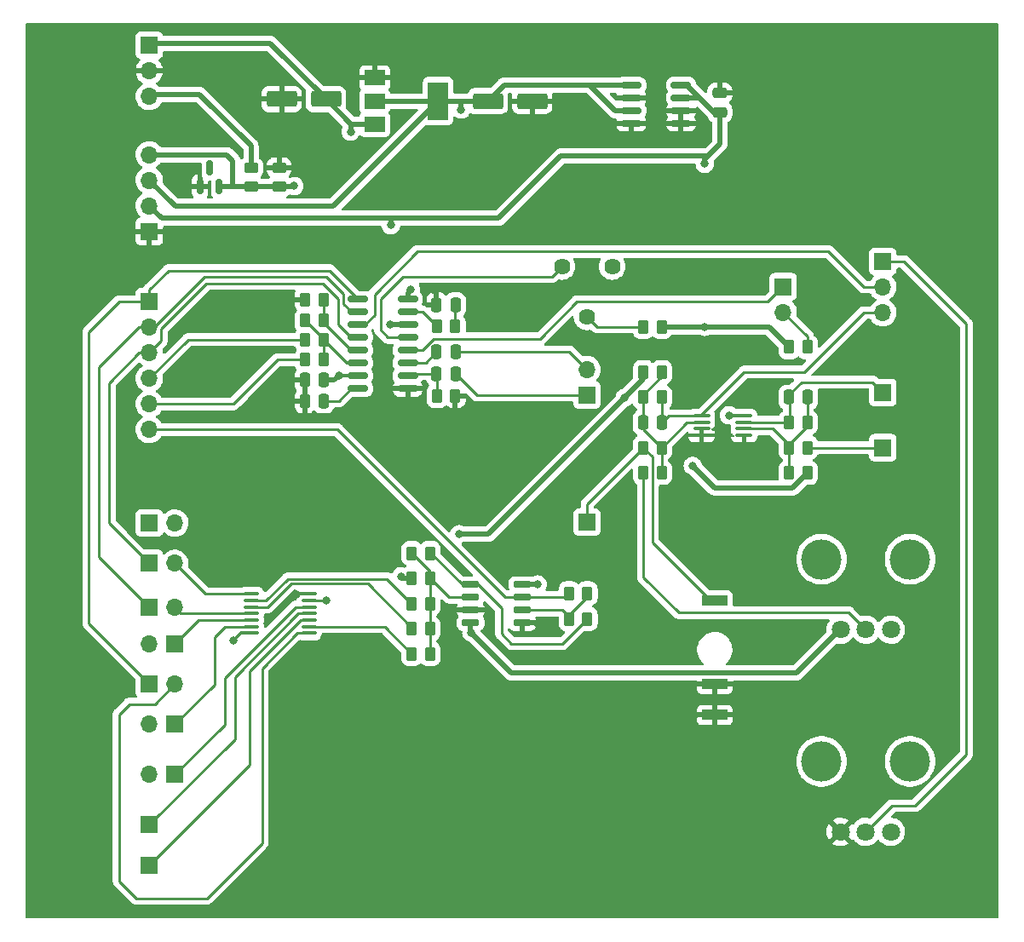
<source format=gbr>
%TF.GenerationSoftware,KiCad,Pcbnew,(6.0.8)*%
%TF.CreationDate,2022-10-24T12:17:12+01:00*%
%TF.ProjectId,VCO_Test,56434f5f-5465-4737-942e-6b696361645f,rev?*%
%TF.SameCoordinates,Original*%
%TF.FileFunction,Copper,L1,Top*%
%TF.FilePolarity,Positive*%
%FSLAX46Y46*%
G04 Gerber Fmt 4.6, Leading zero omitted, Abs format (unit mm)*
G04 Created by KiCad (PCBNEW (6.0.8)) date 2022-10-24 12:17:12*
%MOMM*%
%LPD*%
G01*
G04 APERTURE LIST*
G04 Aperture macros list*
%AMRoundRect*
0 Rectangle with rounded corners*
0 $1 Rounding radius*
0 $2 $3 $4 $5 $6 $7 $8 $9 X,Y pos of 4 corners*
0 Add a 4 corners polygon primitive as box body*
4,1,4,$2,$3,$4,$5,$6,$7,$8,$9,$2,$3,0*
0 Add four circle primitives for the rounded corners*
1,1,$1+$1,$2,$3*
1,1,$1+$1,$4,$5*
1,1,$1+$1,$6,$7*
1,1,$1+$1,$8,$9*
0 Add four rect primitives between the rounded corners*
20,1,$1+$1,$2,$3,$4,$5,0*
20,1,$1+$1,$4,$5,$6,$7,0*
20,1,$1+$1,$6,$7,$8,$9,0*
20,1,$1+$1,$8,$9,$2,$3,0*%
G04 Aperture macros list end*
%TA.AperFunction,ComponentPad*%
%ADD10O,1.700000X1.700000*%
%TD*%
%TA.AperFunction,ComponentPad*%
%ADD11R,1.700000X1.700000*%
%TD*%
%TA.AperFunction,SMDPad,CuDef*%
%ADD12RoundRect,0.250000X-0.262500X-0.450000X0.262500X-0.450000X0.262500X0.450000X-0.262500X0.450000X0*%
%TD*%
%TA.AperFunction,SMDPad,CuDef*%
%ADD13RoundRect,0.250000X0.250000X0.475000X-0.250000X0.475000X-0.250000X-0.475000X0.250000X-0.475000X0*%
%TD*%
%TA.AperFunction,SMDPad,CuDef*%
%ADD14RoundRect,0.250000X0.262500X0.450000X-0.262500X0.450000X-0.262500X-0.450000X0.262500X-0.450000X0*%
%TD*%
%TA.AperFunction,WasherPad*%
%ADD15C,4.000000*%
%TD*%
%TA.AperFunction,ComponentPad*%
%ADD16C,1.800000*%
%TD*%
%TA.AperFunction,SMDPad,CuDef*%
%ADD17RoundRect,0.250000X-0.475000X0.250000X-0.475000X-0.250000X0.475000X-0.250000X0.475000X0.250000X0*%
%TD*%
%TA.AperFunction,SMDPad,CuDef*%
%ADD18RoundRect,0.250000X-0.250000X-0.475000X0.250000X-0.475000X0.250000X0.475000X-0.250000X0.475000X0*%
%TD*%
%TA.AperFunction,SMDPad,CuDef*%
%ADD19RoundRect,0.100000X-0.712500X-0.100000X0.712500X-0.100000X0.712500X0.100000X-0.712500X0.100000X0*%
%TD*%
%TA.AperFunction,SMDPad,CuDef*%
%ADD20RoundRect,0.250000X-0.450000X0.262500X-0.450000X-0.262500X0.450000X-0.262500X0.450000X0.262500X0*%
%TD*%
%TA.AperFunction,SMDPad,CuDef*%
%ADD21RoundRect,0.150000X-0.825000X-0.150000X0.825000X-0.150000X0.825000X0.150000X-0.825000X0.150000X0*%
%TD*%
%TA.AperFunction,SMDPad,CuDef*%
%ADD22RoundRect,0.250000X0.475000X-0.250000X0.475000X0.250000X-0.475000X0.250000X-0.475000X-0.250000X0*%
%TD*%
%TA.AperFunction,SMDPad,CuDef*%
%ADD23RoundRect,0.250000X1.250000X0.550000X-1.250000X0.550000X-1.250000X-0.550000X1.250000X-0.550000X0*%
%TD*%
%TA.AperFunction,SMDPad,CuDef*%
%ADD24RoundRect,0.100000X0.637500X0.100000X-0.637500X0.100000X-0.637500X-0.100000X0.637500X-0.100000X0*%
%TD*%
%TA.AperFunction,ComponentPad*%
%ADD25C,1.620000*%
%TD*%
%TA.AperFunction,SMDPad,CuDef*%
%ADD26RoundRect,0.150000X0.150000X-0.587500X0.150000X0.587500X-0.150000X0.587500X-0.150000X-0.587500X0*%
%TD*%
%TA.AperFunction,SMDPad,CuDef*%
%ADD27RoundRect,0.250000X-1.250000X-0.550000X1.250000X-0.550000X1.250000X0.550000X-1.250000X0.550000X0*%
%TD*%
%TA.AperFunction,ComponentPad*%
%ADD28R,2.500000X1.000000*%
%TD*%
%TA.AperFunction,SMDPad,CuDef*%
%ADD29R,2.000000X1.500000*%
%TD*%
%TA.AperFunction,SMDPad,CuDef*%
%ADD30R,2.000000X3.800000*%
%TD*%
%TA.AperFunction,SMDPad,CuDef*%
%ADD31RoundRect,0.150000X-0.725000X-0.150000X0.725000X-0.150000X0.725000X0.150000X-0.725000X0.150000X0*%
%TD*%
%TA.AperFunction,ViaPad*%
%ADD32C,0.800000*%
%TD*%
%TA.AperFunction,Conductor*%
%ADD33C,0.250000*%
%TD*%
%TA.AperFunction,Conductor*%
%ADD34C,0.500000*%
%TD*%
%TA.AperFunction,Conductor*%
%ADD35C,0.300000*%
%TD*%
G04 APERTURE END LIST*
D10*
%TO.P,J3,2,Pin_2*%
%TO.N,/SOFT_SYNCH*%
X106300000Y-84935000D03*
D11*
%TO.P,J3,1,Pin_1*%
%TO.N,/HARD_SYNCH*%
X106300000Y-87475000D03*
%TD*%
%TO.P,J1,1,Pin_1*%
%TO.N,/SAW_OUT*%
X62800000Y-78200000D03*
D10*
%TO.P,J1,2,Pin_2*%
%TO.N,/PULSE_OUT*%
X62800000Y-80740000D03*
%TO.P,J1,3,Pin_3*%
%TO.N,/TRI_OUT*%
X62800000Y-83280000D03*
%TO.P,J1,4,Pin_4*%
%TO.N,/EXPO_FREQ1*%
X62800000Y-85820000D03*
%TO.P,J1,5,Pin_5*%
%TO.N,/EXPO_FREQ2*%
X62800000Y-88360000D03*
%TO.P,J1,6,Pin_6*%
%TO.N,/MIX_OUT*%
X62800000Y-90900000D03*
%TD*%
D12*
%TO.P,R24,1*%
%TO.N,Net-(C11-Pad1)*%
X126387500Y-92700000D03*
%TO.P,R24,2*%
%TO.N,Net-(J10-Pad1)*%
X128212500Y-92700000D03*
%TD*%
%TO.P,R23,2*%
%TO.N,Net-(C11-Pad1)*%
X128212500Y-90200000D03*
%TO.P,R23,1*%
%TO.N,Net-(U5-Pad7)*%
X126387500Y-90200000D03*
%TD*%
%TO.P,R22,2*%
%TO.N,-5V*%
X128212500Y-95200000D03*
%TO.P,R22,1*%
%TO.N,Net-(C11-Pad1)*%
X126387500Y-95200000D03*
%TD*%
D11*
%TO.P,J11,1,Pin_1*%
%TO.N,Net-(U5-Pad7)*%
X135700000Y-87200000D03*
%TD*%
%TO.P,J10,1,Pin_1*%
%TO.N,Net-(J10-Pad1)*%
X135700000Y-92700000D03*
%TD*%
%TO.P,J9,1,Pin_1*%
%TO.N,Net-(J2-Pad3)*%
X106300000Y-100100000D03*
%TD*%
D13*
%TO.P,C11,2*%
%TO.N,Net-(U5-Pad7)*%
X126350000Y-87700000D03*
%TO.P,C11,1*%
%TO.N,Net-(C11-Pad1)*%
X128250000Y-87700000D03*
%TD*%
D11*
%TO.P,J8,1,Pin_1*%
%TO.N,GND*%
X62800000Y-71200000D03*
D10*
%TO.P,J8,2,Pin_2*%
%TO.N,+2V5*%
X62800000Y-68660000D03*
%TO.P,J8,3,Pin_3*%
%TO.N,+5V*%
X62800000Y-66120000D03*
%TO.P,J8,4,Pin_4*%
%TO.N,-5V*%
X62800000Y-63580000D03*
%TD*%
D11*
%TO.P,J7,1,Pin_1*%
%TO.N,+12V*%
X62800000Y-52700000D03*
D10*
%TO.P,J7,2,Pin_2*%
%TO.N,GND*%
X62800000Y-55240000D03*
%TO.P,J7,3,Pin_3*%
%TO.N,-12V*%
X62800000Y-57780000D03*
%TD*%
D14*
%TO.P,R19,1*%
%TO.N,Net-(R15-Pad1)*%
X90712500Y-113200000D03*
%TO.P,R19,2*%
%TO.N,/SAW_MIX*%
X88887500Y-113200000D03*
%TD*%
%TO.P,R11,2*%
%TO.N,Net-(C9-Pad1)*%
X111887500Y-87700000D03*
%TO.P,R11,1*%
%TO.N,/PWM_scaled_input*%
X113712500Y-87700000D03*
%TD*%
%TO.P,R15,1*%
%TO.N,Net-(R15-Pad1)*%
X90712500Y-108200000D03*
%TO.P,R15,2*%
%TO.N,/TRI_MIX*%
X88887500Y-108200000D03*
%TD*%
D11*
%TO.P,JP2,1,A*%
%TO.N,/PWM_pot*%
X135700000Y-74200000D03*
D10*
%TO.P,JP2,2,C*%
%TO.N,/PWM_Ctrl*%
X135700000Y-76740000D03*
%TO.P,JP2,3,B*%
%TO.N,/PWM_scaled_input*%
X135700000Y-79280000D03*
%TD*%
D14*
%TO.P,R16,1*%
%TO.N,Net-(R15-Pad1)*%
X90712500Y-110700000D03*
%TO.P,R16,2*%
%TO.N,/PULSE_MIX*%
X88887500Y-110700000D03*
%TD*%
D15*
%TO.P,RV2,*%
%TO.N,*%
X129600000Y-103800000D03*
X138400000Y-103800000D03*
D16*
%TO.P,RV2,1,1*%
%TO.N,+12V*%
X136500000Y-110800000D03*
%TO.P,RV2,2,2*%
%TO.N,Net-(R14-Pad2)*%
X134000000Y-110800000D03*
%TO.P,RV2,3,3*%
%TO.N,-12V*%
X131500000Y-110800000D03*
%TD*%
D12*
%TO.P,R5,1*%
%TO.N,GND*%
X78287500Y-77975000D03*
%TO.P,R5,2*%
%TO.N,Net-(R5-Pad2)*%
X80112500Y-77975000D03*
%TD*%
D14*
%TO.P,R6,1*%
%TO.N,Net-(JP1-Pad2)*%
X128212500Y-82700000D03*
%TO.P,R6,2*%
%TO.N,+2V5*%
X126387500Y-82700000D03*
%TD*%
D17*
%TO.P,C1,1*%
%TO.N,GND*%
X119500000Y-57450000D03*
%TO.P,C1,2*%
%TO.N,+2V5*%
X119500000Y-59350000D03*
%TD*%
D10*
%TO.P,JP7,2,2*%
%TO.N,+5V*%
X62800000Y-120200000D03*
D11*
%TO.P,JP7,1,1*%
%TO.N,Net-(JP7-Pad1)*%
X65340000Y-120200000D03*
%TD*%
D18*
%TO.P,C8,2*%
%TO.N,Net-(C8-Pad2)*%
X80150000Y-88075000D03*
%TO.P,C8,1*%
%TO.N,GND*%
X78250000Y-88075000D03*
%TD*%
D12*
%TO.P,R18,1*%
%TO.N,/MIX_OUT*%
X104507500Y-107200000D03*
%TO.P,R18,2*%
%TO.N,Net-(R18-Pad2)*%
X106332500Y-107200000D03*
%TD*%
%TO.P,R7,1*%
%TO.N,Net-(R4-Pad2)*%
X78287500Y-80075000D03*
%TO.P,R7,2*%
%TO.N,Net-(R5-Pad2)*%
X80112500Y-80075000D03*
%TD*%
D11*
%TO.P,J6,1,Pin_1*%
%TO.N,Net-(J6-Pad1)*%
X62800000Y-134200000D03*
%TD*%
D14*
%TO.P,R20,1*%
%TO.N,Net-(R15-Pad1)*%
X90712500Y-105700000D03*
%TO.P,R20,2*%
%TO.N,-5V*%
X88887500Y-105700000D03*
%TD*%
%TO.P,R17,1*%
%TO.N,/MIX_1*%
X90712500Y-103200000D03*
%TO.P,R17,2*%
%TO.N,Net-(R15-Pad1)*%
X88887500Y-103200000D03*
%TD*%
D12*
%TO.P,R8,2*%
%TO.N,Net-(R4-Pad2)*%
X80112500Y-83975000D03*
%TO.P,R8,1*%
%TO.N,/EXPO_FREQ2*%
X78287500Y-83975000D03*
%TD*%
D18*
%TO.P,C6,2*%
%TO.N,/HARD_SYNCH*%
X93250000Y-85375000D03*
%TO.P,C6,1*%
%TO.N,Net-(C6-Pad1)*%
X91350000Y-85375000D03*
%TD*%
D12*
%TO.P,R1,2*%
%TO.N,Net-(C4-Pad1)*%
X93212500Y-80675000D03*
%TO.P,R1,1*%
%TO.N,Net-(R1-Pad1)*%
X91387500Y-80675000D03*
%TD*%
D19*
%TO.P,U5,8,V+*%
%TO.N,+2V5*%
X121912500Y-89525000D03*
%TO.P,U5,7*%
%TO.N,Net-(U5-Pad7)*%
X121912500Y-90175000D03*
%TO.P,U5,6,-*%
%TO.N,Net-(C11-Pad1)*%
X121912500Y-90825000D03*
%TO.P,U5,5,+*%
%TO.N,GND*%
X121912500Y-91475000D03*
%TO.P,U5,4,V-*%
X117687500Y-91475000D03*
%TO.P,U5,3,+*%
X117687500Y-90825000D03*
%TO.P,U5,2,-*%
%TO.N,Net-(C9-Pad1)*%
X117687500Y-90175000D03*
%TO.P,U5,1*%
%TO.N,/PWM_scaled_input*%
X117687500Y-89525000D03*
%TD*%
D20*
%TO.P,R13,1*%
%TO.N,-12V*%
X72900000Y-64887500D03*
%TO.P,R13,2*%
%TO.N,-5V*%
X72900000Y-66712500D03*
%TD*%
D11*
%TO.P,J5,1,Pin_1*%
%TO.N,Net-(J5-Pad1)*%
X62800000Y-130200000D03*
%TD*%
D10*
%TO.P,JP5,2,2*%
%TO.N,+5V*%
X62800000Y-112200000D03*
D11*
%TO.P,JP5,1,1*%
%TO.N,Net-(JP5-Pad1)*%
X65340000Y-112200000D03*
%TD*%
D14*
%TO.P,R10,2*%
%TO.N,-5V*%
X111887500Y-85200000D03*
%TO.P,R10,1*%
%TO.N,Net-(C9-Pad1)*%
X113712500Y-85200000D03*
%TD*%
D21*
%TO.P,U3,16,VDD*%
%TO.N,+5V*%
X88475000Y-77930000D03*
%TO.P,U3,15,BW_COMP*%
%TO.N,Net-(R1-Pad1)*%
X88475000Y-79200000D03*
%TO.P,U3,14,VREF*%
%TO.N,+2V5*%
X88475000Y-80470000D03*
%TO.P,U3,13,EXPO_SCALE*%
%TO.N,Net-(R2-Pad1)*%
X88475000Y-81740000D03*
%TO.P,U3,12,LIN_FREQ*%
%TO.N,/LIN_FREQ*%
X88475000Y-83010000D03*
%TO.P,U3,11,SOFT_SYNC*%
%TO.N,Net-(C5-Pad1)*%
X88475000Y-84280000D03*
%TO.P,U3,10,HARD_SYNCH*%
%TO.N,Net-(C6-Pad1)*%
X88475000Y-85550000D03*
%TO.P,U3,9,GND*%
%TO.N,GND*%
X88475000Y-86820000D03*
%TO.P,U3,8,TCAP*%
%TO.N,Net-(C8-Pad2)*%
X83525000Y-86820000D03*
%TO.P,U3,7,VSS*%
%TO.N,-12V*%
X83525000Y-85550000D03*
%TO.P,U3,6,EXPO_FREQ*%
%TO.N,Net-(R4-Pad2)*%
X83525000Y-84280000D03*
%TO.P,U3,5,HF_TRACK*%
%TO.N,Net-(R5-Pad2)*%
X83525000Y-83010000D03*
%TO.P,U3,4,TRI_OUT*%
%TO.N,/TRI_OUT*%
X83525000Y-81740000D03*
%TO.P,U3,3,PWM_CTRL*%
%TO.N,/PWM_Ctrl*%
X83525000Y-80470000D03*
%TO.P,U3,2,PULSE_OUT*%
%TO.N,/PULSE_OUT*%
X83525000Y-79200000D03*
%TO.P,U3,1,SAW_OUT*%
%TO.N,/SAW_OUT*%
X83525000Y-77930000D03*
%TD*%
D18*
%TO.P,C9,2*%
%TO.N,/PWM_scaled_input*%
X113750000Y-90200000D03*
%TO.P,C9,1*%
%TO.N,Net-(C9-Pad1)*%
X111850000Y-90200000D03*
%TD*%
D22*
%TO.P,C10,1*%
%TO.N,-5V*%
X75700000Y-66750000D03*
%TO.P,C10,2*%
%TO.N,GND*%
X75700000Y-64850000D03*
%TD*%
D11*
%TO.P,JP3,1,1*%
%TO.N,Net-(JP3-Pad1)*%
X62800000Y-100200000D03*
D10*
%TO.P,JP3,2,2*%
%TO.N,+5V*%
X65340000Y-100200000D03*
%TD*%
D14*
%TO.P,R12,1*%
%TO.N,Net-(C9-Pad1)*%
X113712500Y-92700000D03*
%TO.P,R12,2*%
%TO.N,Net-(J2-Pad3)*%
X111887500Y-92700000D03*
%TD*%
D11*
%TO.P,JP6,1,1*%
%TO.N,/PULSE_OUT*%
X62800000Y-108600000D03*
D10*
%TO.P,JP6,2,2*%
%TO.N,Net-(U7-Pad11)*%
X65340000Y-108600000D03*
%TD*%
D23*
%TO.P,C2,1*%
%TO.N,+12V*%
X80350000Y-58050000D03*
%TO.P,C2,2*%
%TO.N,GND*%
X75950000Y-58050000D03*
%TD*%
D12*
%TO.P,R4,1*%
%TO.N,/EXPO_FREQ1*%
X78287500Y-81975000D03*
%TO.P,R4,2*%
%TO.N,Net-(R4-Pad2)*%
X80112500Y-81975000D03*
%TD*%
D24*
%TO.P,U7,1*%
%TO.N,Net-(JP8-Pad2)*%
X78662500Y-111150000D03*
%TO.P,U7,2*%
%TO.N,/SAW_MIX*%
X78662500Y-110500000D03*
%TO.P,U7,3*%
%TO.N,Net-(J6-Pad1)*%
X78662500Y-109850000D03*
%TO.P,U7,4*%
%TO.N,Net-(J5-Pad1)*%
X78662500Y-109200000D03*
%TO.P,U7,5*%
%TO.N,Net-(JP9-Pad1)*%
X78662500Y-108550000D03*
%TO.P,U7,6*%
%TO.N,Net-(JP3-Pad1)*%
X78662500Y-107900000D03*
%TO.P,U7,7,VSS*%
%TO.N,GND*%
X78662500Y-107250000D03*
%TO.P,U7,8*%
%TO.N,Net-(JP4-Pad2)*%
X72937500Y-107250000D03*
%TO.P,U7,9*%
%TO.N,/TRI_MIX*%
X72937500Y-107900000D03*
%TO.P,U7,10*%
%TO.N,/PULSE_MIX*%
X72937500Y-108550000D03*
%TO.P,U7,11*%
%TO.N,Net-(U7-Pad11)*%
X72937500Y-109200000D03*
%TO.P,U7,12*%
%TO.N,Net-(JP5-Pad1)*%
X72937500Y-109850000D03*
%TO.P,U7,13*%
%TO.N,Net-(JP7-Pad1)*%
X72937500Y-110500000D03*
%TO.P,U7,14,VDD*%
%TO.N,+5V*%
X72937500Y-111150000D03*
%TD*%
D14*
%TO.P,R14,2*%
%TO.N,Net-(R14-Pad2)*%
X111887500Y-95200000D03*
%TO.P,R14,1*%
%TO.N,Net-(C9-Pad1)*%
X113712500Y-95200000D03*
%TD*%
D25*
%TO.P,R2,1*%
%TO.N,Net-(R2-Pad1)*%
X103800000Y-74700000D03*
%TO.P,R2,2*%
%TO.N,Net-(R2-Pad2)*%
X106300000Y-79700000D03*
%TO.P,R2,3*%
%TO.N,N/C*%
X108800000Y-74700000D03*
%TD*%
D18*
%TO.P,C5,1*%
%TO.N,Net-(C5-Pad1)*%
X91350000Y-83200000D03*
%TO.P,C5,2*%
%TO.N,/SOFT_SYNCH*%
X93250000Y-83200000D03*
%TD*%
D26*
%TO.P,U4,3*%
%TO.N,N/C*%
X68800000Y-64862500D03*
%TO.P,U4,2,A*%
%TO.N,-5V*%
X69750000Y-66737500D03*
%TO.P,U4,1,K*%
%TO.N,GND*%
X67850000Y-66737500D03*
%TD*%
D11*
%TO.P,JP4,1,1*%
%TO.N,/TRI_OUT*%
X62800000Y-104200000D03*
D10*
%TO.P,JP4,2,2*%
%TO.N,Net-(JP4-Pad2)*%
X65340000Y-104200000D03*
%TD*%
D13*
%TO.P,C4,2*%
%TO.N,GND*%
X91350000Y-78500000D03*
%TO.P,C4,1*%
%TO.N,Net-(C4-Pad1)*%
X93250000Y-78500000D03*
%TD*%
D27*
%TO.P,C3,1*%
%TO.N,+5V*%
X96450000Y-58250000D03*
%TO.P,C3,2*%
%TO.N,GND*%
X100850000Y-58250000D03*
%TD*%
D13*
%TO.P,C7,2*%
%TO.N,GND*%
X78250000Y-85975000D03*
%TO.P,C7,1*%
%TO.N,-12V*%
X80150000Y-85975000D03*
%TD*%
D10*
%TO.P,JP9,2,2*%
%TO.N,+5V*%
X62800000Y-125200000D03*
D11*
%TO.P,JP9,1,1*%
%TO.N,Net-(JP9-Pad1)*%
X65340000Y-125200000D03*
%TD*%
D12*
%TO.P,R3,1*%
%TO.N,Net-(R2-Pad2)*%
X111887500Y-80700000D03*
%TO.P,R3,2*%
%TO.N,+2V5*%
X113712500Y-80700000D03*
%TD*%
D11*
%TO.P,JP8,1,1*%
%TO.N,/SAW_OUT*%
X62800000Y-116200000D03*
D10*
%TO.P,JP8,2,2*%
%TO.N,Net-(JP8-Pad2)*%
X65340000Y-116200000D03*
%TD*%
D15*
%TO.P,RV1,*%
%TO.N,*%
X138400000Y-123900000D03*
X129600000Y-123900000D03*
D16*
%TO.P,RV1,1,1*%
%TO.N,+2V5*%
X136500000Y-130900000D03*
%TO.P,RV1,2,2*%
%TO.N,/PWM_pot*%
X134000000Y-130900000D03*
%TO.P,RV1,3,3*%
%TO.N,GND*%
X131500000Y-130900000D03*
%TD*%
D28*
%TO.P,J2,1*%
%TO.N,GND*%
X119000000Y-119280000D03*
%TO.P,J2,2*%
X119000000Y-116180000D03*
%TO.P,J2,3*%
%TO.N,Net-(J2-Pad3)*%
X119000000Y-107880000D03*
%TD*%
D21*
%TO.P,U2,1,VDD*%
%TO.N,+5V*%
X110700000Y-56660000D03*
%TO.P,U2,2,GND*%
%TO.N,GND*%
X110700000Y-57930000D03*
%TO.P,U2,3,~{SHDN}*%
%TO.N,+5V*%
X110700000Y-59200000D03*
%TO.P,U2,4,GND*%
%TO.N,GND*%
X110700000Y-60470000D03*
%TO.P,U2,5,GND*%
X115650000Y-60470000D03*
%TO.P,U2,6,GND*%
X115650000Y-59200000D03*
%TO.P,U2,7,OUT*%
%TO.N,+2V5*%
X115650000Y-57930000D03*
%TO.P,U2,8,FB*%
X115650000Y-56660000D03*
%TD*%
D11*
%TO.P,JP1,1,1*%
%TO.N,/LIN_FREQ*%
X125800000Y-76700000D03*
D10*
%TO.P,JP1,2,2*%
%TO.N,Net-(JP1-Pad2)*%
X125800000Y-79240000D03*
%TD*%
D29*
%TO.P,U1,1,GND*%
%TO.N,GND*%
X85200000Y-55950000D03*
D30*
%TO.P,U1,2,VO*%
%TO.N,+5V*%
X91500000Y-58250000D03*
D29*
X85200000Y-58250000D03*
%TO.P,U1,3,VI*%
%TO.N,+12V*%
X85200000Y-60550000D03*
%TD*%
D31*
%TO.P,U6,1*%
%TO.N,/MIX_1*%
X94725000Y-106295000D03*
%TO.P,U6,2,-*%
%TO.N,Net-(R15-Pad1)*%
X94725000Y-107565000D03*
%TO.P,U6,3,+*%
%TO.N,GND*%
X94725000Y-108835000D03*
%TO.P,U6,4,V-*%
%TO.N,-12V*%
X94725000Y-110105000D03*
%TO.P,U6,5,+*%
%TO.N,GND*%
X99875000Y-110105000D03*
%TO.P,U6,6,-*%
%TO.N,Net-(R18-Pad2)*%
X99875000Y-108835000D03*
%TO.P,U6,7*%
%TO.N,/MIX_OUT*%
X99875000Y-107565000D03*
%TO.P,U6,8,V+*%
%TO.N,+12V*%
X99875000Y-106295000D03*
%TD*%
D14*
%TO.P,R9,2*%
%TO.N,Net-(C6-Pad1)*%
X91387500Y-87575000D03*
%TO.P,R9,1*%
%TO.N,GND*%
X93212500Y-87575000D03*
%TD*%
D12*
%TO.P,R21,1*%
%TO.N,Net-(R18-Pad2)*%
X104507500Y-109735000D03*
%TO.P,R21,2*%
%TO.N,/MIX_1*%
X106332500Y-109735000D03*
%TD*%
D32*
%TO.N,GND*%
X75900000Y-78000000D03*
%TO.N,+5V*%
X93800000Y-59100000D03*
X88800000Y-77000000D03*
%TO.N,+2V5*%
X86775000Y-80500000D03*
%TO.N,GND*%
X116400000Y-87100000D03*
X116400000Y-82700000D03*
X108400000Y-82500000D03*
X124600000Y-83500000D03*
X120200000Y-85100000D03*
X88000000Y-100500000D03*
X81000000Y-93300000D03*
X66000000Y-86700000D03*
X75000000Y-93100000D03*
X81600000Y-103900000D03*
X64600000Y-94900000D03*
X119700000Y-91500000D03*
X66600000Y-66700000D03*
X91175000Y-77100000D03*
X85775000Y-87500000D03*
X77400000Y-107300000D03*
X101400000Y-110200000D03*
%TO.N,-5V*%
X116800000Y-94500000D03*
X110027860Y-87727860D03*
%TO.N,-12V*%
X94800000Y-111100000D03*
%TO.N,-5V*%
X87800000Y-105500000D03*
%TO.N,-12V*%
X81625000Y-85550000D03*
%TO.N,+5V*%
X71200000Y-111900000D03*
%TO.N,-5V*%
X77200000Y-66700000D03*
X93600000Y-101300000D03*
%TO.N,+12V*%
X101400000Y-106300000D03*
X82800000Y-61300000D03*
%TO.N,Net-(JP3-Pad1)*%
X80400000Y-107900000D03*
%TO.N,+2V5*%
X120400000Y-89500000D03*
X118000000Y-80700000D03*
X86800000Y-70600000D03*
X118000000Y-64500000D03*
%TD*%
D33*
%TO.N,Net-(J2-Pad3)*%
X112800000Y-102100000D02*
X118580000Y-107880000D01*
X112800000Y-93612500D02*
X112800000Y-102100000D01*
X118580000Y-107880000D02*
X119000000Y-107880000D01*
X111887500Y-92700000D02*
X112800000Y-93612500D01*
%TO.N,/PWM_scaled_input*%
X127880000Y-85200000D02*
X133800000Y-79280000D01*
X121912500Y-85200000D02*
X127880000Y-85200000D01*
X133800000Y-79280000D02*
X135700000Y-79280000D01*
X114425000Y-89525000D02*
X117587500Y-89525000D01*
X117587500Y-89525000D02*
X121912500Y-85200000D01*
X113750000Y-90200000D02*
X114425000Y-89525000D01*
D34*
%TO.N,+2V5*%
X117975000Y-58425000D02*
X118900000Y-59350000D01*
X118900000Y-59350000D02*
X119500000Y-59350000D01*
X118300000Y-63700000D02*
X119500000Y-62500000D01*
X119500000Y-62500000D02*
X119500000Y-59350000D01*
D33*
%TO.N,/PULSE_OUT*%
X82100000Y-77425000D02*
X80375000Y-75700000D01*
X82100000Y-78400000D02*
X82100000Y-77425000D01*
X80375000Y-75700000D02*
X68300000Y-75700000D01*
X82900000Y-79200000D02*
X82100000Y-78400000D01*
X83525000Y-79200000D02*
X82900000Y-79200000D01*
X68300000Y-75700000D02*
X63260000Y-80740000D01*
X63260000Y-80740000D02*
X62800000Y-80740000D01*
%TO.N,Net-(JP7-Pad1)*%
X69300000Y-111500000D02*
X69300000Y-116240000D01*
X69300000Y-116240000D02*
X65340000Y-120200000D01*
X70300000Y-110500000D02*
X69300000Y-111500000D01*
X72937500Y-110500000D02*
X70300000Y-110500000D01*
%TO.N,Net-(JP8-Pad2)*%
X77503125Y-111150000D02*
X78662500Y-111150000D01*
X74000000Y-114653125D02*
X77503125Y-111150000D01*
X74000000Y-132000000D02*
X74000000Y-114653125D01*
X68500000Y-137500000D02*
X74000000Y-132000000D01*
X61500000Y-137500000D02*
X68500000Y-137500000D01*
X59800000Y-119200000D02*
X59800000Y-135800000D01*
X63340000Y-118200000D02*
X60800000Y-118200000D01*
X65340000Y-116200000D02*
X63340000Y-118200000D01*
X60800000Y-118200000D02*
X59800000Y-119200000D01*
X59800000Y-135800000D02*
X61500000Y-137500000D01*
%TO.N,Net-(J6-Pad1)*%
X72800000Y-124200000D02*
X62800000Y-134200000D01*
X77850000Y-109850000D02*
X72800000Y-114900000D01*
X78662500Y-109850000D02*
X77850000Y-109850000D01*
X72800000Y-114900000D02*
X72800000Y-124200000D01*
%TO.N,Net-(J5-Pad1)*%
X71300000Y-115500000D02*
X71300000Y-121700000D01*
X77600000Y-109200000D02*
X71300000Y-115500000D01*
X71300000Y-121700000D02*
X62800000Y-130200000D01*
X78662500Y-109200000D02*
X77600000Y-109200000D01*
%TO.N,Net-(JP9-Pad1)*%
X70300000Y-120240000D02*
X65340000Y-125200000D01*
X70300000Y-115600000D02*
X70300000Y-120240000D01*
X78662500Y-108550000D02*
X77350000Y-108550000D01*
X77350000Y-108550000D02*
X70300000Y-115600000D01*
%TO.N,/PULSE_MIX*%
X88887500Y-110587500D02*
X88887500Y-110700000D01*
X84500000Y-106200000D02*
X88887500Y-110587500D01*
X76900000Y-106200000D02*
X84500000Y-106200000D01*
X74550000Y-108550000D02*
X76900000Y-106200000D01*
X72937500Y-108550000D02*
X74550000Y-108550000D01*
%TO.N,Net-(R18-Pad2)*%
X104507500Y-109507500D02*
X104507500Y-109735000D01*
X103835000Y-108835000D02*
X104507500Y-109507500D01*
X99875000Y-108835000D02*
X103835000Y-108835000D01*
%TO.N,/PWM_pot*%
X138900000Y-128300000D02*
X136600000Y-128300000D01*
X144000000Y-123200000D02*
X138900000Y-128300000D01*
X144000000Y-80400000D02*
X144000000Y-123200000D01*
X137800000Y-74200000D02*
X144000000Y-80400000D01*
X136600000Y-128300000D02*
X134000000Y-130900000D01*
X135700000Y-74200000D02*
X137800000Y-74200000D01*
D34*
%TO.N,-5V*%
X119000000Y-96700000D02*
X116800000Y-94500000D01*
X128212500Y-95200000D02*
X126712500Y-96700000D01*
X126712500Y-96700000D02*
X119000000Y-96700000D01*
D33*
%TO.N,Net-(R2-Pad2)*%
X107300000Y-80700000D02*
X111887500Y-80700000D01*
%TO.N,Net-(R2-Pad1)*%
X102800000Y-75700000D02*
X103800000Y-74700000D01*
X87970812Y-75700000D02*
X102800000Y-75700000D01*
X85775000Y-81000000D02*
X85775000Y-77895812D01*
X86515000Y-81740000D02*
X85775000Y-81000000D01*
X85775000Y-77895812D02*
X87970812Y-75700000D01*
%TO.N,Net-(R2-Pad2)*%
X106300000Y-79700000D02*
X107300000Y-80700000D01*
%TO.N,Net-(R2-Pad1)*%
X88475000Y-81740000D02*
X86515000Y-81740000D01*
%TO.N,Net-(R14-Pad2)*%
X115400000Y-109100000D02*
X132300000Y-109100000D01*
X132300000Y-109100000D02*
X134000000Y-110800000D01*
X111887500Y-95200000D02*
X111887500Y-105587500D01*
X111887500Y-105587500D02*
X115400000Y-109100000D01*
D34*
%TO.N,-12V*%
X81175000Y-86000000D02*
X80200000Y-86000000D01*
X81625000Y-85550000D02*
X81175000Y-86000000D01*
D33*
%TO.N,Net-(C8-Pad2)*%
X81625000Y-88075000D02*
X82880000Y-86820000D01*
X80150000Y-88075000D02*
X81625000Y-88075000D01*
X82880000Y-86820000D02*
X83525000Y-86820000D01*
%TO.N,/PWM_Ctrl*%
X130260000Y-73200000D02*
X133800000Y-76740000D01*
X89439310Y-73200000D02*
X130260000Y-73200000D01*
X133800000Y-76740000D02*
X135700000Y-76740000D01*
X85175000Y-79525000D02*
X85175000Y-77464310D01*
X84230000Y-80470000D02*
X85175000Y-79525000D01*
X85175000Y-77464310D02*
X89439310Y-73200000D01*
X83525000Y-80470000D02*
X84230000Y-80470000D01*
%TO.N,/TRI_OUT*%
X63975000Y-82105000D02*
X62800000Y-83280000D01*
X80063173Y-76400000D02*
X68480000Y-76400000D01*
X63975000Y-80905000D02*
X63975000Y-82105000D01*
X82840000Y-81740000D02*
X81575000Y-80475000D01*
X81575000Y-80475000D02*
X81575000Y-77911827D01*
X68480000Y-76400000D02*
X63975000Y-80905000D01*
X83525000Y-81740000D02*
X82840000Y-81740000D01*
X81575000Y-77911827D02*
X80063173Y-76400000D01*
%TO.N,Net-(R5-Pad2)*%
X80112500Y-80312500D02*
X80112500Y-80075000D01*
X82810000Y-83010000D02*
X80112500Y-80312500D01*
X83525000Y-83010000D02*
X82810000Y-83010000D01*
D34*
%TO.N,-5V*%
X96500000Y-101300000D02*
X93600000Y-101300000D01*
X110027860Y-87772140D02*
X96500000Y-101300000D01*
X110027860Y-87727860D02*
X110027860Y-87772140D01*
D33*
%TO.N,Net-(J2-Pad3)*%
X106300000Y-98287500D02*
X106300000Y-100100000D01*
X111887500Y-92700000D02*
X106300000Y-98287500D01*
%TO.N,Net-(J10-Pad1)*%
X135675000Y-92725000D02*
X135700000Y-92700000D01*
X128750000Y-92725000D02*
X135675000Y-92725000D01*
%TO.N,Net-(C11-Pad1)*%
X124718750Y-90825000D02*
X126168750Y-92275000D01*
X121912500Y-90825000D02*
X124718750Y-90825000D01*
X126168750Y-92275000D02*
X126168750Y-92481250D01*
%TO.N,Net-(U5-Pad7)*%
X127612500Y-86200000D02*
X134700000Y-86200000D01*
X126425000Y-87662500D02*
X126287500Y-87525000D01*
X134700000Y-86200000D02*
X135700000Y-87200000D01*
X126175000Y-90175000D02*
X126425000Y-89925000D01*
X126425000Y-89925000D02*
X126425000Y-87662500D01*
X121812500Y-90175000D02*
X126175000Y-90175000D01*
X126287500Y-87525000D02*
X127612500Y-86200000D01*
%TO.N,/HARD_SYNCH*%
X93250000Y-85375000D02*
X95350000Y-87475000D01*
%TO.N,/SOFT_SYNCH*%
X93250000Y-83200000D02*
X93275000Y-83175000D01*
X93275000Y-83175000D02*
X104540000Y-83175000D01*
X104540000Y-83175000D02*
X106300000Y-84935000D01*
%TO.N,/HARD_SYNCH*%
X95350000Y-87475000D02*
X106300000Y-87475000D01*
%TO.N,/LIN_FREQ*%
X101600000Y-81900000D02*
X105300000Y-78200000D01*
X105300000Y-78200000D02*
X124260000Y-78200000D01*
X91086827Y-81900000D02*
X101600000Y-81900000D01*
X89976827Y-83010000D02*
X91086827Y-81900000D01*
X124260000Y-78200000D02*
X125800000Y-76660000D01*
X88475000Y-83010000D02*
X89976827Y-83010000D01*
%TO.N,Net-(C6-Pad1)*%
X91387500Y-87575000D02*
X91387500Y-85412500D01*
X91387500Y-85412500D02*
X91350000Y-85375000D01*
X88475000Y-85550000D02*
X88650000Y-85375000D01*
X88650000Y-85375000D02*
X91350000Y-85375000D01*
%TO.N,Net-(C5-Pad1)*%
X90270000Y-84280000D02*
X88475000Y-84280000D01*
X91350000Y-83200000D02*
X90270000Y-84280000D01*
%TO.N,Net-(C4-Pad1)*%
X93212500Y-78537500D02*
X93212500Y-80675000D01*
X93250000Y-78500000D02*
X93212500Y-78537500D01*
%TO.N,Net-(R1-Pad1)*%
X91387500Y-80675000D02*
X89912500Y-79200000D01*
X89912500Y-79200000D02*
X88475000Y-79200000D01*
D34*
%TO.N,+5V*%
X93800000Y-58300000D02*
X93750000Y-58250000D01*
X93800000Y-59100000D02*
X93800000Y-58300000D01*
X91500000Y-58250000D02*
X93750000Y-58250000D01*
X93750000Y-58250000D02*
X96450000Y-58250000D01*
X88475000Y-77325000D02*
X88800000Y-77000000D01*
X88475000Y-77930000D02*
X88475000Y-77325000D01*
D33*
%TO.N,/EXPO_FREQ2*%
X75525000Y-83975000D02*
X78287500Y-83975000D01*
X71140000Y-88360000D02*
X75525000Y-83975000D01*
X62800000Y-88360000D02*
X71140000Y-88360000D01*
%TO.N,/EXPO_FREQ1*%
X66645000Y-81975000D02*
X78287500Y-81975000D01*
%TO.N,/SAW_OUT*%
X64700000Y-75100000D02*
X80695000Y-75100000D01*
%TO.N,/EXPO_FREQ1*%
X66645000Y-81975000D02*
X62800000Y-85820000D01*
%TO.N,Net-(R4-Pad2)*%
X80112500Y-83975000D02*
X80112500Y-81975000D01*
D34*
%TO.N,+2V5*%
X88475000Y-80470000D02*
X86805000Y-80470000D01*
X86805000Y-80470000D02*
X86775000Y-80500000D01*
%TO.N,-12V*%
X131400000Y-110800000D02*
X131500000Y-110800000D01*
X127100000Y-115100000D02*
X131400000Y-110800000D01*
X98800000Y-115100000D02*
X127100000Y-115100000D01*
X94800000Y-111100000D02*
X98800000Y-115100000D01*
D33*
%TO.N,Net-(C9-Pad1)*%
X111887500Y-87412500D02*
X111887500Y-87700000D01*
X113712500Y-85587500D02*
X111887500Y-87412500D01*
X113712500Y-85200000D02*
X113712500Y-85587500D01*
D35*
%TO.N,GND*%
X77450000Y-107250000D02*
X77400000Y-107300000D01*
X78662500Y-107250000D02*
X77450000Y-107250000D01*
D33*
%TO.N,/TRI_MIX*%
X76549501Y-105750499D02*
X86437999Y-105750499D01*
X86437999Y-105750499D02*
X88887500Y-108200000D01*
X74400000Y-107900000D02*
X76549501Y-105750499D01*
X72937500Y-107900000D02*
X74400000Y-107900000D01*
D34*
%TO.N,-5V*%
X111887500Y-85868220D02*
X110027860Y-87727860D01*
X111887500Y-85200000D02*
X111887500Y-85868220D01*
D33*
%TO.N,/MIX_OUT*%
X81476402Y-90900000D02*
X62800000Y-90900000D01*
X98141402Y-107565000D02*
X81476402Y-90900000D01*
X99875000Y-107565000D02*
X98141402Y-107565000D01*
D34*
%TO.N,-12V*%
X94725000Y-111025000D02*
X94800000Y-111100000D01*
X94725000Y-110105000D02*
X94725000Y-111025000D01*
%TO.N,-5V*%
X88887500Y-105700000D02*
X88000000Y-105700000D01*
X88000000Y-105700000D02*
X87800000Y-105500000D01*
D35*
%TO.N,-12V*%
X81625000Y-85550000D02*
X83525000Y-85550000D01*
%TO.N,+5V*%
X71950000Y-111150000D02*
X71200000Y-111900000D01*
X72937500Y-111150000D02*
X71950000Y-111150000D01*
D34*
%TO.N,-5V*%
X77150000Y-66750000D02*
X77200000Y-66700000D01*
X75700000Y-66750000D02*
X77150000Y-66750000D01*
%TO.N,+12V*%
X101395000Y-106295000D02*
X101400000Y-106300000D01*
X99875000Y-106295000D02*
X101395000Y-106295000D01*
X82800000Y-61300000D02*
X82800000Y-60600000D01*
X82800000Y-60600000D02*
X82850000Y-60550000D01*
D33*
%TO.N,Net-(JP3-Pad1)*%
X78662500Y-107900000D02*
X80400000Y-107900000D01*
D35*
%TO.N,+2V5*%
X121912500Y-89525000D02*
X120425000Y-89525000D01*
D34*
X120425000Y-89525000D02*
X120400000Y-89500000D01*
X124387500Y-80700000D02*
X126387500Y-82700000D01*
X118000000Y-80700000D02*
X124387500Y-80700000D01*
X113712500Y-80700000D02*
X118000000Y-80700000D01*
X86800000Y-70500000D02*
X86800000Y-70000000D01*
X64040000Y-69900000D02*
X97500000Y-69900000D01*
X118000000Y-64000000D02*
X118000000Y-64500000D01*
X118300000Y-63700000D02*
X118000000Y-64000000D01*
D33*
%TO.N,Net-(JP1-Pad2)*%
X128212500Y-81652500D02*
X125800000Y-79240000D01*
X128212500Y-82700000D02*
X128212500Y-81652500D01*
%TO.N,Net-(C11-Pad1)*%
X126387500Y-95200000D02*
X126387500Y-92700000D01*
X128212500Y-90581250D02*
X126387500Y-92406250D01*
X126387500Y-92406250D02*
X126387500Y-92700000D01*
X128212500Y-90200000D02*
X128212500Y-90581250D01*
X128250000Y-89925000D02*
X128250000Y-90400000D01*
X128187500Y-89862500D02*
X128250000Y-89925000D01*
X128187500Y-87525000D02*
X128187500Y-89862500D01*
%TO.N,Net-(C9-Pad1)*%
X113712500Y-95200000D02*
X113712500Y-92200000D01*
X116237500Y-90175000D02*
X117587500Y-90175000D01*
X113712500Y-92700000D02*
X116237500Y-90175000D01*
X111850000Y-90837500D02*
X113712500Y-92700000D01*
X111850000Y-90200000D02*
X111850000Y-90837500D01*
%TO.N,Net-(R15-Pad1)*%
X90712500Y-110700000D02*
X90712500Y-113200000D01*
%TO.N,/TRI_OUT*%
X61800000Y-83280000D02*
X62800000Y-83280000D01*
X58800000Y-86280000D02*
X61800000Y-83280000D01*
X58800000Y-100200000D02*
X58800000Y-86280000D01*
X62800000Y-104200000D02*
X58800000Y-100200000D01*
%TO.N,/PULSE_OUT*%
X57800000Y-103600000D02*
X62800000Y-108600000D01*
X61800000Y-80740000D02*
X57800000Y-84740000D01*
X62800000Y-80740000D02*
X61800000Y-80740000D01*
X57800000Y-84740000D02*
X57800000Y-103600000D01*
%TO.N,/SAW_OUT*%
X62800000Y-77000000D02*
X62800000Y-78200000D01*
X83525000Y-77930000D02*
X80695000Y-75100000D01*
X64700000Y-75100000D02*
X62800000Y-77000000D01*
X56800000Y-81200000D02*
X56800000Y-110200000D01*
X59800000Y-78200000D02*
X56800000Y-81200000D01*
X62800000Y-78200000D02*
X59800000Y-78200000D01*
X56800000Y-110200000D02*
X62800000Y-116200000D01*
D34*
%TO.N,-5V*%
X71100000Y-64200000D02*
X71100000Y-66700000D01*
X70480000Y-63580000D02*
X71100000Y-64200000D01*
X62800000Y-63580000D02*
X70480000Y-63580000D01*
%TO.N,+5V*%
X81050000Y-68700000D02*
X91500000Y-58250000D01*
X65380000Y-68700000D02*
X81050000Y-68700000D01*
%TO.N,+2V5*%
X97500000Y-69900000D02*
X103700000Y-63700000D01*
X62800000Y-68660000D02*
X64040000Y-69900000D01*
X103700000Y-63700000D02*
X118300000Y-63700000D01*
%TO.N,+5V*%
X62800000Y-66120000D02*
X65380000Y-68700000D01*
%TO.N,-12V*%
X72900000Y-62700000D02*
X72900000Y-64887500D01*
X67780000Y-57580000D02*
X72900000Y-62700000D01*
%TO.N,+12V*%
X63000000Y-52500000D02*
X74800000Y-52500000D01*
X62800000Y-52700000D02*
X63000000Y-52500000D01*
%TO.N,-12V*%
X63000000Y-57580000D02*
X67780000Y-57580000D01*
%TO.N,+12V*%
X74800000Y-52500000D02*
X80350000Y-58050000D01*
%TO.N,-12V*%
X62800000Y-57780000D02*
X63000000Y-57580000D01*
D33*
%TO.N,/MIX_1*%
X95448376Y-106295000D02*
X94725000Y-106295000D01*
X97800000Y-108646624D02*
X95448376Y-106295000D01*
X97800000Y-111200000D02*
X97800000Y-108646624D01*
X103867500Y-112200000D02*
X98800000Y-112200000D01*
X98800000Y-112200000D02*
X97800000Y-111200000D01*
X106332500Y-109735000D02*
X103867500Y-112200000D01*
%TO.N,/MIX_OUT*%
X99875000Y-107565000D02*
X104142500Y-107565000D01*
X104142500Y-107565000D02*
X104507500Y-107200000D01*
%TO.N,/MIX_1*%
X93895000Y-106295000D02*
X94725000Y-106295000D01*
X90712500Y-103200000D02*
X90800000Y-103200000D01*
X90800000Y-103200000D02*
X93895000Y-106295000D01*
%TO.N,Net-(R15-Pad1)*%
X90712500Y-105025000D02*
X90712500Y-108200000D01*
X88995000Y-103307500D02*
X90712500Y-105025000D01*
X92577500Y-107565000D02*
X90712500Y-105700000D01*
X94725000Y-107565000D02*
X92577500Y-107565000D01*
X90712500Y-108200000D02*
X90712500Y-110700000D01*
%TO.N,Net-(U7-Pad11)*%
X65940000Y-109200000D02*
X65340000Y-108600000D01*
X72937500Y-109200000D02*
X65940000Y-109200000D01*
%TO.N,/SAW_MIX*%
X86187500Y-110500000D02*
X78662500Y-110500000D01*
X88887500Y-113200000D02*
X86187500Y-110500000D01*
%TO.N,Net-(JP5-Pad1)*%
X67690000Y-109850000D02*
X65340000Y-112200000D01*
X72937500Y-109850000D02*
X67690000Y-109850000D01*
%TO.N,Net-(JP4-Pad2)*%
X68390000Y-107250000D02*
X72937500Y-107250000D01*
X65340000Y-104200000D02*
X68390000Y-107250000D01*
%TO.N,/PWM_scaled_input*%
X113712500Y-89962500D02*
X113750000Y-90000000D01*
X113712500Y-87800000D02*
X113712500Y-89962500D01*
D34*
%TO.N,+2V5*%
X116210000Y-56660000D02*
X117975000Y-58425000D01*
X117480000Y-57930000D02*
X117975000Y-58425000D01*
X115650000Y-56660000D02*
X116210000Y-56660000D01*
X115650000Y-57930000D02*
X117480000Y-57930000D01*
%TO.N,-5V*%
X72937500Y-66750000D02*
X72900000Y-66712500D01*
X75700000Y-66750000D02*
X72937500Y-66750000D01*
X69750000Y-66737500D02*
X72875000Y-66737500D01*
X72875000Y-66737500D02*
X72900000Y-66712500D01*
%TO.N,+5V*%
X109100000Y-59200000D02*
X110700000Y-59200000D01*
X106560000Y-56660000D02*
X109100000Y-59200000D01*
X110700000Y-56660000D02*
X106560000Y-56660000D01*
X98040000Y-56660000D02*
X110700000Y-56660000D01*
X96450000Y-58250000D02*
X98040000Y-56660000D01*
X85200000Y-58250000D02*
X91500000Y-58250000D01*
%TO.N,+12V*%
X82850000Y-60550000D02*
X85200000Y-60550000D01*
X80350000Y-58050000D02*
X82850000Y-60550000D01*
D33*
%TO.N,Net-(C9-Pad1)*%
X111887500Y-89962500D02*
X111850000Y-90000000D01*
X111887500Y-87800000D02*
X111887500Y-89962500D01*
%TO.N,Net-(R18-Pad2)*%
X104507500Y-109360000D02*
X106332500Y-107535000D01*
X104507500Y-109735000D02*
X104507500Y-109360000D01*
%TO.N,Net-(R4-Pad2)*%
X80112500Y-81900000D02*
X78287500Y-80075000D01*
X80112500Y-81975000D02*
X80112500Y-81900000D01*
X82417500Y-84280000D02*
X83525000Y-84280000D01*
X80112500Y-81975000D02*
X82417500Y-84280000D01*
%TO.N,Net-(R5-Pad2)*%
X80112500Y-77975000D02*
X80112500Y-80075000D01*
%TD*%
%TA.AperFunction,Conductor*%
%TO.N,GND*%
G36*
X147133621Y-50528502D02*
G01*
X147180114Y-50582158D01*
X147191500Y-50634500D01*
X147191500Y-139365500D01*
X147171498Y-139433621D01*
X147117842Y-139480114D01*
X147065500Y-139491500D01*
X50634500Y-139491500D01*
X50566379Y-139471498D01*
X50519886Y-139417842D01*
X50508500Y-139365500D01*
X50508500Y-81179943D01*
X56161780Y-81179943D01*
X56162526Y-81187835D01*
X56165941Y-81223961D01*
X56166500Y-81235819D01*
X56166500Y-110121233D01*
X56165973Y-110132416D01*
X56164298Y-110139909D01*
X56164547Y-110147835D01*
X56164547Y-110147836D01*
X56166438Y-110207986D01*
X56166500Y-110211945D01*
X56166500Y-110239856D01*
X56166997Y-110243790D01*
X56166997Y-110243791D01*
X56167005Y-110243856D01*
X56167938Y-110255693D01*
X56169327Y-110299889D01*
X56174285Y-110316954D01*
X56174978Y-110319339D01*
X56178987Y-110338700D01*
X56180125Y-110347704D01*
X56181526Y-110358797D01*
X56184445Y-110366168D01*
X56184445Y-110366170D01*
X56197804Y-110399912D01*
X56201649Y-110411142D01*
X56213982Y-110453593D01*
X56218015Y-110460412D01*
X56218017Y-110460417D01*
X56224293Y-110471028D01*
X56232988Y-110488776D01*
X56240448Y-110507617D01*
X56245110Y-110514033D01*
X56245110Y-110514034D01*
X56266436Y-110543387D01*
X56272952Y-110553307D01*
X56282332Y-110569167D01*
X56295458Y-110591362D01*
X56309779Y-110605683D01*
X56322619Y-110620716D01*
X56334528Y-110637107D01*
X56355768Y-110654678D01*
X56368605Y-110665298D01*
X56377384Y-110673288D01*
X61404595Y-115700499D01*
X61438621Y-115762811D01*
X61441500Y-115789594D01*
X61441500Y-117098134D01*
X61448255Y-117160316D01*
X61499385Y-117296705D01*
X61504771Y-117303891D01*
X61550521Y-117364935D01*
X61575369Y-117431441D01*
X61560316Y-117500823D01*
X61510142Y-117551054D01*
X61449695Y-117566500D01*
X60878768Y-117566500D01*
X60867585Y-117565973D01*
X60860092Y-117564298D01*
X60852166Y-117564547D01*
X60852165Y-117564547D01*
X60792002Y-117566438D01*
X60788044Y-117566500D01*
X60760144Y-117566500D01*
X60756154Y-117567004D01*
X60744320Y-117567936D01*
X60700111Y-117569326D01*
X60692495Y-117571539D01*
X60692493Y-117571539D01*
X60680652Y-117574979D01*
X60661293Y-117578988D01*
X60659983Y-117579154D01*
X60641203Y-117581526D01*
X60633837Y-117584442D01*
X60633831Y-117584444D01*
X60600098Y-117597800D01*
X60588868Y-117601645D01*
X60554017Y-117611770D01*
X60546407Y-117613981D01*
X60539584Y-117618016D01*
X60528966Y-117624295D01*
X60511213Y-117632992D01*
X60503568Y-117636019D01*
X60492383Y-117640448D01*
X60485968Y-117645109D01*
X60456612Y-117666437D01*
X60446695Y-117672951D01*
X60408638Y-117695458D01*
X60394317Y-117709779D01*
X60379284Y-117722619D01*
X60362893Y-117734528D01*
X60357843Y-117740632D01*
X60357838Y-117740637D01*
X60334707Y-117768598D01*
X60326717Y-117777379D01*
X59407742Y-118696353D01*
X59399463Y-118703887D01*
X59392982Y-118708000D01*
X59367317Y-118735331D01*
X59346357Y-118757651D01*
X59343602Y-118760493D01*
X59323865Y-118780230D01*
X59321385Y-118783427D01*
X59313682Y-118792447D01*
X59283414Y-118824679D01*
X59279595Y-118831625D01*
X59279593Y-118831628D01*
X59273652Y-118842434D01*
X59262801Y-118858953D01*
X59250386Y-118874959D01*
X59247241Y-118882228D01*
X59247238Y-118882232D01*
X59232826Y-118915537D01*
X59227609Y-118926187D01*
X59206305Y-118964940D01*
X59204334Y-118972615D01*
X59204334Y-118972616D01*
X59201267Y-118984562D01*
X59194863Y-119003266D01*
X59186819Y-119021855D01*
X59185580Y-119029678D01*
X59185577Y-119029688D01*
X59179901Y-119065524D01*
X59177495Y-119077144D01*
X59168472Y-119112289D01*
X59166500Y-119119970D01*
X59166500Y-119140224D01*
X59164949Y-119159934D01*
X59161780Y-119179943D01*
X59162526Y-119187835D01*
X59165941Y-119223961D01*
X59166500Y-119235819D01*
X59166500Y-135721233D01*
X59165973Y-135732416D01*
X59164298Y-135739909D01*
X59164547Y-135747835D01*
X59164547Y-135747836D01*
X59166438Y-135807986D01*
X59166500Y-135811945D01*
X59166500Y-135839856D01*
X59166997Y-135843790D01*
X59166997Y-135843791D01*
X59167005Y-135843856D01*
X59167938Y-135855693D01*
X59169327Y-135899889D01*
X59174978Y-135919339D01*
X59178987Y-135938700D01*
X59181526Y-135958797D01*
X59184445Y-135966168D01*
X59184445Y-135966170D01*
X59197804Y-135999912D01*
X59201649Y-136011142D01*
X59213982Y-136053593D01*
X59218015Y-136060412D01*
X59218017Y-136060417D01*
X59224293Y-136071028D01*
X59232988Y-136088776D01*
X59240448Y-136107617D01*
X59245110Y-136114033D01*
X59245110Y-136114034D01*
X59266436Y-136143387D01*
X59272952Y-136153307D01*
X59295458Y-136191362D01*
X59309779Y-136205683D01*
X59322619Y-136220716D01*
X59334528Y-136237107D01*
X59340634Y-136242158D01*
X59368605Y-136265298D01*
X59377384Y-136273288D01*
X60996348Y-137892253D01*
X61003888Y-137900539D01*
X61008000Y-137907018D01*
X61013777Y-137912443D01*
X61057651Y-137953643D01*
X61060493Y-137956398D01*
X61080230Y-137976135D01*
X61083427Y-137978615D01*
X61092447Y-137986318D01*
X61124679Y-138016586D01*
X61131625Y-138020405D01*
X61131628Y-138020407D01*
X61142434Y-138026348D01*
X61158953Y-138037199D01*
X61174959Y-138049614D01*
X61182228Y-138052759D01*
X61182232Y-138052762D01*
X61215537Y-138067174D01*
X61226187Y-138072391D01*
X61264940Y-138093695D01*
X61272615Y-138095666D01*
X61272616Y-138095666D01*
X61284562Y-138098733D01*
X61303267Y-138105137D01*
X61321855Y-138113181D01*
X61329678Y-138114420D01*
X61329688Y-138114423D01*
X61365524Y-138120099D01*
X61377144Y-138122505D01*
X61408959Y-138130673D01*
X61419970Y-138133500D01*
X61440224Y-138133500D01*
X61459934Y-138135051D01*
X61479943Y-138138220D01*
X61487835Y-138137474D01*
X61506580Y-138135702D01*
X61523962Y-138134059D01*
X61535819Y-138133500D01*
X68421233Y-138133500D01*
X68432416Y-138134027D01*
X68439909Y-138135702D01*
X68447835Y-138135453D01*
X68447836Y-138135453D01*
X68507986Y-138133562D01*
X68511945Y-138133500D01*
X68539856Y-138133500D01*
X68543791Y-138133003D01*
X68543856Y-138132995D01*
X68555693Y-138132062D01*
X68587951Y-138131048D01*
X68591970Y-138130922D01*
X68599889Y-138130673D01*
X68619343Y-138125021D01*
X68638700Y-138121013D01*
X68650930Y-138119468D01*
X68650931Y-138119468D01*
X68658797Y-138118474D01*
X68666168Y-138115555D01*
X68666170Y-138115555D01*
X68699912Y-138102196D01*
X68711142Y-138098351D01*
X68745983Y-138088229D01*
X68745984Y-138088229D01*
X68753593Y-138086018D01*
X68760412Y-138081985D01*
X68760417Y-138081983D01*
X68771028Y-138075707D01*
X68788776Y-138067012D01*
X68807617Y-138059552D01*
X68843387Y-138033564D01*
X68853307Y-138027048D01*
X68884535Y-138008580D01*
X68884538Y-138008578D01*
X68891362Y-138004542D01*
X68905683Y-137990221D01*
X68920717Y-137977380D01*
X68930694Y-137970131D01*
X68937107Y-137965472D01*
X68965298Y-137931395D01*
X68973288Y-137922616D01*
X74392247Y-132503657D01*
X74400537Y-132496113D01*
X74407018Y-132492000D01*
X74453659Y-132442332D01*
X74456413Y-132439491D01*
X74476135Y-132419769D01*
X74478612Y-132416576D01*
X74486317Y-132407555D01*
X74511159Y-132381100D01*
X74516586Y-132375321D01*
X74520407Y-132368371D01*
X74526346Y-132357568D01*
X74537202Y-132341041D01*
X74544757Y-132331302D01*
X74544758Y-132331300D01*
X74549614Y-132325040D01*
X74567174Y-132284460D01*
X74572391Y-132273812D01*
X74589875Y-132242009D01*
X74589876Y-132242007D01*
X74593695Y-132235060D01*
X74598733Y-132215437D01*
X74605137Y-132196734D01*
X74610033Y-132185420D01*
X74610033Y-132185419D01*
X74613181Y-132178145D01*
X74614420Y-132170322D01*
X74614423Y-132170312D01*
X74620099Y-132134476D01*
X74622505Y-132122856D01*
X74631528Y-132087711D01*
X74631528Y-132087710D01*
X74633500Y-132080030D01*
X74633500Y-132061406D01*
X130703423Y-132061406D01*
X130708704Y-132068461D01*
X130885080Y-132171527D01*
X130894363Y-132175974D01*
X131101003Y-132254883D01*
X131110901Y-132257759D01*
X131327653Y-132301857D01*
X131337883Y-132303076D01*
X131558914Y-132311182D01*
X131569223Y-132310714D01*
X131788623Y-132282608D01*
X131798688Y-132280468D01*
X132010557Y-132216905D01*
X132020152Y-132213144D01*
X132218778Y-132115838D01*
X132227636Y-132110559D01*
X132285097Y-132069572D01*
X132293497Y-132058874D01*
X132286510Y-132045721D01*
X131512811Y-131272021D01*
X131498868Y-131264408D01*
X131497034Y-131264539D01*
X131490420Y-131268790D01*
X130710180Y-132049031D01*
X130703423Y-132061406D01*
X74633500Y-132061406D01*
X74633500Y-132059776D01*
X74635051Y-132040065D01*
X74636980Y-132027886D01*
X74638220Y-132020057D01*
X74634059Y-131976038D01*
X74633500Y-131964181D01*
X74633500Y-130870638D01*
X130087893Y-130870638D01*
X130100627Y-131091468D01*
X130102061Y-131101670D01*
X130150685Y-131317439D01*
X130153773Y-131327292D01*
X130236986Y-131532220D01*
X130241634Y-131541421D01*
X130330097Y-131685781D01*
X130340553Y-131695242D01*
X130349331Y-131691458D01*
X131127979Y-130912811D01*
X131135592Y-130898868D01*
X131135461Y-130897034D01*
X131131210Y-130890420D01*
X130353862Y-130113073D01*
X130342330Y-130106776D01*
X130330048Y-130116399D01*
X130274467Y-130197877D01*
X130269379Y-130206833D01*
X130176252Y-130407459D01*
X130172689Y-130417146D01*
X130113581Y-130630280D01*
X130111650Y-130640400D01*
X130088145Y-130860349D01*
X130087893Y-130870638D01*
X74633500Y-130870638D01*
X74633500Y-129740711D01*
X130705508Y-129740711D01*
X130712251Y-129753040D01*
X131487189Y-130527979D01*
X131501132Y-130535592D01*
X131502966Y-130535461D01*
X131509580Y-130531210D01*
X132288994Y-129751795D01*
X132296011Y-129738944D01*
X132288237Y-129728274D01*
X132285902Y-129726430D01*
X132277320Y-129720729D01*
X132083678Y-129613833D01*
X132074272Y-129609606D01*
X131865772Y-129535772D01*
X131855809Y-129533140D01*
X131638047Y-129494350D01*
X131627796Y-129493381D01*
X131406616Y-129490679D01*
X131396332Y-129491399D01*
X131177693Y-129524855D01*
X131167666Y-129527244D01*
X130957426Y-129595961D01*
X130947916Y-129599958D01*
X130751725Y-129702089D01*
X130743007Y-129707578D01*
X130713961Y-129729386D01*
X130705508Y-129740711D01*
X74633500Y-129740711D01*
X74633500Y-123900000D01*
X127086540Y-123900000D01*
X127106359Y-124215020D01*
X127165505Y-124525072D01*
X127263044Y-124825266D01*
X127264731Y-124828852D01*
X127264733Y-124828856D01*
X127395750Y-125107283D01*
X127395754Y-125107290D01*
X127397438Y-125110869D01*
X127566568Y-125377375D01*
X127569093Y-125380427D01*
X127757060Y-125607639D01*
X127767767Y-125620582D01*
X127997860Y-125836654D01*
X128253221Y-126022184D01*
X128256690Y-126024091D01*
X128256693Y-126024093D01*
X128455375Y-126133320D01*
X128529821Y-126174247D01*
X128533490Y-126175700D01*
X128533495Y-126175702D01*
X128817878Y-126288297D01*
X128823298Y-126290443D01*
X129129025Y-126368940D01*
X129442179Y-126408500D01*
X129757821Y-126408500D01*
X130070975Y-126368940D01*
X130376702Y-126290443D01*
X130382122Y-126288297D01*
X130666505Y-126175702D01*
X130666510Y-126175700D01*
X130670179Y-126174247D01*
X130744625Y-126133320D01*
X130943307Y-126024093D01*
X130943310Y-126024091D01*
X130946779Y-126022184D01*
X131202140Y-125836654D01*
X131432233Y-125620582D01*
X131442941Y-125607639D01*
X131630907Y-125380427D01*
X131633432Y-125377375D01*
X131802562Y-125110869D01*
X131804246Y-125107290D01*
X131804250Y-125107283D01*
X131935267Y-124828856D01*
X131935269Y-124828852D01*
X131936956Y-124825266D01*
X132034495Y-124525072D01*
X132093641Y-124215020D01*
X132113460Y-123900000D01*
X135886540Y-123900000D01*
X135906359Y-124215020D01*
X135965505Y-124525072D01*
X136063044Y-124825266D01*
X136064731Y-124828852D01*
X136064733Y-124828856D01*
X136195750Y-125107283D01*
X136195754Y-125107290D01*
X136197438Y-125110869D01*
X136366568Y-125377375D01*
X136369093Y-125380427D01*
X136557060Y-125607639D01*
X136567767Y-125620582D01*
X136797860Y-125836654D01*
X137053221Y-126022184D01*
X137056690Y-126024091D01*
X137056693Y-126024093D01*
X137255375Y-126133320D01*
X137329821Y-126174247D01*
X137333490Y-126175700D01*
X137333495Y-126175702D01*
X137617878Y-126288297D01*
X137623298Y-126290443D01*
X137929025Y-126368940D01*
X138242179Y-126408500D01*
X138557821Y-126408500D01*
X138870975Y-126368940D01*
X139176702Y-126290443D01*
X139182122Y-126288297D01*
X139466505Y-126175702D01*
X139466510Y-126175700D01*
X139470179Y-126174247D01*
X139544625Y-126133320D01*
X139743307Y-126024093D01*
X139743310Y-126024091D01*
X139746779Y-126022184D01*
X140002140Y-125836654D01*
X140232233Y-125620582D01*
X140242941Y-125607639D01*
X140430907Y-125380427D01*
X140433432Y-125377375D01*
X140602562Y-125110869D01*
X140604246Y-125107290D01*
X140604250Y-125107283D01*
X140735267Y-124828856D01*
X140735269Y-124828852D01*
X140736956Y-124825266D01*
X140834495Y-124525072D01*
X140893641Y-124215020D01*
X140913460Y-123900000D01*
X140893641Y-123584980D01*
X140834495Y-123274928D01*
X140736956Y-122974734D01*
X140735267Y-122971144D01*
X140604250Y-122692717D01*
X140604246Y-122692710D01*
X140602562Y-122689131D01*
X140433432Y-122422625D01*
X140252285Y-122203657D01*
X140234758Y-122182470D01*
X140234757Y-122182469D01*
X140232233Y-122179418D01*
X140002140Y-121963346D01*
X139746779Y-121777816D01*
X139713212Y-121759362D01*
X139473648Y-121627660D01*
X139473647Y-121627659D01*
X139470179Y-121625753D01*
X139466510Y-121624300D01*
X139466505Y-121624298D01*
X139180372Y-121511010D01*
X139180371Y-121511010D01*
X139176702Y-121509557D01*
X138870975Y-121431060D01*
X138557821Y-121391500D01*
X138242179Y-121391500D01*
X137929025Y-121431060D01*
X137623298Y-121509557D01*
X137619629Y-121511010D01*
X137619628Y-121511010D01*
X137333495Y-121624298D01*
X137333490Y-121624300D01*
X137329821Y-121625753D01*
X137326353Y-121627659D01*
X137326352Y-121627660D01*
X137086789Y-121759362D01*
X137053221Y-121777816D01*
X136797860Y-121963346D01*
X136567767Y-122179418D01*
X136565243Y-122182469D01*
X136565242Y-122182470D01*
X136547715Y-122203657D01*
X136366568Y-122422625D01*
X136197438Y-122689131D01*
X136195754Y-122692710D01*
X136195750Y-122692717D01*
X136064733Y-122971144D01*
X136063044Y-122974734D01*
X135965505Y-123274928D01*
X135906359Y-123584980D01*
X135886540Y-123900000D01*
X132113460Y-123900000D01*
X132093641Y-123584980D01*
X132034495Y-123274928D01*
X131936956Y-122974734D01*
X131935267Y-122971144D01*
X131804250Y-122692717D01*
X131804246Y-122692710D01*
X131802562Y-122689131D01*
X131633432Y-122422625D01*
X131452285Y-122203657D01*
X131434758Y-122182470D01*
X131434757Y-122182469D01*
X131432233Y-122179418D01*
X131202140Y-121963346D01*
X130946779Y-121777816D01*
X130913212Y-121759362D01*
X130673648Y-121627660D01*
X130673647Y-121627659D01*
X130670179Y-121625753D01*
X130666510Y-121624300D01*
X130666505Y-121624298D01*
X130380372Y-121511010D01*
X130380371Y-121511010D01*
X130376702Y-121509557D01*
X130070975Y-121431060D01*
X129757821Y-121391500D01*
X129442179Y-121391500D01*
X129129025Y-121431060D01*
X128823298Y-121509557D01*
X128819629Y-121511010D01*
X128819628Y-121511010D01*
X128533495Y-121624298D01*
X128533490Y-121624300D01*
X128529821Y-121625753D01*
X128526353Y-121627659D01*
X128526352Y-121627660D01*
X128286789Y-121759362D01*
X128253221Y-121777816D01*
X127997860Y-121963346D01*
X127767767Y-122179418D01*
X127765243Y-122182469D01*
X127765242Y-122182470D01*
X127747715Y-122203657D01*
X127566568Y-122422625D01*
X127397438Y-122689131D01*
X127395754Y-122692710D01*
X127395750Y-122692717D01*
X127264733Y-122971144D01*
X127263044Y-122974734D01*
X127165505Y-123274928D01*
X127106359Y-123584980D01*
X127086540Y-123900000D01*
X74633500Y-123900000D01*
X74633500Y-119824669D01*
X117242001Y-119824669D01*
X117242371Y-119831490D01*
X117247895Y-119882352D01*
X117251521Y-119897604D01*
X117296676Y-120018054D01*
X117305214Y-120033649D01*
X117381715Y-120135724D01*
X117394276Y-120148285D01*
X117496351Y-120224786D01*
X117511946Y-120233324D01*
X117632394Y-120278478D01*
X117647649Y-120282105D01*
X117698514Y-120287631D01*
X117705328Y-120288000D01*
X118727885Y-120288000D01*
X118743124Y-120283525D01*
X118744329Y-120282135D01*
X118746000Y-120274452D01*
X118746000Y-120269884D01*
X119254000Y-120269884D01*
X119258475Y-120285123D01*
X119259865Y-120286328D01*
X119267548Y-120287999D01*
X120294669Y-120287999D01*
X120301490Y-120287629D01*
X120352352Y-120282105D01*
X120367604Y-120278479D01*
X120488054Y-120233324D01*
X120503649Y-120224786D01*
X120605724Y-120148285D01*
X120618285Y-120135724D01*
X120694786Y-120033649D01*
X120703324Y-120018054D01*
X120748478Y-119897606D01*
X120752105Y-119882351D01*
X120757631Y-119831486D01*
X120758000Y-119824672D01*
X120758000Y-119552115D01*
X120753525Y-119536876D01*
X120752135Y-119535671D01*
X120744452Y-119534000D01*
X119272115Y-119534000D01*
X119256876Y-119538475D01*
X119255671Y-119539865D01*
X119254000Y-119547548D01*
X119254000Y-120269884D01*
X118746000Y-120269884D01*
X118746000Y-119552115D01*
X118741525Y-119536876D01*
X118740135Y-119535671D01*
X118732452Y-119534000D01*
X117260116Y-119534000D01*
X117244877Y-119538475D01*
X117243672Y-119539865D01*
X117242001Y-119547548D01*
X117242001Y-119824669D01*
X74633500Y-119824669D01*
X74633500Y-119007885D01*
X117242000Y-119007885D01*
X117246475Y-119023124D01*
X117247865Y-119024329D01*
X117255548Y-119026000D01*
X118727885Y-119026000D01*
X118743124Y-119021525D01*
X118744329Y-119020135D01*
X118746000Y-119012452D01*
X118746000Y-119007885D01*
X119254000Y-119007885D01*
X119258475Y-119023124D01*
X119259865Y-119024329D01*
X119267548Y-119026000D01*
X120739884Y-119026000D01*
X120755123Y-119021525D01*
X120756328Y-119020135D01*
X120757999Y-119012452D01*
X120757999Y-118735331D01*
X120757629Y-118728510D01*
X120752105Y-118677648D01*
X120748479Y-118662396D01*
X120703324Y-118541946D01*
X120694786Y-118526351D01*
X120618285Y-118424276D01*
X120605724Y-118411715D01*
X120503649Y-118335214D01*
X120488054Y-118326676D01*
X120367606Y-118281522D01*
X120352351Y-118277895D01*
X120301486Y-118272369D01*
X120294672Y-118272000D01*
X119272115Y-118272000D01*
X119256876Y-118276475D01*
X119255671Y-118277865D01*
X119254000Y-118285548D01*
X119254000Y-119007885D01*
X118746000Y-119007885D01*
X118746000Y-118290116D01*
X118741525Y-118274877D01*
X118740135Y-118273672D01*
X118732452Y-118272001D01*
X117705331Y-118272001D01*
X117698510Y-118272371D01*
X117647648Y-118277895D01*
X117632396Y-118281521D01*
X117511946Y-118326676D01*
X117496351Y-118335214D01*
X117394276Y-118411715D01*
X117381715Y-118424276D01*
X117305214Y-118526351D01*
X117296676Y-118541946D01*
X117251522Y-118662394D01*
X117247895Y-118677649D01*
X117242369Y-118728514D01*
X117242000Y-118735328D01*
X117242000Y-119007885D01*
X74633500Y-119007885D01*
X74633500Y-116724669D01*
X117242001Y-116724669D01*
X117242371Y-116731490D01*
X117247895Y-116782352D01*
X117251521Y-116797604D01*
X117296676Y-116918054D01*
X117305214Y-116933649D01*
X117381715Y-117035724D01*
X117394276Y-117048285D01*
X117496351Y-117124786D01*
X117511946Y-117133324D01*
X117632394Y-117178478D01*
X117647649Y-117182105D01*
X117698514Y-117187631D01*
X117705328Y-117188000D01*
X118727885Y-117188000D01*
X118743124Y-117183525D01*
X118744329Y-117182135D01*
X118746000Y-117174452D01*
X118746000Y-117169884D01*
X119254000Y-117169884D01*
X119258475Y-117185123D01*
X119259865Y-117186328D01*
X119267548Y-117187999D01*
X120294669Y-117187999D01*
X120301490Y-117187629D01*
X120352352Y-117182105D01*
X120367604Y-117178479D01*
X120488054Y-117133324D01*
X120503649Y-117124786D01*
X120605724Y-117048285D01*
X120618285Y-117035724D01*
X120694786Y-116933649D01*
X120703324Y-116918054D01*
X120748478Y-116797606D01*
X120752105Y-116782351D01*
X120757631Y-116731486D01*
X120758000Y-116724672D01*
X120758000Y-116452115D01*
X120753525Y-116436876D01*
X120752135Y-116435671D01*
X120744452Y-116434000D01*
X119272115Y-116434000D01*
X119256876Y-116438475D01*
X119255671Y-116439865D01*
X119254000Y-116447548D01*
X119254000Y-117169884D01*
X118746000Y-117169884D01*
X118746000Y-116452115D01*
X118741525Y-116436876D01*
X118740135Y-116435671D01*
X118732452Y-116434000D01*
X117260116Y-116434000D01*
X117244877Y-116438475D01*
X117243672Y-116439865D01*
X117242001Y-116447548D01*
X117242001Y-116724669D01*
X74633500Y-116724669D01*
X74633500Y-114967719D01*
X74653502Y-114899598D01*
X74670405Y-114878624D01*
X77693510Y-111855520D01*
X77755822Y-111821494D01*
X77830822Y-111828206D01*
X77858517Y-111839677D01*
X77858522Y-111839678D01*
X77866150Y-111842838D01*
X77874334Y-111843915D01*
X77874336Y-111843916D01*
X77981028Y-111857962D01*
X77985115Y-111858500D01*
X78662417Y-111858500D01*
X79339884Y-111858499D01*
X79343969Y-111857961D01*
X79343973Y-111857961D01*
X79450663Y-111843916D01*
X79450665Y-111843916D01*
X79458850Y-111842838D01*
X79538650Y-111809784D01*
X79599248Y-111784684D01*
X79599250Y-111784683D01*
X79606876Y-111781524D01*
X79614740Y-111775490D01*
X79727436Y-111689014D01*
X79727437Y-111689013D01*
X79733987Y-111683987D01*
X79739013Y-111677437D01*
X79739016Y-111677434D01*
X79796440Y-111602597D01*
X79831524Y-111556875D01*
X79892838Y-111408850D01*
X79908500Y-111289885D01*
X79908500Y-111259500D01*
X79928502Y-111191379D01*
X79982158Y-111144886D01*
X80034500Y-111133500D01*
X85872906Y-111133500D01*
X85941027Y-111153502D01*
X85962001Y-111170405D01*
X87829595Y-113037999D01*
X87863621Y-113100311D01*
X87866500Y-113127094D01*
X87866500Y-113700400D01*
X87877474Y-113806166D01*
X87933450Y-113973946D01*
X88026522Y-114124348D01*
X88151697Y-114249305D01*
X88157927Y-114253145D01*
X88157928Y-114253146D01*
X88295090Y-114337694D01*
X88302262Y-114342115D01*
X88382005Y-114368564D01*
X88463611Y-114395632D01*
X88463613Y-114395632D01*
X88470139Y-114397797D01*
X88476975Y-114398497D01*
X88476978Y-114398498D01*
X88520031Y-114402909D01*
X88574600Y-114408500D01*
X89200400Y-114408500D01*
X89203646Y-114408163D01*
X89203650Y-114408163D01*
X89299308Y-114398238D01*
X89299312Y-114398237D01*
X89306166Y-114397526D01*
X89312702Y-114395345D01*
X89312704Y-114395345D01*
X89444806Y-114351272D01*
X89473946Y-114341550D01*
X89624348Y-114248478D01*
X89710784Y-114161891D01*
X89773066Y-114127812D01*
X89843886Y-114132815D01*
X89888976Y-114161736D01*
X89976697Y-114249305D01*
X89982927Y-114253145D01*
X89982928Y-114253146D01*
X90120090Y-114337694D01*
X90127262Y-114342115D01*
X90207005Y-114368564D01*
X90288611Y-114395632D01*
X90288613Y-114395632D01*
X90295139Y-114397797D01*
X90301975Y-114398497D01*
X90301978Y-114398498D01*
X90345031Y-114402909D01*
X90399600Y-114408500D01*
X91025400Y-114408500D01*
X91028646Y-114408163D01*
X91028650Y-114408163D01*
X91124308Y-114398238D01*
X91124312Y-114398237D01*
X91131166Y-114397526D01*
X91137702Y-114395345D01*
X91137704Y-114395345D01*
X91269806Y-114351272D01*
X91298946Y-114341550D01*
X91449348Y-114248478D01*
X91574305Y-114123303D01*
X91578468Y-114116549D01*
X91663275Y-113978968D01*
X91663276Y-113978966D01*
X91667115Y-113972738D01*
X91700028Y-113873509D01*
X91720632Y-113811389D01*
X91720632Y-113811387D01*
X91722797Y-113804861D01*
X91733500Y-113700400D01*
X91733500Y-112699600D01*
X91732527Y-112690221D01*
X91723238Y-112600692D01*
X91723237Y-112600688D01*
X91722526Y-112593834D01*
X91717533Y-112578866D01*
X91668868Y-112433002D01*
X91666550Y-112426054D01*
X91573478Y-112275652D01*
X91448303Y-112150695D01*
X91429991Y-112139407D01*
X91405883Y-112124546D01*
X91358390Y-112071774D01*
X91346000Y-112017287D01*
X91346000Y-111882634D01*
X91366002Y-111814513D01*
X91405697Y-111775490D01*
X91443120Y-111752332D01*
X91449348Y-111748478D01*
X91574305Y-111623303D01*
X91586954Y-111602783D01*
X91663275Y-111478968D01*
X91663276Y-111478966D01*
X91667115Y-111472738D01*
X91716143Y-111324922D01*
X91720632Y-111311389D01*
X91720632Y-111311387D01*
X91722797Y-111304861D01*
X91724332Y-111289885D01*
X91728443Y-111249760D01*
X91733500Y-111200400D01*
X91733500Y-110199600D01*
X91726991Y-110136868D01*
X91723238Y-110100692D01*
X91723237Y-110100688D01*
X91722526Y-110093834D01*
X91707434Y-110048596D01*
X91668868Y-109933002D01*
X91666550Y-109926054D01*
X91573478Y-109775652D01*
X91448303Y-109650695D01*
X91442069Y-109646852D01*
X91405883Y-109624546D01*
X91358390Y-109571774D01*
X91346000Y-109517287D01*
X91346000Y-109382634D01*
X91366002Y-109314513D01*
X91405697Y-109275490D01*
X91443120Y-109252332D01*
X91449348Y-109248478D01*
X91574305Y-109123303D01*
X91598801Y-109083564D01*
X91663275Y-108978968D01*
X91663276Y-108978966D01*
X91667115Y-108972738D01*
X91715527Y-108826779D01*
X91720632Y-108811389D01*
X91720632Y-108811387D01*
X91722797Y-108804861D01*
X91733500Y-108700400D01*
X91733500Y-107921094D01*
X91753502Y-107852973D01*
X91807158Y-107806480D01*
X91877432Y-107796376D01*
X91942012Y-107825870D01*
X91948595Y-107831999D01*
X92073843Y-107957247D01*
X92081387Y-107965537D01*
X92085500Y-107972018D01*
X92091277Y-107977443D01*
X92135167Y-108018658D01*
X92138009Y-108021413D01*
X92157730Y-108041134D01*
X92160925Y-108043612D01*
X92169947Y-108051318D01*
X92202179Y-108081586D01*
X92209128Y-108085406D01*
X92219932Y-108091346D01*
X92236456Y-108102199D01*
X92252459Y-108114613D01*
X92293043Y-108132176D01*
X92303673Y-108137383D01*
X92342440Y-108158695D01*
X92350117Y-108160666D01*
X92350122Y-108160668D01*
X92362058Y-108163732D01*
X92380766Y-108170137D01*
X92399355Y-108178181D01*
X92407183Y-108179421D01*
X92407190Y-108179423D01*
X92443024Y-108185099D01*
X92454644Y-108187505D01*
X92489789Y-108196528D01*
X92497470Y-108198500D01*
X92517724Y-108198500D01*
X92537434Y-108200051D01*
X92557443Y-108203220D01*
X92565335Y-108202474D01*
X92601461Y-108199059D01*
X92613319Y-108198500D01*
X93302357Y-108198500D01*
X93370478Y-108218502D01*
X93416971Y-108272158D01*
X93427075Y-108342432D01*
X93410811Y-108388639D01*
X93395352Y-108414779D01*
X93389107Y-108429210D01*
X93350061Y-108563605D01*
X93350101Y-108577706D01*
X93357370Y-108581000D01*
X96086878Y-108581000D01*
X96100409Y-108577027D01*
X96101544Y-108569129D01*
X96060893Y-108429210D01*
X96054648Y-108414779D01*
X95978089Y-108285323D01*
X95972129Y-108277640D01*
X95946180Y-108211556D01*
X95960078Y-108141933D01*
X95970421Y-108125839D01*
X95974453Y-108121807D01*
X95989594Y-108096206D01*
X96042208Y-108007240D01*
X96094101Y-107958787D01*
X96163951Y-107946082D01*
X96229582Y-107973158D01*
X96239756Y-107982284D01*
X97129595Y-108872123D01*
X97163621Y-108934435D01*
X97166500Y-108961218D01*
X97166500Y-111121233D01*
X97165973Y-111132416D01*
X97164298Y-111139909D01*
X97164547Y-111147835D01*
X97164547Y-111147836D01*
X97166438Y-111207986D01*
X97166500Y-111211945D01*
X97166500Y-111239856D01*
X97166997Y-111243790D01*
X97166997Y-111243791D01*
X97167005Y-111243856D01*
X97167938Y-111255693D01*
X97169327Y-111299889D01*
X97174978Y-111319339D01*
X97178987Y-111338700D01*
X97181526Y-111358797D01*
X97184445Y-111366168D01*
X97184445Y-111366170D01*
X97197804Y-111399912D01*
X97201649Y-111411142D01*
X97213982Y-111453593D01*
X97218015Y-111460412D01*
X97218017Y-111460417D01*
X97224293Y-111471028D01*
X97232988Y-111488776D01*
X97240448Y-111507617D01*
X97245110Y-111514033D01*
X97245110Y-111514034D01*
X97266436Y-111543387D01*
X97272952Y-111553307D01*
X97286515Y-111576240D01*
X97295458Y-111591362D01*
X97309779Y-111605683D01*
X97322619Y-111620716D01*
X97334528Y-111637107D01*
X97340634Y-111642158D01*
X97368605Y-111665298D01*
X97377384Y-111673288D01*
X98296343Y-112592247D01*
X98303887Y-112600537D01*
X98308000Y-112607018D01*
X98313777Y-112612443D01*
X98357667Y-112653658D01*
X98360509Y-112656413D01*
X98380231Y-112676135D01*
X98383355Y-112678558D01*
X98383359Y-112678562D01*
X98383424Y-112678612D01*
X98392445Y-112686317D01*
X98424679Y-112716586D01*
X98431627Y-112720405D01*
X98431629Y-112720407D01*
X98442432Y-112726346D01*
X98458959Y-112737202D01*
X98468698Y-112744757D01*
X98468700Y-112744758D01*
X98474960Y-112749614D01*
X98515540Y-112767174D01*
X98526188Y-112772391D01*
X98550976Y-112786018D01*
X98564940Y-112793695D01*
X98572616Y-112795666D01*
X98572619Y-112795667D01*
X98584562Y-112798733D01*
X98603266Y-112805137D01*
X98611038Y-112808500D01*
X98621855Y-112813181D01*
X98629678Y-112814420D01*
X98629688Y-112814423D01*
X98665524Y-112820099D01*
X98677144Y-112822505D01*
X98708959Y-112830673D01*
X98719970Y-112833500D01*
X98740224Y-112833500D01*
X98759934Y-112835051D01*
X98779943Y-112838220D01*
X98787835Y-112837474D01*
X98806580Y-112835702D01*
X98823962Y-112834059D01*
X98835819Y-112833500D01*
X103788733Y-112833500D01*
X103799916Y-112834027D01*
X103807409Y-112835702D01*
X103815335Y-112835453D01*
X103815336Y-112835453D01*
X103875486Y-112833562D01*
X103879445Y-112833500D01*
X103907356Y-112833500D01*
X103911291Y-112833003D01*
X103911356Y-112832995D01*
X103923193Y-112832062D01*
X103955451Y-112831048D01*
X103959470Y-112830922D01*
X103967389Y-112830673D01*
X103986843Y-112825021D01*
X104006200Y-112821013D01*
X104018430Y-112819468D01*
X104018431Y-112819468D01*
X104026297Y-112818474D01*
X104033668Y-112815555D01*
X104033670Y-112815555D01*
X104067412Y-112802196D01*
X104078642Y-112798351D01*
X104113483Y-112788229D01*
X104113484Y-112788229D01*
X104121093Y-112786018D01*
X104127912Y-112781985D01*
X104127917Y-112781983D01*
X104138528Y-112775707D01*
X104156276Y-112767012D01*
X104175117Y-112759552D01*
X104210887Y-112733564D01*
X104220807Y-112727048D01*
X104252035Y-112708580D01*
X104252038Y-112708578D01*
X104258862Y-112704542D01*
X104273183Y-112690221D01*
X104288217Y-112677380D01*
X104289931Y-112676135D01*
X104304607Y-112665472D01*
X104332798Y-112631395D01*
X104340788Y-112622616D01*
X105982999Y-110980405D01*
X106045311Y-110946379D01*
X106072094Y-110943500D01*
X106645400Y-110943500D01*
X106648646Y-110943163D01*
X106648650Y-110943163D01*
X106744308Y-110933238D01*
X106744312Y-110933237D01*
X106751166Y-110932526D01*
X106757702Y-110930345D01*
X106757704Y-110930345D01*
X106905125Y-110881161D01*
X106918946Y-110876550D01*
X107069348Y-110783478D01*
X107194305Y-110658303D01*
X107205879Y-110639527D01*
X107283275Y-110513968D01*
X107283276Y-110513966D01*
X107287115Y-110507738D01*
X107334965Y-110363475D01*
X107340632Y-110346389D01*
X107340632Y-110346387D01*
X107342797Y-110339861D01*
X107344427Y-110323958D01*
X107351420Y-110255699D01*
X107353500Y-110235400D01*
X107353500Y-109234600D01*
X107353163Y-109231350D01*
X107343238Y-109135692D01*
X107343237Y-109135688D01*
X107342526Y-109128834D01*
X107286550Y-108961054D01*
X107193478Y-108810652D01*
X107068303Y-108685695D01*
X107043808Y-108670596D01*
X106923968Y-108596725D01*
X106923966Y-108596724D01*
X106917738Y-108592885D01*
X106900085Y-108587030D01*
X106841726Y-108546602D01*
X106814487Y-108481039D01*
X106827019Y-108411157D01*
X106875342Y-108359144D01*
X106899872Y-108347914D01*
X106911997Y-108343869D01*
X106912002Y-108343867D01*
X106918946Y-108341550D01*
X107069348Y-108248478D01*
X107194305Y-108123303D01*
X107199662Y-108114613D01*
X107283275Y-107978968D01*
X107283276Y-107978966D01*
X107287115Y-107972738D01*
X107326839Y-107852973D01*
X107340632Y-107811389D01*
X107340632Y-107811387D01*
X107342797Y-107804861D01*
X107343667Y-107796376D01*
X107347909Y-107754969D01*
X107353500Y-107700400D01*
X107353500Y-106699600D01*
X107353163Y-106696350D01*
X107343238Y-106600692D01*
X107343237Y-106600688D01*
X107342526Y-106593834D01*
X107337776Y-106579595D01*
X107288868Y-106433002D01*
X107286550Y-106426054D01*
X107193478Y-106275652D01*
X107068303Y-106150695D01*
X106992216Y-106103794D01*
X106923968Y-106061725D01*
X106923966Y-106061724D01*
X106917738Y-106057885D01*
X106832636Y-106029658D01*
X106756389Y-106004368D01*
X106756387Y-106004368D01*
X106749861Y-106002203D01*
X106743025Y-106001503D01*
X106743022Y-106001502D01*
X106699969Y-105997091D01*
X106645400Y-105991500D01*
X106019600Y-105991500D01*
X106016354Y-105991837D01*
X106016350Y-105991837D01*
X105920692Y-106001762D01*
X105920688Y-106001763D01*
X105913834Y-106002474D01*
X105907298Y-106004655D01*
X105907296Y-106004655D01*
X105832354Y-106029658D01*
X105746054Y-106058450D01*
X105595652Y-106151522D01*
X105555820Y-106191424D01*
X105509216Y-106238109D01*
X105446934Y-106272188D01*
X105376114Y-106267185D01*
X105331025Y-106238264D01*
X105248483Y-106155866D01*
X105243303Y-106150695D01*
X105167216Y-106103794D01*
X105098968Y-106061725D01*
X105098966Y-106061724D01*
X105092738Y-106057885D01*
X105007636Y-106029658D01*
X104931389Y-106004368D01*
X104931387Y-106004368D01*
X104924861Y-106002203D01*
X104918025Y-106001503D01*
X104918022Y-106001502D01*
X104874969Y-105997091D01*
X104820400Y-105991500D01*
X104194600Y-105991500D01*
X104191354Y-105991837D01*
X104191350Y-105991837D01*
X104095692Y-106001762D01*
X104095688Y-106001763D01*
X104088834Y-106002474D01*
X104082298Y-106004655D01*
X104082296Y-106004655D01*
X104007354Y-106029658D01*
X103921054Y-106058450D01*
X103770652Y-106151522D01*
X103645695Y-106276697D01*
X103641855Y-106282927D01*
X103641854Y-106282928D01*
X103626398Y-106308003D01*
X103552885Y-106427262D01*
X103550581Y-106434209D01*
X103502359Y-106579595D01*
X103497203Y-106595139D01*
X103496503Y-106601975D01*
X103496502Y-106601978D01*
X103494210Y-106624348D01*
X103486500Y-106699600D01*
X103486500Y-106805500D01*
X103466498Y-106873621D01*
X103412842Y-106920114D01*
X103360500Y-106931500D01*
X102302686Y-106931500D01*
X102234565Y-106911498D01*
X102188072Y-106857842D01*
X102177968Y-106787568D01*
X102193566Y-106742503D01*
X102234527Y-106671556D01*
X102293542Y-106489928D01*
X102296061Y-106465966D01*
X102312814Y-106306565D01*
X102313504Y-106300000D01*
X102297812Y-106150695D01*
X102294232Y-106116635D01*
X102294232Y-106116633D01*
X102293542Y-106110072D01*
X102234527Y-105928444D01*
X102218991Y-105901534D01*
X102174858Y-105825095D01*
X102139040Y-105763056D01*
X102122801Y-105745020D01*
X102015675Y-105626045D01*
X102015674Y-105626044D01*
X102011253Y-105621134D01*
X101911930Y-105548971D01*
X101862094Y-105512763D01*
X101862093Y-105512762D01*
X101856752Y-105508882D01*
X101850724Y-105506198D01*
X101850722Y-105506197D01*
X101688319Y-105433891D01*
X101688318Y-105433891D01*
X101682288Y-105431206D01*
X101564085Y-105406081D01*
X101501944Y-105392872D01*
X101501939Y-105392872D01*
X101495487Y-105391500D01*
X101304513Y-105391500D01*
X101298061Y-105392872D01*
X101298056Y-105392872D01*
X101235915Y-105406081D01*
X101117712Y-105431206D01*
X101111682Y-105433891D01*
X101111681Y-105433891D01*
X100949274Y-105506199D01*
X100943248Y-105508882D01*
X100937910Y-105512760D01*
X100932969Y-105515613D01*
X100863974Y-105532352D01*
X100834815Y-105527492D01*
X100834529Y-105527409D01*
X100703831Y-105489438D01*
X100697426Y-105488934D01*
X100697421Y-105488933D01*
X100668958Y-105486693D01*
X100668950Y-105486693D01*
X100666502Y-105486500D01*
X99083498Y-105486500D01*
X99081050Y-105486693D01*
X99081042Y-105486693D01*
X99052579Y-105488933D01*
X99052574Y-105488934D01*
X99046169Y-105489438D01*
X98975180Y-105510062D01*
X98894012Y-105533643D01*
X98894010Y-105533644D01*
X98886399Y-105535855D01*
X98879572Y-105539892D01*
X98879573Y-105539892D01*
X98750020Y-105616509D01*
X98750017Y-105616511D01*
X98743193Y-105620547D01*
X98625547Y-105738193D01*
X98621511Y-105745017D01*
X98621509Y-105745020D01*
X98564692Y-105841093D01*
X98540855Y-105881399D01*
X98538644Y-105889010D01*
X98538643Y-105889012D01*
X98535005Y-105901534D01*
X98494438Y-106041169D01*
X98493934Y-106047574D01*
X98493933Y-106047579D01*
X98491720Y-106075702D01*
X98491500Y-106078498D01*
X98491500Y-106511502D01*
X98491693Y-106513950D01*
X98491693Y-106513958D01*
X98493828Y-106541075D01*
X98494438Y-106548831D01*
X98517384Y-106627812D01*
X98530093Y-106671556D01*
X98540855Y-106708601D01*
X98554123Y-106731035D01*
X98571582Y-106799849D01*
X98549066Y-106867181D01*
X98493721Y-106911650D01*
X98423121Y-106919139D01*
X98356574Y-106884268D01*
X93845037Y-102372731D01*
X93811011Y-102310419D01*
X93816076Y-102239604D01*
X93858623Y-102182768D01*
X93882883Y-102168529D01*
X94050722Y-102093803D01*
X94050724Y-102093802D01*
X94056752Y-102091118D01*
X94062091Y-102087239D01*
X94062098Y-102087235D01*
X94068528Y-102082563D01*
X94142587Y-102058500D01*
X96432930Y-102058500D01*
X96451880Y-102059933D01*
X96466115Y-102062099D01*
X96466119Y-102062099D01*
X96473349Y-102063199D01*
X96480641Y-102062606D01*
X96480644Y-102062606D01*
X96526018Y-102058915D01*
X96536233Y-102058500D01*
X96544293Y-102058500D01*
X96557583Y-102056951D01*
X96572507Y-102055211D01*
X96576882Y-102054778D01*
X96642339Y-102049454D01*
X96642342Y-102049453D01*
X96649637Y-102048860D01*
X96656601Y-102046604D01*
X96662560Y-102045413D01*
X96668415Y-102044029D01*
X96675681Y-102043182D01*
X96744327Y-102018265D01*
X96748455Y-102016848D01*
X96810936Y-101996607D01*
X96810938Y-101996606D01*
X96817899Y-101994351D01*
X96824154Y-101990555D01*
X96829628Y-101988049D01*
X96835058Y-101985330D01*
X96841937Y-101982833D01*
X96902976Y-101942814D01*
X96906680Y-101940477D01*
X96969107Y-101902595D01*
X96977484Y-101895197D01*
X96977508Y-101895224D01*
X96980500Y-101892571D01*
X96983733Y-101889868D01*
X96989852Y-101885856D01*
X97043128Y-101829617D01*
X97045506Y-101827175D01*
X110240424Y-88632257D01*
X110297753Y-88601128D01*
X110297409Y-88600068D01*
X110303127Y-88598210D01*
X110303317Y-88598107D01*
X110303686Y-88598029D01*
X110303699Y-88598025D01*
X110310148Y-88596654D01*
X110380748Y-88565221D01*
X110478582Y-88521663D01*
X110478584Y-88521662D01*
X110484612Y-88518978D01*
X110501922Y-88506402D01*
X110557817Y-88465791D01*
X110639113Y-88406726D01*
X110692799Y-88347102D01*
X110753243Y-88309864D01*
X110824227Y-88311216D01*
X110883211Y-88350730D01*
X110905956Y-88391535D01*
X110933450Y-88473946D01*
X111026522Y-88624348D01*
X111151697Y-88749305D01*
X111157929Y-88753147D01*
X111157931Y-88753148D01*
X111194117Y-88775454D01*
X111241610Y-88828226D01*
X111254000Y-88882713D01*
X111254000Y-88976895D01*
X111233998Y-89045016D01*
X111194303Y-89084039D01*
X111125652Y-89126522D01*
X111120479Y-89131704D01*
X111087153Y-89165088D01*
X111000695Y-89251697D01*
X110996855Y-89257927D01*
X110996854Y-89257928D01*
X110915913Y-89389239D01*
X110907885Y-89402262D01*
X110852203Y-89570139D01*
X110851503Y-89576975D01*
X110851502Y-89576978D01*
X110847091Y-89620031D01*
X110841500Y-89674600D01*
X110841500Y-90725400D01*
X110841837Y-90728646D01*
X110841837Y-90728650D01*
X110849745Y-90804861D01*
X110852474Y-90831166D01*
X110854655Y-90837702D01*
X110854655Y-90837704D01*
X110869123Y-90881068D01*
X110908450Y-90998946D01*
X111001522Y-91149348D01*
X111126697Y-91274305D01*
X111270413Y-91362893D01*
X111317905Y-91415664D01*
X111329329Y-91485736D01*
X111301055Y-91550860D01*
X111270599Y-91577296D01*
X111214998Y-91611703D01*
X111150652Y-91651522D01*
X111145479Y-91656704D01*
X111109286Y-91692960D01*
X111025695Y-91776697D01*
X111021855Y-91782927D01*
X111021854Y-91782928D01*
X110965721Y-91873993D01*
X110932885Y-91927262D01*
X110930581Y-91934209D01*
X110882187Y-92080114D01*
X110877203Y-92095139D01*
X110876503Y-92101975D01*
X110876502Y-92101978D01*
X110873966Y-92126731D01*
X110866500Y-92199600D01*
X110866500Y-92772905D01*
X110846498Y-92841026D01*
X110829595Y-92862000D01*
X105907747Y-97783848D01*
X105899461Y-97791388D01*
X105892982Y-97795500D01*
X105887557Y-97801277D01*
X105846357Y-97845151D01*
X105843602Y-97847993D01*
X105823865Y-97867730D01*
X105821385Y-97870927D01*
X105813682Y-97879947D01*
X105783414Y-97912179D01*
X105779595Y-97919125D01*
X105779593Y-97919128D01*
X105773652Y-97929934D01*
X105762801Y-97946453D01*
X105750386Y-97962459D01*
X105747241Y-97969728D01*
X105747238Y-97969732D01*
X105732826Y-98003037D01*
X105727609Y-98013687D01*
X105706305Y-98052440D01*
X105704334Y-98060115D01*
X105704334Y-98060116D01*
X105701267Y-98072062D01*
X105694863Y-98090766D01*
X105686819Y-98109355D01*
X105685580Y-98117178D01*
X105685577Y-98117188D01*
X105679901Y-98153024D01*
X105677495Y-98164644D01*
X105666500Y-98207470D01*
X105666500Y-98227724D01*
X105664949Y-98247434D01*
X105661780Y-98267443D01*
X105662526Y-98275335D01*
X105665941Y-98311461D01*
X105666500Y-98323319D01*
X105666500Y-98615500D01*
X105646498Y-98683621D01*
X105592842Y-98730114D01*
X105540500Y-98741500D01*
X105401866Y-98741500D01*
X105339684Y-98748255D01*
X105203295Y-98799385D01*
X105086739Y-98886739D01*
X104999385Y-99003295D01*
X104948255Y-99139684D01*
X104941500Y-99201866D01*
X104941500Y-100998134D01*
X104948255Y-101060316D01*
X104999385Y-101196705D01*
X105086739Y-101313261D01*
X105203295Y-101400615D01*
X105339684Y-101451745D01*
X105401866Y-101458500D01*
X107198134Y-101458500D01*
X107260316Y-101451745D01*
X107396705Y-101400615D01*
X107513261Y-101313261D01*
X107600615Y-101196705D01*
X107651745Y-101060316D01*
X107658500Y-100998134D01*
X107658500Y-99201866D01*
X107651745Y-99139684D01*
X107600615Y-99003295D01*
X107513261Y-98886739D01*
X107396705Y-98799385D01*
X107260316Y-98748255D01*
X107198134Y-98741500D01*
X107059500Y-98741500D01*
X106991379Y-98721498D01*
X106944886Y-98667842D01*
X106933500Y-98615500D01*
X106933500Y-98602094D01*
X106953502Y-98533973D01*
X106970405Y-98512999D01*
X110651405Y-94831999D01*
X110713717Y-94797973D01*
X110784532Y-94803038D01*
X110841368Y-94845585D01*
X110866179Y-94912105D01*
X110866500Y-94921094D01*
X110866500Y-95700400D01*
X110877474Y-95806166D01*
X110933450Y-95973946D01*
X111026522Y-96124348D01*
X111151697Y-96249305D01*
X111157929Y-96253147D01*
X111157931Y-96253148D01*
X111194117Y-96275454D01*
X111241610Y-96328226D01*
X111254000Y-96382713D01*
X111254000Y-105508733D01*
X111253473Y-105519916D01*
X111251798Y-105527409D01*
X111252047Y-105535335D01*
X111252047Y-105535336D01*
X111253938Y-105595486D01*
X111254000Y-105599445D01*
X111254000Y-105627356D01*
X111254497Y-105631290D01*
X111254497Y-105631291D01*
X111254505Y-105631356D01*
X111255438Y-105643193D01*
X111256827Y-105687389D01*
X111262478Y-105706839D01*
X111266487Y-105726200D01*
X111267294Y-105732584D01*
X111269026Y-105746297D01*
X111271945Y-105753668D01*
X111271945Y-105753670D01*
X111285304Y-105787412D01*
X111289149Y-105798642D01*
X111301482Y-105841093D01*
X111305515Y-105847912D01*
X111305517Y-105847917D01*
X111311793Y-105858528D01*
X111320488Y-105876276D01*
X111327948Y-105895117D01*
X111332610Y-105901533D01*
X111332610Y-105901534D01*
X111353936Y-105930887D01*
X111360452Y-105940807D01*
X111382958Y-105978862D01*
X111397279Y-105993183D01*
X111410119Y-106008216D01*
X111422028Y-106024607D01*
X111442048Y-106041169D01*
X111456105Y-106052798D01*
X111464884Y-106060788D01*
X114896343Y-109492247D01*
X114903887Y-109500537D01*
X114908000Y-109507018D01*
X114913777Y-109512443D01*
X114957667Y-109553658D01*
X114960509Y-109556413D01*
X114980230Y-109576134D01*
X114983425Y-109578612D01*
X114992447Y-109586318D01*
X115024679Y-109616586D01*
X115031628Y-109620406D01*
X115042432Y-109626346D01*
X115058956Y-109637199D01*
X115074959Y-109649613D01*
X115115543Y-109667176D01*
X115126173Y-109672383D01*
X115164940Y-109693695D01*
X115172617Y-109695666D01*
X115172622Y-109695668D01*
X115184558Y-109698732D01*
X115203266Y-109705137D01*
X115221855Y-109713181D01*
X115229683Y-109714421D01*
X115229690Y-109714423D01*
X115265524Y-109720099D01*
X115277144Y-109722505D01*
X115312289Y-109731528D01*
X115319970Y-109733500D01*
X115340224Y-109733500D01*
X115359934Y-109735051D01*
X115379943Y-109738220D01*
X115387835Y-109737474D01*
X115423961Y-109734059D01*
X115435819Y-109733500D01*
X130283949Y-109733500D01*
X130352070Y-109753502D01*
X130398563Y-109807158D01*
X130408667Y-109877432D01*
X130388037Y-109930503D01*
X130271119Y-110101899D01*
X130173602Y-110311981D01*
X130111707Y-110535169D01*
X130087095Y-110765469D01*
X130087392Y-110770622D01*
X130087392Y-110770625D01*
X130098821Y-110968846D01*
X130082773Y-111038005D01*
X130062125Y-111065194D01*
X126822724Y-114304595D01*
X126760412Y-114338621D01*
X126733629Y-114341500D01*
X120248544Y-114341500D01*
X120180423Y-114321498D01*
X120133930Y-114267842D01*
X120123826Y-114197568D01*
X120153320Y-114132988D01*
X120170536Y-114116552D01*
X120191357Y-114100138D01*
X120370443Y-113909763D01*
X120476116Y-113757437D01*
X120516759Y-113698851D01*
X120516761Y-113698848D01*
X120519424Y-113695009D01*
X120541284Y-113650682D01*
X120632960Y-113464781D01*
X120632961Y-113464778D01*
X120635025Y-113460593D01*
X120714707Y-113211665D01*
X120756721Y-112953693D01*
X120758287Y-112834059D01*
X120760081Y-112697022D01*
X120760081Y-112697019D01*
X120760142Y-112692345D01*
X120724896Y-112433362D01*
X120710473Y-112383877D01*
X120667985Y-112238109D01*
X120651757Y-112182433D01*
X120639510Y-112155866D01*
X120612006Y-112096206D01*
X120542332Y-111945072D01*
X120476011Y-111843916D01*
X120401590Y-111730404D01*
X120401586Y-111730399D01*
X120399024Y-111726491D01*
X120224982Y-111531494D01*
X120024030Y-111364363D01*
X119966887Y-111329688D01*
X119804578Y-111231196D01*
X119804574Y-111231194D01*
X119800581Y-111228771D01*
X119559545Y-111127697D01*
X119306217Y-111063359D01*
X119301566Y-111062891D01*
X119301562Y-111062890D01*
X119092271Y-111041816D01*
X119089133Y-111041500D01*
X118933646Y-111041500D01*
X118931321Y-111041673D01*
X118931315Y-111041673D01*
X118744000Y-111055593D01*
X118743996Y-111055594D01*
X118739348Y-111055939D01*
X118734800Y-111056968D01*
X118734794Y-111056969D01*
X118573269Y-111093519D01*
X118484423Y-111113623D01*
X118480071Y-111115315D01*
X118480069Y-111115316D01*
X118245176Y-111206660D01*
X118245173Y-111206661D01*
X118240823Y-111208353D01*
X118236769Y-111210670D01*
X118236767Y-111210671D01*
X118208264Y-111226962D01*
X118013902Y-111338049D01*
X117808643Y-111499862D01*
X117629557Y-111690237D01*
X117524587Y-111841550D01*
X117484691Y-111899060D01*
X117480576Y-111904991D01*
X117478510Y-111909181D01*
X117478508Y-111909184D01*
X117372304Y-112124546D01*
X117364975Y-112139407D01*
X117363553Y-112143850D01*
X117363552Y-112143852D01*
X117344435Y-112203574D01*
X117285293Y-112388335D01*
X117243279Y-112646307D01*
X117242676Y-112692345D01*
X117240277Y-112875678D01*
X117239858Y-112907655D01*
X117275104Y-113166638D01*
X117276412Y-113171124D01*
X117276412Y-113171126D01*
X117295767Y-113237529D01*
X117348243Y-113417567D01*
X117350203Y-113421820D01*
X117350204Y-113421821D01*
X117354519Y-113431181D01*
X117457668Y-113654928D01*
X117460231Y-113658837D01*
X117598410Y-113869596D01*
X117598414Y-113869601D01*
X117600976Y-113873509D01*
X117775018Y-114068506D01*
X117778611Y-114071494D01*
X117835280Y-114118626D01*
X117874864Y-114177564D01*
X117876299Y-114248546D01*
X117839131Y-114309036D01*
X117775160Y-114339829D01*
X117754710Y-114341500D01*
X99166371Y-114341500D01*
X99098250Y-114321498D01*
X99077276Y-114304595D01*
X95780218Y-111007537D01*
X95746192Y-110945225D01*
X95751257Y-110874410D01*
X95793804Y-110817574D01*
X95805169Y-110809992D01*
X95856807Y-110779453D01*
X95974453Y-110661807D01*
X95978489Y-110654983D01*
X95978491Y-110654980D01*
X96055108Y-110525427D01*
X96059145Y-110518601D01*
X96061415Y-110510790D01*
X96090364Y-110411142D01*
X96105562Y-110358831D01*
X96106542Y-110346389D01*
X96108307Y-110323958D01*
X96108307Y-110323950D01*
X96108500Y-110321502D01*
X96108500Y-109888498D01*
X96108257Y-109885405D01*
X96106067Y-109857579D01*
X96106066Y-109857574D01*
X96105562Y-109851169D01*
X96071376Y-109733500D01*
X96061357Y-109699012D01*
X96061356Y-109699010D01*
X96059145Y-109691399D01*
X96014901Y-109616586D01*
X95978493Y-109555024D01*
X95978492Y-109555023D01*
X95974453Y-109548193D01*
X95971513Y-109545253D01*
X95946180Y-109480734D01*
X95960079Y-109411111D01*
X95972126Y-109392364D01*
X95978090Y-109384676D01*
X96054648Y-109255221D01*
X96060893Y-109240790D01*
X96099939Y-109106395D01*
X96099899Y-109092294D01*
X96092630Y-109089000D01*
X93363122Y-109089000D01*
X93349591Y-109092973D01*
X93348456Y-109100871D01*
X93389107Y-109240790D01*
X93395352Y-109255221D01*
X93471911Y-109384677D01*
X93477871Y-109392360D01*
X93503820Y-109458444D01*
X93489922Y-109528067D01*
X93479579Y-109544161D01*
X93475547Y-109548193D01*
X93390855Y-109691399D01*
X93388644Y-109699010D01*
X93388643Y-109699012D01*
X93378624Y-109733500D01*
X93344438Y-109851169D01*
X93343934Y-109857574D01*
X93343933Y-109857579D01*
X93341743Y-109885405D01*
X93341500Y-109888498D01*
X93341500Y-110321502D01*
X93341693Y-110323950D01*
X93341693Y-110323958D01*
X93343459Y-110346389D01*
X93344438Y-110358831D01*
X93359636Y-110411142D01*
X93388586Y-110510790D01*
X93390855Y-110518601D01*
X93394892Y-110525427D01*
X93471509Y-110654980D01*
X93471511Y-110654983D01*
X93475547Y-110661807D01*
X93593193Y-110779453D01*
X93600016Y-110783488D01*
X93600020Y-110783491D01*
X93693240Y-110838621D01*
X93736399Y-110864145D01*
X93744009Y-110866356D01*
X93744014Y-110866358D01*
X93804933Y-110884056D01*
X93864769Y-110922269D01*
X93894447Y-110986765D01*
X93895091Y-111018224D01*
X93892118Y-111046507D01*
X93886496Y-111100000D01*
X93887186Y-111106565D01*
X93903832Y-111264940D01*
X93906458Y-111289928D01*
X93965473Y-111471556D01*
X93968776Y-111477278D01*
X93968777Y-111477279D01*
X93982037Y-111500246D01*
X94060960Y-111636944D01*
X94065378Y-111641851D01*
X94065379Y-111641852D01*
X94184325Y-111773955D01*
X94188747Y-111778866D01*
X94256685Y-111828226D01*
X94331680Y-111882713D01*
X94343248Y-111891118D01*
X94349276Y-111893802D01*
X94349278Y-111893803D01*
X94498724Y-111960340D01*
X94517712Y-111968794D01*
X94524167Y-111970166D01*
X94524176Y-111970169D01*
X94580772Y-111982199D01*
X94643669Y-112016350D01*
X98216230Y-115588911D01*
X98228616Y-115603323D01*
X98237149Y-115614918D01*
X98237154Y-115614923D01*
X98241492Y-115620818D01*
X98247070Y-115625557D01*
X98247073Y-115625560D01*
X98281768Y-115655035D01*
X98289284Y-115661965D01*
X98294979Y-115667660D01*
X98297861Y-115669940D01*
X98317251Y-115685281D01*
X98320655Y-115688072D01*
X98370703Y-115730591D01*
X98376285Y-115735333D01*
X98382801Y-115738661D01*
X98387850Y-115742028D01*
X98392979Y-115745195D01*
X98398716Y-115749734D01*
X98464875Y-115780655D01*
X98468769Y-115782558D01*
X98533808Y-115815769D01*
X98540916Y-115817508D01*
X98546559Y-115819607D01*
X98552322Y-115821524D01*
X98558950Y-115824622D01*
X98566112Y-115826112D01*
X98566113Y-115826112D01*
X98630412Y-115839486D01*
X98634696Y-115840456D01*
X98705610Y-115857808D01*
X98711212Y-115858156D01*
X98711215Y-115858156D01*
X98716764Y-115858500D01*
X98716762Y-115858536D01*
X98720755Y-115858775D01*
X98724947Y-115859149D01*
X98732115Y-115860640D01*
X98809520Y-115858546D01*
X98812928Y-115858500D01*
X117133177Y-115858500D01*
X117201298Y-115878502D01*
X117220342Y-115900480D01*
X117247865Y-115924329D01*
X117255548Y-115926000D01*
X120739884Y-115926000D01*
X120755123Y-115921525D01*
X120772052Y-115901988D01*
X120831778Y-115863604D01*
X120867277Y-115858500D01*
X127032930Y-115858500D01*
X127051880Y-115859933D01*
X127066115Y-115862099D01*
X127066119Y-115862099D01*
X127073349Y-115863199D01*
X127080641Y-115862606D01*
X127080644Y-115862606D01*
X127126018Y-115858915D01*
X127136233Y-115858500D01*
X127144293Y-115858500D01*
X127161680Y-115856473D01*
X127172507Y-115855211D01*
X127176882Y-115854778D01*
X127242339Y-115849454D01*
X127242342Y-115849453D01*
X127249637Y-115848860D01*
X127256601Y-115846604D01*
X127262560Y-115845413D01*
X127268415Y-115844029D01*
X127275681Y-115843182D01*
X127344327Y-115818265D01*
X127348455Y-115816848D01*
X127410936Y-115796607D01*
X127410938Y-115796606D01*
X127417899Y-115794351D01*
X127424154Y-115790555D01*
X127429628Y-115788049D01*
X127435058Y-115785330D01*
X127441937Y-115782833D01*
X127448058Y-115778820D01*
X127502976Y-115742814D01*
X127506680Y-115740477D01*
X127569107Y-115702595D01*
X127577484Y-115695197D01*
X127577508Y-115695224D01*
X127580500Y-115692571D01*
X127583733Y-115689868D01*
X127589852Y-115685856D01*
X127643128Y-115629617D01*
X127645506Y-115627175D01*
X131065946Y-112206735D01*
X131128258Y-112172709D01*
X131180162Y-112172360D01*
X131327585Y-112202354D01*
X131327593Y-112202355D01*
X131332656Y-112203385D01*
X131463324Y-112208176D01*
X131558949Y-112211683D01*
X131558953Y-112211683D01*
X131564113Y-112211872D01*
X131569233Y-112211216D01*
X131569235Y-112211216D01*
X131642270Y-112201860D01*
X131793847Y-112182442D01*
X131798795Y-112180957D01*
X131798802Y-112180956D01*
X132010747Y-112117369D01*
X132015690Y-112115886D01*
X132073360Y-112087634D01*
X132219049Y-112016262D01*
X132219052Y-112016260D01*
X132223684Y-112013991D01*
X132412243Y-111879494D01*
X132576303Y-111716005D01*
X132645370Y-111619888D01*
X132701365Y-111576240D01*
X132772068Y-111569794D01*
X132835033Y-111602597D01*
X132855128Y-111627584D01*
X132856799Y-111630311D01*
X132856804Y-111630317D01*
X132859501Y-111634719D01*
X133011147Y-111809784D01*
X133189349Y-111957730D01*
X133389322Y-112074584D01*
X133394147Y-112076426D01*
X133394148Y-112076427D01*
X133423496Y-112087634D01*
X133605694Y-112157209D01*
X133610760Y-112158240D01*
X133610761Y-112158240D01*
X133652319Y-112166695D01*
X133832656Y-112203385D01*
X133963324Y-112208176D01*
X134058949Y-112211683D01*
X134058953Y-112211683D01*
X134064113Y-112211872D01*
X134069233Y-112211216D01*
X134069235Y-112211216D01*
X134142270Y-112201860D01*
X134293847Y-112182442D01*
X134298795Y-112180957D01*
X134298802Y-112180956D01*
X134510747Y-112117369D01*
X134515690Y-112115886D01*
X134573360Y-112087634D01*
X134719049Y-112016262D01*
X134719052Y-112016260D01*
X134723684Y-112013991D01*
X134912243Y-111879494D01*
X135076303Y-111716005D01*
X135145370Y-111619888D01*
X135201365Y-111576240D01*
X135272068Y-111569794D01*
X135335033Y-111602597D01*
X135355128Y-111627584D01*
X135356799Y-111630311D01*
X135356804Y-111630317D01*
X135359501Y-111634719D01*
X135511147Y-111809784D01*
X135689349Y-111957730D01*
X135889322Y-112074584D01*
X135894147Y-112076426D01*
X135894148Y-112076427D01*
X135923496Y-112087634D01*
X136105694Y-112157209D01*
X136110760Y-112158240D01*
X136110761Y-112158240D01*
X136152319Y-112166695D01*
X136332656Y-112203385D01*
X136463324Y-112208176D01*
X136558949Y-112211683D01*
X136558953Y-112211683D01*
X136564113Y-112211872D01*
X136569233Y-112211216D01*
X136569235Y-112211216D01*
X136642270Y-112201860D01*
X136793847Y-112182442D01*
X136798795Y-112180957D01*
X136798802Y-112180956D01*
X137010747Y-112117369D01*
X137015690Y-112115886D01*
X137073360Y-112087634D01*
X137219049Y-112016262D01*
X137219052Y-112016260D01*
X137223684Y-112013991D01*
X137412243Y-111879494D01*
X137576303Y-111716005D01*
X137711458Y-111527917D01*
X137718320Y-111514034D01*
X137811784Y-111324922D01*
X137811785Y-111324920D01*
X137814078Y-111320280D01*
X137816780Y-111311389D01*
X137858230Y-111174959D01*
X137881408Y-111098671D01*
X137911640Y-110869041D01*
X137912279Y-110842894D01*
X137913245Y-110803365D01*
X137913245Y-110803361D01*
X137913327Y-110800000D01*
X137903298Y-110678019D01*
X137894773Y-110574318D01*
X137894772Y-110574312D01*
X137894349Y-110569167D01*
X137863407Y-110445983D01*
X137839184Y-110349544D01*
X137839183Y-110349540D01*
X137837925Y-110344533D01*
X137827911Y-110321502D01*
X137747630Y-110136868D01*
X137747628Y-110136865D01*
X137745570Y-110132131D01*
X137619764Y-109937665D01*
X137613215Y-109930467D01*
X137567203Y-109879901D01*
X137463887Y-109766358D01*
X137459836Y-109763159D01*
X137459832Y-109763155D01*
X137286177Y-109626011D01*
X137286172Y-109626008D01*
X137282123Y-109622810D01*
X137277607Y-109620317D01*
X137277604Y-109620315D01*
X137083879Y-109513373D01*
X137083875Y-109513371D01*
X137079355Y-109510876D01*
X137074486Y-109509152D01*
X137074482Y-109509150D01*
X136865903Y-109435288D01*
X136865899Y-109435287D01*
X136861028Y-109433562D01*
X136855935Y-109432655D01*
X136855932Y-109432654D01*
X136638095Y-109393851D01*
X136638089Y-109393850D01*
X136633006Y-109392945D01*
X136560096Y-109392054D01*
X136406581Y-109390179D01*
X136406579Y-109390179D01*
X136401411Y-109390116D01*
X136172464Y-109425150D01*
X135952314Y-109497106D01*
X135947726Y-109499494D01*
X135947722Y-109499496D01*
X135765903Y-109594145D01*
X135746872Y-109604052D01*
X135742739Y-109607155D01*
X135742736Y-109607157D01*
X135565790Y-109740012D01*
X135561655Y-109743117D01*
X135558083Y-109746855D01*
X135407593Y-109904334D01*
X135401639Y-109910564D01*
X135354836Y-109979174D01*
X135299927Y-110024175D01*
X135229402Y-110032346D01*
X135165655Y-110001092D01*
X135144959Y-109976609D01*
X135122577Y-109942013D01*
X135122574Y-109942009D01*
X135119764Y-109937665D01*
X135113215Y-109930467D01*
X135067203Y-109879901D01*
X134963887Y-109766358D01*
X134959836Y-109763159D01*
X134959832Y-109763155D01*
X134786177Y-109626011D01*
X134786172Y-109626008D01*
X134782123Y-109622810D01*
X134777607Y-109620317D01*
X134777604Y-109620315D01*
X134583879Y-109513373D01*
X134583875Y-109513371D01*
X134579355Y-109510876D01*
X134574486Y-109509152D01*
X134574482Y-109509150D01*
X134365903Y-109435288D01*
X134365899Y-109435287D01*
X134361028Y-109433562D01*
X134355935Y-109432655D01*
X134355932Y-109432654D01*
X134138095Y-109393851D01*
X134138089Y-109393850D01*
X134133006Y-109392945D01*
X134060096Y-109392054D01*
X133906581Y-109390179D01*
X133906579Y-109390179D01*
X133901411Y-109390116D01*
X133672464Y-109425150D01*
X133631885Y-109438413D01*
X133560922Y-109440563D01*
X133503647Y-109407742D01*
X132803652Y-108707747D01*
X132796112Y-108699461D01*
X132792000Y-108692982D01*
X132742348Y-108646356D01*
X132739507Y-108643602D01*
X132719770Y-108623865D01*
X132716573Y-108621385D01*
X132707551Y-108613680D01*
X132675321Y-108583414D01*
X132668375Y-108579595D01*
X132668372Y-108579593D01*
X132657566Y-108573652D01*
X132641047Y-108562801D01*
X132640583Y-108562441D01*
X132625041Y-108550386D01*
X132617772Y-108547241D01*
X132617768Y-108547238D01*
X132584463Y-108532826D01*
X132573813Y-108527609D01*
X132535060Y-108506305D01*
X132515437Y-108501267D01*
X132496734Y-108494863D01*
X132485420Y-108489967D01*
X132485419Y-108489967D01*
X132478145Y-108486819D01*
X132470322Y-108485580D01*
X132470312Y-108485577D01*
X132434476Y-108479901D01*
X132422856Y-108477495D01*
X132387711Y-108468472D01*
X132387710Y-108468472D01*
X132380030Y-108466500D01*
X132359776Y-108466500D01*
X132340065Y-108464949D01*
X132327886Y-108463020D01*
X132320057Y-108461780D01*
X132312165Y-108462526D01*
X132276039Y-108465941D01*
X132264181Y-108466500D01*
X120884500Y-108466500D01*
X120816379Y-108446498D01*
X120769886Y-108392842D01*
X120758500Y-108340500D01*
X120758500Y-107331866D01*
X120751745Y-107269684D01*
X120700615Y-107133295D01*
X120613261Y-107016739D01*
X120496705Y-106929385D01*
X120360316Y-106878255D01*
X120298134Y-106871500D01*
X118519595Y-106871500D01*
X118451474Y-106851498D01*
X118430500Y-106834595D01*
X115395905Y-103800000D01*
X127086540Y-103800000D01*
X127106359Y-104115020D01*
X127165505Y-104425072D01*
X127196006Y-104518943D01*
X127258982Y-104712763D01*
X127263044Y-104725266D01*
X127264731Y-104728852D01*
X127264733Y-104728856D01*
X127395750Y-105007283D01*
X127395754Y-105007290D01*
X127397438Y-105010869D01*
X127566568Y-105277375D01*
X127569090Y-105280423D01*
X127569091Y-105280425D01*
X127763656Y-105515613D01*
X127767767Y-105520582D01*
X127770657Y-105523296D01*
X127770658Y-105523297D01*
X127782082Y-105534025D01*
X127997860Y-105736654D01*
X128001062Y-105738981D01*
X128001064Y-105738982D01*
X128047755Y-105772905D01*
X128253221Y-105922184D01*
X128256690Y-105924091D01*
X128256693Y-105924093D01*
X128526352Y-106072340D01*
X128529821Y-106074247D01*
X128533490Y-106075700D01*
X128533495Y-106075702D01*
X128738083Y-106156704D01*
X128823298Y-106190443D01*
X129129025Y-106268940D01*
X129442179Y-106308500D01*
X129757821Y-106308500D01*
X130070975Y-106268940D01*
X130376702Y-106190443D01*
X130461917Y-106156704D01*
X130666505Y-106075702D01*
X130666510Y-106075700D01*
X130670179Y-106074247D01*
X130673648Y-106072340D01*
X130943307Y-105924093D01*
X130943310Y-105924091D01*
X130946779Y-105922184D01*
X131152245Y-105772905D01*
X131198936Y-105738982D01*
X131198938Y-105738981D01*
X131202140Y-105736654D01*
X131417918Y-105534025D01*
X131429342Y-105523297D01*
X131429343Y-105523296D01*
X131432233Y-105520582D01*
X131436344Y-105515613D01*
X131630909Y-105280425D01*
X131630910Y-105280423D01*
X131633432Y-105277375D01*
X131802562Y-105010869D01*
X131804246Y-105007290D01*
X131804250Y-105007283D01*
X131935267Y-104728856D01*
X131935269Y-104728852D01*
X131936956Y-104725266D01*
X131941019Y-104712763D01*
X132003994Y-104518943D01*
X132034495Y-104425072D01*
X132093641Y-104115020D01*
X132113460Y-103800000D01*
X135886540Y-103800000D01*
X135906359Y-104115020D01*
X135965505Y-104425072D01*
X135996006Y-104518943D01*
X136058982Y-104712763D01*
X136063044Y-104725266D01*
X136064731Y-104728852D01*
X136064733Y-104728856D01*
X136195750Y-105007283D01*
X136195754Y-105007290D01*
X136197438Y-105010869D01*
X136366568Y-105277375D01*
X136369090Y-105280423D01*
X136369091Y-105280425D01*
X136563656Y-105515613D01*
X136567767Y-105520582D01*
X136570657Y-105523296D01*
X136570658Y-105523297D01*
X136582082Y-105534025D01*
X136797860Y-105736654D01*
X136801062Y-105738981D01*
X136801064Y-105738982D01*
X136847755Y-105772905D01*
X137053221Y-105922184D01*
X137056690Y-105924091D01*
X137056693Y-105924093D01*
X137326352Y-106072340D01*
X137329821Y-106074247D01*
X137333490Y-106075700D01*
X137333495Y-106075702D01*
X137538083Y-106156704D01*
X137623298Y-106190443D01*
X137929025Y-106268940D01*
X138242179Y-106308500D01*
X138557821Y-106308500D01*
X138870975Y-106268940D01*
X139176702Y-106190443D01*
X139261917Y-106156704D01*
X139466505Y-106075702D01*
X139466510Y-106075700D01*
X139470179Y-106074247D01*
X139473648Y-106072340D01*
X139743307Y-105924093D01*
X139743310Y-105924091D01*
X139746779Y-105922184D01*
X139952245Y-105772905D01*
X139998936Y-105738982D01*
X139998938Y-105738981D01*
X140002140Y-105736654D01*
X140217918Y-105534025D01*
X140229342Y-105523297D01*
X140229343Y-105523296D01*
X140232233Y-105520582D01*
X140236344Y-105515613D01*
X140430909Y-105280425D01*
X140430910Y-105280423D01*
X140433432Y-105277375D01*
X140602562Y-105010869D01*
X140604246Y-105007290D01*
X140604250Y-105007283D01*
X140735267Y-104728856D01*
X140735269Y-104728852D01*
X140736956Y-104725266D01*
X140741019Y-104712763D01*
X140803994Y-104518943D01*
X140834495Y-104425072D01*
X140893641Y-104115020D01*
X140913460Y-103800000D01*
X140893641Y-103484980D01*
X140834495Y-103174928D01*
X140743988Y-102896376D01*
X140738182Y-102878507D01*
X140738182Y-102878506D01*
X140736956Y-102874734D01*
X140735267Y-102871144D01*
X140604250Y-102592717D01*
X140604246Y-102592710D01*
X140602562Y-102589131D01*
X140433432Y-102322625D01*
X140296170Y-102156704D01*
X140234758Y-102082470D01*
X140234757Y-102082469D01*
X140232233Y-102079418D01*
X140002140Y-101863346D01*
X139746779Y-101677816D01*
X139535663Y-101561753D01*
X139473648Y-101527660D01*
X139473647Y-101527659D01*
X139470179Y-101525753D01*
X139466510Y-101524300D01*
X139466505Y-101524298D01*
X139180372Y-101411010D01*
X139180371Y-101411010D01*
X139176702Y-101409557D01*
X138870975Y-101331060D01*
X138557821Y-101291500D01*
X138242179Y-101291500D01*
X137929025Y-101331060D01*
X137623298Y-101409557D01*
X137619629Y-101411010D01*
X137619628Y-101411010D01*
X137333495Y-101524298D01*
X137333490Y-101524300D01*
X137329821Y-101525753D01*
X137326353Y-101527659D01*
X137326352Y-101527660D01*
X137264338Y-101561753D01*
X137053221Y-101677816D01*
X136797860Y-101863346D01*
X136567767Y-102079418D01*
X136565243Y-102082469D01*
X136565242Y-102082470D01*
X136503830Y-102156704D01*
X136366568Y-102322625D01*
X136197438Y-102589131D01*
X136195754Y-102592710D01*
X136195750Y-102592717D01*
X136064733Y-102871144D01*
X136063044Y-102874734D01*
X136061818Y-102878506D01*
X136061818Y-102878507D01*
X136056012Y-102896376D01*
X135965505Y-103174928D01*
X135906359Y-103484980D01*
X135886540Y-103800000D01*
X132113460Y-103800000D01*
X132093641Y-103484980D01*
X132034495Y-103174928D01*
X131943988Y-102896376D01*
X131938182Y-102878507D01*
X131938182Y-102878506D01*
X131936956Y-102874734D01*
X131935267Y-102871144D01*
X131804250Y-102592717D01*
X131804246Y-102592710D01*
X131802562Y-102589131D01*
X131633432Y-102322625D01*
X131496170Y-102156704D01*
X131434758Y-102082470D01*
X131434757Y-102082469D01*
X131432233Y-102079418D01*
X131202140Y-101863346D01*
X130946779Y-101677816D01*
X130735663Y-101561753D01*
X130673648Y-101527660D01*
X130673647Y-101527659D01*
X130670179Y-101525753D01*
X130666510Y-101524300D01*
X130666505Y-101524298D01*
X130380372Y-101411010D01*
X130380371Y-101411010D01*
X130376702Y-101409557D01*
X130070975Y-101331060D01*
X129757821Y-101291500D01*
X129442179Y-101291500D01*
X129129025Y-101331060D01*
X128823298Y-101409557D01*
X128819629Y-101411010D01*
X128819628Y-101411010D01*
X128533495Y-101524298D01*
X128533490Y-101524300D01*
X128529821Y-101525753D01*
X128526353Y-101527659D01*
X128526352Y-101527660D01*
X128464338Y-101561753D01*
X128253221Y-101677816D01*
X127997860Y-101863346D01*
X127767767Y-102079418D01*
X127765243Y-102082469D01*
X127765242Y-102082470D01*
X127703830Y-102156704D01*
X127566568Y-102322625D01*
X127397438Y-102589131D01*
X127395754Y-102592710D01*
X127395750Y-102592717D01*
X127264733Y-102871144D01*
X127263044Y-102874734D01*
X127261818Y-102878506D01*
X127261818Y-102878507D01*
X127256012Y-102896376D01*
X127165505Y-103174928D01*
X127106359Y-103484980D01*
X127086540Y-103800000D01*
X115395905Y-103800000D01*
X113470405Y-101874500D01*
X113436379Y-101812188D01*
X113433500Y-101785405D01*
X113433500Y-96534500D01*
X113453502Y-96466379D01*
X113507158Y-96419886D01*
X113559500Y-96408500D01*
X114025400Y-96408500D01*
X114028646Y-96408163D01*
X114028650Y-96408163D01*
X114124308Y-96398238D01*
X114124312Y-96398237D01*
X114131166Y-96397526D01*
X114137702Y-96395345D01*
X114137704Y-96395345D01*
X114291998Y-96343868D01*
X114298946Y-96341550D01*
X114449348Y-96248478D01*
X114574305Y-96123303D01*
X114667115Y-95972738D01*
X114722797Y-95804861D01*
X114733500Y-95700400D01*
X114733500Y-94699600D01*
X114733148Y-94696206D01*
X114723238Y-94600692D01*
X114723237Y-94600688D01*
X114722526Y-94593834D01*
X114666550Y-94426054D01*
X114573478Y-94275652D01*
X114448303Y-94150695D01*
X114422402Y-94134729D01*
X114405883Y-94124546D01*
X114358390Y-94071774D01*
X114346000Y-94017287D01*
X114346000Y-93882634D01*
X114366002Y-93814513D01*
X114405697Y-93775490D01*
X114443120Y-93752332D01*
X114449348Y-93748478D01*
X114574305Y-93623303D01*
X114587726Y-93601531D01*
X114663275Y-93478968D01*
X114663276Y-93478966D01*
X114667115Y-93472738D01*
X114722797Y-93304861D01*
X114733500Y-93200400D01*
X114733500Y-92627094D01*
X114753502Y-92558973D01*
X114770405Y-92537999D01*
X115615821Y-91692583D01*
X116377235Y-91692583D01*
X116381572Y-91725533D01*
X116385810Y-91741348D01*
X116440753Y-91873993D01*
X116448941Y-91888176D01*
X116536344Y-92002080D01*
X116547920Y-92013656D01*
X116661824Y-92101059D01*
X116676007Y-92109247D01*
X116808650Y-92164190D01*
X116824468Y-92168428D01*
X116931066Y-92182462D01*
X116939275Y-92183000D01*
X117469385Y-92183000D01*
X117484624Y-92178525D01*
X117485829Y-92177135D01*
X117487500Y-92169452D01*
X117487500Y-92164884D01*
X117887500Y-92164884D01*
X117891975Y-92180123D01*
X117893365Y-92181328D01*
X117901048Y-92182999D01*
X118435723Y-92182999D01*
X118443935Y-92182461D01*
X118550533Y-92168428D01*
X118566348Y-92164190D01*
X118698993Y-92109247D01*
X118713176Y-92101059D01*
X118827080Y-92013656D01*
X118838656Y-92002080D01*
X118926059Y-91888176D01*
X118934247Y-91873993D01*
X118989189Y-91741351D01*
X118993428Y-91725531D01*
X118997716Y-91692960D01*
X118995505Y-91678778D01*
X118982348Y-91675000D01*
X117905615Y-91675000D01*
X117890376Y-91679475D01*
X117889171Y-91680865D01*
X117887500Y-91688548D01*
X117887500Y-92164884D01*
X117487500Y-92164884D01*
X117487500Y-91693115D01*
X117483025Y-91677876D01*
X117481635Y-91676671D01*
X117473952Y-91675000D01*
X116393035Y-91675000D01*
X116379264Y-91679044D01*
X116377235Y-91692583D01*
X115615821Y-91692583D01*
X116164231Y-91144173D01*
X116226543Y-91110147D01*
X116297358Y-91115212D01*
X116354194Y-91157759D01*
X116379005Y-91224279D01*
X116378248Y-91249715D01*
X116377284Y-91257040D01*
X116379495Y-91271222D01*
X116392652Y-91275000D01*
X117469385Y-91275000D01*
X117484624Y-91270525D01*
X117485829Y-91269135D01*
X117487500Y-91261452D01*
X117487500Y-91009500D01*
X117507502Y-90941379D01*
X117561158Y-90894886D01*
X117613500Y-90883500D01*
X117764872Y-90883500D01*
X117832993Y-90903502D01*
X117879486Y-90957158D01*
X117889590Y-91027432D01*
X117887992Y-91036285D01*
X117887500Y-91038547D01*
X117887500Y-91256885D01*
X117891975Y-91272124D01*
X117893365Y-91273329D01*
X117901048Y-91275000D01*
X118981965Y-91275000D01*
X118995736Y-91270956D01*
X118997765Y-91257417D01*
X118993428Y-91224467D01*
X118989191Y-91208655D01*
X118984869Y-91198221D01*
X118977278Y-91127631D01*
X118984869Y-91101779D01*
X118989190Y-91091348D01*
X118993428Y-91075531D01*
X118997716Y-91042960D01*
X118995505Y-91028778D01*
X118982348Y-91025000D01*
X118793337Y-91025000D01*
X118725216Y-91004998D01*
X118678723Y-90951342D01*
X118668619Y-90881068D01*
X118698113Y-90816488D01*
X118716632Y-90799038D01*
X118827436Y-90714014D01*
X118827437Y-90714013D01*
X118833987Y-90708987D01*
X118860608Y-90674295D01*
X118917946Y-90632428D01*
X118960569Y-90625000D01*
X118981965Y-90625000D01*
X118995736Y-90620956D01*
X118997765Y-90607417D01*
X118993428Y-90574467D01*
X118989190Y-90558652D01*
X118985140Y-90548874D01*
X118977550Y-90478285D01*
X118985140Y-90452434D01*
X118989678Y-90441479D01*
X118992838Y-90433850D01*
X119008500Y-90314885D01*
X119008499Y-90035116D01*
X118992838Y-89916150D01*
X118985411Y-89898219D01*
X118977821Y-89827630D01*
X118985411Y-89801780D01*
X118989678Y-89791480D01*
X118989679Y-89791477D01*
X118992838Y-89783850D01*
X119006067Y-89683365D01*
X119007962Y-89668972D01*
X119007962Y-89668971D01*
X119008500Y-89664885D01*
X119008499Y-89385116D01*
X119002197Y-89337240D01*
X118993916Y-89274337D01*
X118993916Y-89274335D01*
X118992838Y-89266150D01*
X118968085Y-89206391D01*
X118951662Y-89166741D01*
X118944073Y-89096151D01*
X118978976Y-89029428D01*
X122137999Y-85870405D01*
X122200311Y-85836379D01*
X122227094Y-85833500D01*
X126778905Y-85833500D01*
X126847026Y-85853502D01*
X126893519Y-85907158D01*
X126903623Y-85977432D01*
X126874129Y-86042012D01*
X126868005Y-86048591D01*
X126676911Y-86239684D01*
X126486999Y-86429596D01*
X126424687Y-86463621D01*
X126397904Y-86466500D01*
X126049600Y-86466500D01*
X126046354Y-86466837D01*
X126046350Y-86466837D01*
X125950692Y-86476762D01*
X125950688Y-86476763D01*
X125943834Y-86477474D01*
X125937298Y-86479655D01*
X125937296Y-86479655D01*
X125869712Y-86502203D01*
X125776054Y-86533450D01*
X125625652Y-86626522D01*
X125500695Y-86751697D01*
X125496855Y-86757927D01*
X125496854Y-86757928D01*
X125434512Y-86859066D01*
X125407885Y-86902262D01*
X125397689Y-86933002D01*
X125357588Y-87053905D01*
X125352203Y-87070139D01*
X125351503Y-87076975D01*
X125351502Y-87076978D01*
X125347700Y-87114084D01*
X125341500Y-87174600D01*
X125341500Y-88225400D01*
X125341837Y-88228646D01*
X125341837Y-88228650D01*
X125351478Y-88321562D01*
X125352474Y-88331166D01*
X125354655Y-88337702D01*
X125354655Y-88337704D01*
X125367609Y-88376531D01*
X125408450Y-88498946D01*
X125501522Y-88649348D01*
X125626697Y-88774305D01*
X125632927Y-88778145D01*
X125632928Y-88778146D01*
X125640271Y-88782672D01*
X125729024Y-88837380D01*
X125731616Y-88838978D01*
X125779109Y-88891750D01*
X125791500Y-88946238D01*
X125791500Y-88994160D01*
X125771498Y-89062281D01*
X125731803Y-89101304D01*
X125650652Y-89151522D01*
X125645479Y-89156704D01*
X125633214Y-89168990D01*
X125525695Y-89276697D01*
X125521855Y-89282927D01*
X125521854Y-89282928D01*
X125447119Y-89404171D01*
X125432885Y-89427262D01*
X125423629Y-89455169D01*
X125383197Y-89513528D01*
X125317633Y-89540764D01*
X125304036Y-89541500D01*
X123359499Y-89541500D01*
X123291378Y-89521498D01*
X123244885Y-89467842D01*
X123233499Y-89415500D01*
X123233499Y-89385116D01*
X123227197Y-89337240D01*
X123218916Y-89274337D01*
X123218916Y-89274335D01*
X123217838Y-89266150D01*
X123172157Y-89155866D01*
X123159684Y-89125752D01*
X123159683Y-89125750D01*
X123156524Y-89118124D01*
X123116056Y-89065386D01*
X123064014Y-88997564D01*
X123064013Y-88997563D01*
X123058987Y-88991013D01*
X123052437Y-88985987D01*
X123052434Y-88985984D01*
X122986911Y-88935707D01*
X122931875Y-88893476D01*
X122783850Y-88832162D01*
X122749183Y-88827598D01*
X122668972Y-88817038D01*
X122668971Y-88817038D01*
X122664885Y-88816500D01*
X121912592Y-88816500D01*
X121160116Y-88816501D01*
X121138353Y-88819366D01*
X121078527Y-88827241D01*
X121008379Y-88816301D01*
X120988022Y-88804255D01*
X120862094Y-88712763D01*
X120862093Y-88712762D01*
X120856752Y-88708882D01*
X120850724Y-88706198D01*
X120850722Y-88706197D01*
X120688319Y-88633891D01*
X120688318Y-88633891D01*
X120682288Y-88631206D01*
X120588887Y-88611353D01*
X120501944Y-88592872D01*
X120501939Y-88592872D01*
X120495487Y-88591500D01*
X120304513Y-88591500D01*
X120298061Y-88592872D01*
X120298056Y-88592872D01*
X120211113Y-88611353D01*
X120117712Y-88631206D01*
X120111682Y-88633891D01*
X120111681Y-88633891D01*
X119949278Y-88706197D01*
X119949276Y-88706198D01*
X119943248Y-88708882D01*
X119937907Y-88712762D01*
X119937906Y-88712763D01*
X119888749Y-88748478D01*
X119788747Y-88821134D01*
X119784326Y-88826044D01*
X119784325Y-88826045D01*
X119693420Y-88927006D01*
X119660960Y-88963056D01*
X119603790Y-89062077D01*
X119580141Y-89103039D01*
X119565473Y-89128444D01*
X119506458Y-89310072D01*
X119505768Y-89316633D01*
X119505768Y-89316635D01*
X119496568Y-89404171D01*
X119486496Y-89500000D01*
X119487186Y-89506565D01*
X119503393Y-89660763D01*
X119506458Y-89689928D01*
X119565473Y-89871556D01*
X119568776Y-89877278D01*
X119568777Y-89877279D01*
X119586815Y-89908522D01*
X119660960Y-90036944D01*
X119788747Y-90178866D01*
X119830140Y-90208940D01*
X119924498Y-90277495D01*
X119943248Y-90291118D01*
X119949276Y-90293802D01*
X119949278Y-90293803D01*
X120104251Y-90362801D01*
X120117712Y-90368794D01*
X120199125Y-90386099D01*
X120298056Y-90407128D01*
X120298061Y-90407128D01*
X120304513Y-90408500D01*
X120486314Y-90408500D01*
X120554435Y-90428502D01*
X120600928Y-90482158D01*
X120611032Y-90552432D01*
X120609253Y-90561101D01*
X120607162Y-90566150D01*
X120606085Y-90574334D01*
X120606084Y-90574336D01*
X120592924Y-90674295D01*
X120591500Y-90685115D01*
X120591501Y-90964884D01*
X120592039Y-90968969D01*
X120592039Y-90968973D01*
X120596805Y-91005176D01*
X120607162Y-91083850D01*
X120614860Y-91102434D01*
X120622450Y-91173023D01*
X120614860Y-91198874D01*
X120610811Y-91208649D01*
X120606572Y-91224469D01*
X120602284Y-91257040D01*
X120604495Y-91271222D01*
X120617652Y-91275000D01*
X120639431Y-91275000D01*
X120707552Y-91295002D01*
X120739391Y-91324294D01*
X120766013Y-91358987D01*
X120772563Y-91364013D01*
X120883369Y-91449038D01*
X120925236Y-91506376D01*
X120929458Y-91577247D01*
X120894694Y-91639150D01*
X120831981Y-91672431D01*
X120806665Y-91675000D01*
X120618035Y-91675000D01*
X120604264Y-91679044D01*
X120602235Y-91692583D01*
X120606572Y-91725533D01*
X120610810Y-91741348D01*
X120665753Y-91873993D01*
X120673941Y-91888176D01*
X120761344Y-92002080D01*
X120772920Y-92013656D01*
X120886824Y-92101059D01*
X120901007Y-92109247D01*
X121033650Y-92164190D01*
X121049468Y-92168428D01*
X121156066Y-92182462D01*
X121164275Y-92183000D01*
X121694385Y-92183000D01*
X121709624Y-92178525D01*
X121710829Y-92177135D01*
X121712500Y-92169452D01*
X121712500Y-91675000D01*
X121713053Y-91675000D01*
X121713054Y-91623997D01*
X121751439Y-91564272D01*
X121816021Y-91534781D01*
X121833941Y-91533500D01*
X121986502Y-91533499D01*
X122054621Y-91553501D01*
X122101114Y-91607157D01*
X122112500Y-91659499D01*
X122112500Y-92164884D01*
X122116975Y-92180123D01*
X122118365Y-92181328D01*
X122126048Y-92182999D01*
X122660723Y-92182999D01*
X122668935Y-92182461D01*
X122775533Y-92168428D01*
X122791348Y-92164190D01*
X122923993Y-92109247D01*
X122938176Y-92101059D01*
X123052080Y-92013656D01*
X123063656Y-92002080D01*
X123151059Y-91888176D01*
X123159247Y-91873993D01*
X123214190Y-91741350D01*
X123218428Y-91725532D01*
X123232462Y-91618934D01*
X123233000Y-91610724D01*
X123233000Y-91584500D01*
X123253002Y-91516379D01*
X123306658Y-91469886D01*
X123359000Y-91458500D01*
X124404156Y-91458500D01*
X124472277Y-91478502D01*
X124493251Y-91495405D01*
X125329595Y-92331749D01*
X125363621Y-92394061D01*
X125366500Y-92420844D01*
X125366500Y-93200400D01*
X125377474Y-93306166D01*
X125379655Y-93312702D01*
X125379655Y-93312704D01*
X125401607Y-93378502D01*
X125433450Y-93473946D01*
X125526522Y-93624348D01*
X125651697Y-93749305D01*
X125657928Y-93753146D01*
X125657931Y-93753148D01*
X125694117Y-93775454D01*
X125741610Y-93828226D01*
X125754000Y-93882713D01*
X125754000Y-94017366D01*
X125733998Y-94085487D01*
X125694304Y-94124509D01*
X125650652Y-94151522D01*
X125525695Y-94276697D01*
X125432885Y-94427262D01*
X125377203Y-94595139D01*
X125366500Y-94699600D01*
X125366500Y-95700400D01*
X125366837Y-95703644D01*
X125366837Y-95703652D01*
X125377093Y-95802497D01*
X125364228Y-95872318D01*
X125315657Y-95924100D01*
X125251766Y-95941500D01*
X119366371Y-95941500D01*
X119298250Y-95921498D01*
X119277276Y-95904595D01*
X117720125Y-94347444D01*
X117689387Y-94297285D01*
X117681233Y-94272188D01*
X117634527Y-94128444D01*
X117601809Y-94071774D01*
X117570350Y-94017287D01*
X117539040Y-93963056D01*
X117499050Y-93918642D01*
X117415675Y-93826045D01*
X117415674Y-93826044D01*
X117411253Y-93821134D01*
X117256752Y-93708882D01*
X117250724Y-93706198D01*
X117250722Y-93706197D01*
X117088319Y-93633891D01*
X117088318Y-93633891D01*
X117082288Y-93631206D01*
X116988887Y-93611353D01*
X116901944Y-93592872D01*
X116901939Y-93592872D01*
X116895487Y-93591500D01*
X116704513Y-93591500D01*
X116698061Y-93592872D01*
X116698056Y-93592872D01*
X116611113Y-93611353D01*
X116517712Y-93631206D01*
X116511682Y-93633891D01*
X116511681Y-93633891D01*
X116349278Y-93706197D01*
X116349276Y-93706198D01*
X116343248Y-93708882D01*
X116188747Y-93821134D01*
X116184326Y-93826044D01*
X116184325Y-93826045D01*
X116100951Y-93918642D01*
X116060960Y-93963056D01*
X116029650Y-94017287D01*
X115998192Y-94071774D01*
X115965473Y-94128444D01*
X115906458Y-94310072D01*
X115886496Y-94500000D01*
X115906458Y-94689928D01*
X115965473Y-94871556D01*
X116060960Y-95036944D01*
X116188747Y-95178866D01*
X116343248Y-95291118D01*
X116349276Y-95293802D01*
X116349278Y-95293803D01*
X116511681Y-95366109D01*
X116517712Y-95368794D01*
X116524167Y-95370166D01*
X116524176Y-95370169D01*
X116580772Y-95382199D01*
X116643669Y-95416350D01*
X118416227Y-97188907D01*
X118428613Y-97203319D01*
X118437149Y-97214917D01*
X118441492Y-97220818D01*
X118447070Y-97225557D01*
X118447073Y-97225560D01*
X118481775Y-97255041D01*
X118489291Y-97261971D01*
X118494980Y-97267660D01*
X118497834Y-97269918D01*
X118497844Y-97269927D01*
X118517242Y-97285274D01*
X118520642Y-97288062D01*
X118570707Y-97330595D01*
X118570711Y-97330598D01*
X118576285Y-97335333D01*
X118582800Y-97338660D01*
X118587837Y-97342019D01*
X118592975Y-97345192D01*
X118598716Y-97349734D01*
X118664875Y-97380655D01*
X118668769Y-97382558D01*
X118733808Y-97415769D01*
X118740917Y-97417508D01*
X118746551Y-97419604D01*
X118752321Y-97421523D01*
X118758950Y-97424622D01*
X118766113Y-97426112D01*
X118766116Y-97426113D01*
X118816830Y-97436661D01*
X118830435Y-97439491D01*
X118834701Y-97440457D01*
X118905610Y-97457808D01*
X118911212Y-97458156D01*
X118911215Y-97458156D01*
X118916764Y-97458500D01*
X118916762Y-97458535D01*
X118920734Y-97458775D01*
X118924955Y-97459152D01*
X118932115Y-97460641D01*
X119009542Y-97458546D01*
X119012950Y-97458500D01*
X126645430Y-97458500D01*
X126664380Y-97459933D01*
X126678615Y-97462099D01*
X126678619Y-97462099D01*
X126685849Y-97463199D01*
X126693141Y-97462606D01*
X126693144Y-97462606D01*
X126738518Y-97458915D01*
X126748733Y-97458500D01*
X126756793Y-97458500D01*
X126774180Y-97456473D01*
X126785007Y-97455211D01*
X126789382Y-97454778D01*
X126854839Y-97449454D01*
X126854842Y-97449453D01*
X126862137Y-97448860D01*
X126869101Y-97446604D01*
X126875060Y-97445413D01*
X126880915Y-97444029D01*
X126888181Y-97443182D01*
X126956827Y-97418265D01*
X126960955Y-97416848D01*
X127023436Y-97396607D01*
X127023438Y-97396606D01*
X127030399Y-97394351D01*
X127036654Y-97390555D01*
X127042128Y-97388049D01*
X127047558Y-97385330D01*
X127054437Y-97382833D01*
X127060558Y-97378820D01*
X127115476Y-97342814D01*
X127119180Y-97340477D01*
X127181607Y-97302595D01*
X127189984Y-97295197D01*
X127190008Y-97295224D01*
X127193000Y-97292571D01*
X127196233Y-97289868D01*
X127202352Y-97285856D01*
X127255628Y-97229617D01*
X127258006Y-97227175D01*
X128039776Y-96445405D01*
X128102088Y-96411379D01*
X128128871Y-96408500D01*
X128525400Y-96408500D01*
X128528646Y-96408163D01*
X128528650Y-96408163D01*
X128624308Y-96398238D01*
X128624312Y-96398237D01*
X128631166Y-96397526D01*
X128637702Y-96395345D01*
X128637704Y-96395345D01*
X128791998Y-96343868D01*
X128798946Y-96341550D01*
X128949348Y-96248478D01*
X129074305Y-96123303D01*
X129167115Y-95972738D01*
X129222797Y-95804861D01*
X129233500Y-95700400D01*
X129233500Y-94699600D01*
X129233148Y-94696206D01*
X129223238Y-94600692D01*
X129223237Y-94600688D01*
X129222526Y-94593834D01*
X129166550Y-94426054D01*
X129073478Y-94275652D01*
X128948303Y-94150695D01*
X128922402Y-94134729D01*
X128797738Y-94057885D01*
X128799270Y-94055399D01*
X128755970Y-94017294D01*
X128736491Y-93949022D01*
X128757014Y-93881057D01*
X128800193Y-93843564D01*
X128798946Y-93841550D01*
X128871414Y-93796705D01*
X128949348Y-93748478D01*
X129074305Y-93623303D01*
X129087726Y-93601531D01*
X129163275Y-93478968D01*
X129163276Y-93478966D01*
X129167115Y-93472738D01*
X129176372Y-93444830D01*
X129216803Y-93386472D01*
X129282367Y-93359236D01*
X129295964Y-93358500D01*
X134215500Y-93358500D01*
X134283621Y-93378502D01*
X134330114Y-93432158D01*
X134341500Y-93484500D01*
X134341500Y-93598134D01*
X134348255Y-93660316D01*
X134399385Y-93796705D01*
X134486739Y-93913261D01*
X134603295Y-94000615D01*
X134739684Y-94051745D01*
X134801866Y-94058500D01*
X136598134Y-94058500D01*
X136660316Y-94051745D01*
X136796705Y-94000615D01*
X136913261Y-93913261D01*
X137000615Y-93796705D01*
X137051745Y-93660316D01*
X137058500Y-93598134D01*
X137058500Y-91801866D01*
X137051745Y-91739684D01*
X137000615Y-91603295D01*
X136913261Y-91486739D01*
X136796705Y-91399385D01*
X136660316Y-91348255D01*
X136598134Y-91341500D01*
X134801866Y-91341500D01*
X134739684Y-91348255D01*
X134603295Y-91399385D01*
X134486739Y-91486739D01*
X134399385Y-91603295D01*
X134348255Y-91739684D01*
X134341500Y-91801866D01*
X134341500Y-91965500D01*
X134321498Y-92033621D01*
X134267842Y-92080114D01*
X134215500Y-92091500D01*
X129312538Y-92091500D01*
X129244417Y-92071498D01*
X129197924Y-92017842D01*
X129193014Y-92005376D01*
X129168868Y-91933002D01*
X129166550Y-91926054D01*
X129073478Y-91775652D01*
X128948303Y-91650695D01*
X128896778Y-91618934D01*
X128797738Y-91557885D01*
X128799270Y-91555399D01*
X128755970Y-91517294D01*
X128736491Y-91449022D01*
X128757014Y-91381057D01*
X128800193Y-91343564D01*
X128798946Y-91341550D01*
X128935512Y-91257040D01*
X128949348Y-91248478D01*
X129074305Y-91123303D01*
X129078146Y-91117072D01*
X129163275Y-90978968D01*
X129163276Y-90978966D01*
X129167115Y-90972738D01*
X129222797Y-90804861D01*
X129233500Y-90700400D01*
X129233500Y-89699600D01*
X129233148Y-89696206D01*
X129223238Y-89600692D01*
X129223237Y-89600688D01*
X129222526Y-89593834D01*
X129216903Y-89576978D01*
X129168868Y-89433002D01*
X129166550Y-89426054D01*
X129073478Y-89275652D01*
X129039883Y-89242115D01*
X128953483Y-89155866D01*
X128948303Y-89150695D01*
X128937659Y-89144134D01*
X128880884Y-89109137D01*
X128833390Y-89056364D01*
X128821000Y-89001877D01*
X128821000Y-88938575D01*
X128841002Y-88870454D01*
X128880697Y-88831431D01*
X128885877Y-88828226D01*
X128974348Y-88773478D01*
X129099305Y-88648303D01*
X129110690Y-88629834D01*
X129188275Y-88503968D01*
X129188276Y-88503966D01*
X129192115Y-88497738D01*
X129233444Y-88373134D01*
X129245632Y-88336389D01*
X129245632Y-88336387D01*
X129247797Y-88329861D01*
X129248648Y-88321562D01*
X129254463Y-88264804D01*
X129258500Y-88225400D01*
X129258500Y-87174600D01*
X129254209Y-87133240D01*
X129248238Y-87075692D01*
X129248237Y-87075688D01*
X129247526Y-87068834D01*
X129242546Y-87053905D01*
X129224353Y-86999376D01*
X129221769Y-86928427D01*
X129257952Y-86867343D01*
X129321417Y-86835518D01*
X129343877Y-86833500D01*
X134215500Y-86833500D01*
X134283621Y-86853502D01*
X134330114Y-86907158D01*
X134341500Y-86959500D01*
X134341500Y-88098134D01*
X134348255Y-88160316D01*
X134399385Y-88296705D01*
X134486739Y-88413261D01*
X134603295Y-88500615D01*
X134739684Y-88551745D01*
X134801866Y-88558500D01*
X136598134Y-88558500D01*
X136660316Y-88551745D01*
X136796705Y-88500615D01*
X136913261Y-88413261D01*
X137000615Y-88296705D01*
X137051745Y-88160316D01*
X137058500Y-88098134D01*
X137058500Y-86301866D01*
X137051745Y-86239684D01*
X137000615Y-86103295D01*
X136913261Y-85986739D01*
X136796705Y-85899385D01*
X136660316Y-85848255D01*
X136598134Y-85841500D01*
X135290139Y-85841500D01*
X135222018Y-85821498D01*
X135194754Y-85797321D01*
X135192000Y-85792982D01*
X135142348Y-85746356D01*
X135139507Y-85743602D01*
X135119770Y-85723865D01*
X135116573Y-85721385D01*
X135107551Y-85713680D01*
X135096815Y-85703598D01*
X135075321Y-85683414D01*
X135068375Y-85679595D01*
X135068372Y-85679593D01*
X135057566Y-85673652D01*
X135041047Y-85662801D01*
X135040583Y-85662441D01*
X135025041Y-85650386D01*
X135017772Y-85647241D01*
X135017768Y-85647238D01*
X134984463Y-85632826D01*
X134973813Y-85627609D01*
X134935060Y-85606305D01*
X134915437Y-85601267D01*
X134896734Y-85594863D01*
X134885420Y-85589967D01*
X134885419Y-85589967D01*
X134878145Y-85586819D01*
X134870322Y-85585580D01*
X134870312Y-85585577D01*
X134834476Y-85579901D01*
X134822856Y-85577495D01*
X134787711Y-85568472D01*
X134787710Y-85568472D01*
X134780030Y-85566500D01*
X134759776Y-85566500D01*
X134740065Y-85564949D01*
X134727886Y-85563020D01*
X134720057Y-85561780D01*
X134712165Y-85562526D01*
X134676039Y-85565941D01*
X134664181Y-85566500D01*
X128713594Y-85566500D01*
X128645473Y-85546498D01*
X128598980Y-85492842D01*
X128588876Y-85422568D01*
X128618370Y-85357988D01*
X128624499Y-85351405D01*
X134025499Y-79950405D01*
X134087811Y-79916379D01*
X134114594Y-79913500D01*
X134424274Y-79913500D01*
X134492395Y-79933502D01*
X134531707Y-79973665D01*
X134599987Y-80085088D01*
X134746250Y-80253938D01*
X134863007Y-80350871D01*
X134912564Y-80392014D01*
X134918126Y-80396632D01*
X135111000Y-80509338D01*
X135115825Y-80511180D01*
X135115826Y-80511181D01*
X135185579Y-80537817D01*
X135319692Y-80589030D01*
X135324760Y-80590061D01*
X135324763Y-80590062D01*
X135432017Y-80611883D01*
X135538597Y-80633567D01*
X135543772Y-80633757D01*
X135543774Y-80633757D01*
X135756673Y-80641564D01*
X135756677Y-80641564D01*
X135761837Y-80641753D01*
X135766957Y-80641097D01*
X135766959Y-80641097D01*
X135978288Y-80614025D01*
X135978289Y-80614025D01*
X135983416Y-80613368D01*
X136020991Y-80602095D01*
X136192429Y-80550661D01*
X136192434Y-80550659D01*
X136197384Y-80549174D01*
X136397994Y-80450896D01*
X136579860Y-80321173D01*
X136583674Y-80317373D01*
X136716400Y-80185109D01*
X136738096Y-80163489D01*
X136744928Y-80153982D01*
X136865435Y-79986277D01*
X136868453Y-79982077D01*
X136872611Y-79973665D01*
X136965136Y-79786453D01*
X136965137Y-79786451D01*
X136967430Y-79781811D01*
X137012642Y-79633001D01*
X137030865Y-79573023D01*
X137030865Y-79573021D01*
X137032370Y-79568069D01*
X137061529Y-79346590D01*
X137062425Y-79309908D01*
X137063074Y-79283365D01*
X137063074Y-79283361D01*
X137063156Y-79280000D01*
X137044852Y-79057361D01*
X136990431Y-78840702D01*
X136901354Y-78635840D01*
X136837925Y-78537794D01*
X136782822Y-78452617D01*
X136782820Y-78452614D01*
X136780014Y-78448277D01*
X136629670Y-78283051D01*
X136625619Y-78279852D01*
X136625615Y-78279848D01*
X136458414Y-78147800D01*
X136458410Y-78147798D01*
X136454359Y-78144598D01*
X136413053Y-78121796D01*
X136363084Y-78071364D01*
X136348312Y-78001921D01*
X136373428Y-77935516D01*
X136400780Y-77908909D01*
X136454744Y-77870417D01*
X136579860Y-77781173D01*
X136583663Y-77777384D01*
X136701140Y-77660316D01*
X136738096Y-77623489D01*
X136744928Y-77613982D01*
X136865435Y-77446277D01*
X136868453Y-77442077D01*
X136872611Y-77433665D01*
X136965136Y-77246453D01*
X136965137Y-77246451D01*
X136967430Y-77241811D01*
X137009515Y-77103295D01*
X137030865Y-77033023D01*
X137030865Y-77033021D01*
X137032370Y-77028069D01*
X137061529Y-76806590D01*
X137062558Y-76764474D01*
X137063074Y-76743365D01*
X137063074Y-76743361D01*
X137063156Y-76740000D01*
X137044852Y-76517361D01*
X136990431Y-76300702D01*
X136901354Y-76095840D01*
X136850555Y-76017317D01*
X136782822Y-75912617D01*
X136782820Y-75912614D01*
X136780014Y-75908277D01*
X136776532Y-75904450D01*
X136632798Y-75746488D01*
X136601746Y-75682642D01*
X136610141Y-75612143D01*
X136655317Y-75557375D01*
X136681761Y-75543706D01*
X136788297Y-75503767D01*
X136796705Y-75500615D01*
X136913261Y-75413261D01*
X137000615Y-75296705D01*
X137051745Y-75160316D01*
X137058500Y-75098134D01*
X137058500Y-74959500D01*
X137078502Y-74891379D01*
X137132158Y-74844886D01*
X137184500Y-74833500D01*
X137485406Y-74833500D01*
X137553527Y-74853502D01*
X137574501Y-74870405D01*
X143329595Y-80625500D01*
X143363621Y-80687812D01*
X143366500Y-80714595D01*
X143366500Y-122885405D01*
X143346498Y-122953526D01*
X143329595Y-122974500D01*
X138674500Y-127629595D01*
X138612188Y-127663621D01*
X138585405Y-127666500D01*
X136678767Y-127666500D01*
X136667584Y-127665973D01*
X136660091Y-127664298D01*
X136652165Y-127664547D01*
X136652164Y-127664547D01*
X136592014Y-127666438D01*
X136588055Y-127666500D01*
X136560144Y-127666500D01*
X136556210Y-127666997D01*
X136556209Y-127666997D01*
X136556144Y-127667005D01*
X136544307Y-127667938D01*
X136512490Y-127668938D01*
X136508029Y-127669078D01*
X136500110Y-127669327D01*
X136482454Y-127674456D01*
X136480658Y-127674978D01*
X136461306Y-127678986D01*
X136454235Y-127679880D01*
X136441203Y-127681526D01*
X136433834Y-127684443D01*
X136433832Y-127684444D01*
X136400097Y-127697800D01*
X136388869Y-127701645D01*
X136346407Y-127713982D01*
X136339585Y-127718016D01*
X136339579Y-127718019D01*
X136328968Y-127724294D01*
X136311218Y-127732990D01*
X136299756Y-127737528D01*
X136299751Y-127737531D01*
X136292383Y-127740448D01*
X136285968Y-127745109D01*
X136256625Y-127766427D01*
X136246707Y-127772943D01*
X136228019Y-127783995D01*
X136208637Y-127795458D01*
X136194313Y-127809782D01*
X136179281Y-127822621D01*
X136162893Y-127834528D01*
X136134712Y-127868593D01*
X136126722Y-127877373D01*
X134498112Y-129505983D01*
X134435800Y-129540009D01*
X134371087Y-129535924D01*
X134370906Y-129536610D01*
X134367437Y-129535694D01*
X134366967Y-129535664D01*
X134365914Y-129535291D01*
X134365900Y-129535287D01*
X134361028Y-129533562D01*
X134355935Y-129532655D01*
X134355932Y-129532654D01*
X134138095Y-129493851D01*
X134138089Y-129493850D01*
X134133006Y-129492945D01*
X134060096Y-129492054D01*
X133906581Y-129490179D01*
X133906579Y-129490179D01*
X133901411Y-129490116D01*
X133672464Y-129525150D01*
X133452314Y-129597106D01*
X133447726Y-129599494D01*
X133447722Y-129599496D01*
X133253697Y-129700499D01*
X133246872Y-129704052D01*
X133242739Y-129707155D01*
X133242736Y-129707157D01*
X133065790Y-129840012D01*
X133061655Y-129843117D01*
X132901639Y-130010564D01*
X132898725Y-130014836D01*
X132898724Y-130014837D01*
X132850199Y-130085972D01*
X132795288Y-130130975D01*
X132724763Y-130139146D01*
X132663884Y-130110439D01*
X132658538Y-130105835D01*
X132648973Y-130110238D01*
X131872021Y-130887189D01*
X131864408Y-130901132D01*
X131864539Y-130902966D01*
X131868790Y-130909580D01*
X132646307Y-131687096D01*
X132658313Y-131693652D01*
X132667244Y-131686829D01*
X132733519Y-131661370D01*
X132803037Y-131675783D01*
X132851165Y-131721117D01*
X132856800Y-131730311D01*
X132859501Y-131734719D01*
X133011147Y-131909784D01*
X133189349Y-132057730D01*
X133389322Y-132174584D01*
X133605694Y-132257209D01*
X133610760Y-132258240D01*
X133610761Y-132258240D01*
X133663846Y-132269040D01*
X133832656Y-132303385D01*
X133963324Y-132308176D01*
X134058949Y-132311683D01*
X134058953Y-132311683D01*
X134064113Y-132311872D01*
X134069233Y-132311216D01*
X134069235Y-132311216D01*
X134142291Y-132301857D01*
X134293847Y-132282442D01*
X134298795Y-132280957D01*
X134298802Y-132280956D01*
X134510747Y-132217369D01*
X134515690Y-132215886D01*
X134536209Y-132205834D01*
X134719049Y-132116262D01*
X134719052Y-132116260D01*
X134723684Y-132113991D01*
X134912243Y-131979494D01*
X135076303Y-131816005D01*
X135145370Y-131719888D01*
X135201365Y-131676240D01*
X135272068Y-131669794D01*
X135335033Y-131702597D01*
X135355128Y-131727584D01*
X135356799Y-131730311D01*
X135356802Y-131730315D01*
X135359501Y-131734719D01*
X135511147Y-131909784D01*
X135689349Y-132057730D01*
X135889322Y-132174584D01*
X136105694Y-132257209D01*
X136110760Y-132258240D01*
X136110761Y-132258240D01*
X136163846Y-132269040D01*
X136332656Y-132303385D01*
X136463324Y-132308176D01*
X136558949Y-132311683D01*
X136558953Y-132311683D01*
X136564113Y-132311872D01*
X136569233Y-132311216D01*
X136569235Y-132311216D01*
X136642291Y-132301857D01*
X136793847Y-132282442D01*
X136798795Y-132280957D01*
X136798802Y-132280956D01*
X137010747Y-132217369D01*
X137015690Y-132215886D01*
X137036209Y-132205834D01*
X137219049Y-132116262D01*
X137219052Y-132116260D01*
X137223684Y-132113991D01*
X137412243Y-131979494D01*
X137576303Y-131816005D01*
X137711458Y-131627917D01*
X137749105Y-131551745D01*
X137811784Y-131424922D01*
X137811785Y-131424920D01*
X137814078Y-131420280D01*
X137881408Y-131198671D01*
X137911640Y-130969041D01*
X137913327Y-130900000D01*
X137907032Y-130823434D01*
X137894773Y-130674318D01*
X137894772Y-130674312D01*
X137894349Y-130669167D01*
X137860797Y-130535592D01*
X137839184Y-130449544D01*
X137839183Y-130449540D01*
X137837925Y-130444533D01*
X137745570Y-130232131D01*
X137619764Y-130037665D01*
X137463887Y-129866358D01*
X137459836Y-129863159D01*
X137459832Y-129863155D01*
X137286177Y-129726011D01*
X137286172Y-129726008D01*
X137282123Y-129722810D01*
X137277607Y-129720317D01*
X137277604Y-129720315D01*
X137083879Y-129613373D01*
X137083875Y-129613371D01*
X137079355Y-129610876D01*
X137074486Y-129609152D01*
X137074482Y-129609150D01*
X136865903Y-129535288D01*
X136865899Y-129535287D01*
X136861028Y-129533562D01*
X136855935Y-129532655D01*
X136855932Y-129532654D01*
X136638095Y-129493851D01*
X136638089Y-129493850D01*
X136633006Y-129492945D01*
X136622860Y-129492821D01*
X136605931Y-129492614D01*
X136538060Y-129471780D01*
X136492226Y-129417560D01*
X136482982Y-129347168D01*
X136513262Y-129282953D01*
X136518376Y-129277528D01*
X136825499Y-128970405D01*
X136887811Y-128936379D01*
X136914594Y-128933500D01*
X138821233Y-128933500D01*
X138832416Y-128934027D01*
X138839909Y-128935702D01*
X138847835Y-128935453D01*
X138847836Y-128935453D01*
X138907986Y-128933562D01*
X138911945Y-128933500D01*
X138939856Y-128933500D01*
X138943791Y-128933003D01*
X138943856Y-128932995D01*
X138955693Y-128932062D01*
X138987951Y-128931048D01*
X138991970Y-128930922D01*
X138999889Y-128930673D01*
X139019343Y-128925021D01*
X139038700Y-128921013D01*
X139050930Y-128919468D01*
X139050931Y-128919468D01*
X139058797Y-128918474D01*
X139066168Y-128915555D01*
X139066170Y-128915555D01*
X139099912Y-128902196D01*
X139111142Y-128898351D01*
X139145983Y-128888229D01*
X139145984Y-128888229D01*
X139153593Y-128886018D01*
X139160412Y-128881985D01*
X139160417Y-128881983D01*
X139171028Y-128875707D01*
X139188776Y-128867012D01*
X139207617Y-128859552D01*
X139243387Y-128833564D01*
X139253307Y-128827048D01*
X139284535Y-128808580D01*
X139284538Y-128808578D01*
X139291362Y-128804542D01*
X139305683Y-128790221D01*
X139320717Y-128777380D01*
X139330694Y-128770131D01*
X139337107Y-128765472D01*
X139365298Y-128731395D01*
X139373288Y-128722616D01*
X144392247Y-123703657D01*
X144400537Y-123696113D01*
X144407018Y-123692000D01*
X144453659Y-123642332D01*
X144456413Y-123639491D01*
X144476134Y-123619770D01*
X144478612Y-123616575D01*
X144486318Y-123607553D01*
X144503794Y-123588943D01*
X144516586Y-123575321D01*
X144526346Y-123557568D01*
X144537199Y-123541045D01*
X144544753Y-123531306D01*
X144549613Y-123525041D01*
X144567176Y-123484457D01*
X144572383Y-123473827D01*
X144593695Y-123435060D01*
X144595666Y-123427383D01*
X144595668Y-123427378D01*
X144598732Y-123415442D01*
X144605138Y-123396730D01*
X144610033Y-123385419D01*
X144613181Y-123378145D01*
X144614421Y-123370317D01*
X144614423Y-123370310D01*
X144620099Y-123334476D01*
X144622505Y-123322856D01*
X144631528Y-123287711D01*
X144631528Y-123287710D01*
X144633500Y-123280030D01*
X144633500Y-123259776D01*
X144635051Y-123240065D01*
X144636980Y-123227886D01*
X144638220Y-123220057D01*
X144634059Y-123176038D01*
X144633500Y-123164181D01*
X144633500Y-80478767D01*
X144634027Y-80467584D01*
X144635702Y-80460091D01*
X144633562Y-80392014D01*
X144633500Y-80388055D01*
X144633500Y-80360144D01*
X144632995Y-80356144D01*
X144632062Y-80344301D01*
X144630922Y-80308029D01*
X144630673Y-80300110D01*
X144625022Y-80280658D01*
X144621014Y-80261306D01*
X144619467Y-80249063D01*
X144618474Y-80241203D01*
X144608563Y-80216169D01*
X144602200Y-80200097D01*
X144598355Y-80188870D01*
X144593741Y-80172990D01*
X144586018Y-80146407D01*
X144575707Y-80128972D01*
X144567012Y-80111224D01*
X144559552Y-80092383D01*
X144547426Y-80075692D01*
X144533564Y-80056613D01*
X144527048Y-80046693D01*
X144508580Y-80015465D01*
X144508578Y-80015462D01*
X144504542Y-80008638D01*
X144490221Y-79994317D01*
X144477380Y-79979283D01*
X144465472Y-79962893D01*
X144431395Y-79934702D01*
X144422616Y-79926712D01*
X138303652Y-73807747D01*
X138296112Y-73799461D01*
X138292000Y-73792982D01*
X138242348Y-73746356D01*
X138239507Y-73743602D01*
X138219770Y-73723865D01*
X138216573Y-73721385D01*
X138207551Y-73713680D01*
X138181100Y-73688841D01*
X138175321Y-73683414D01*
X138168375Y-73679595D01*
X138168372Y-73679593D01*
X138157566Y-73673652D01*
X138141047Y-73662801D01*
X138140583Y-73662441D01*
X138125041Y-73650386D01*
X138117772Y-73647241D01*
X138117768Y-73647238D01*
X138084463Y-73632826D01*
X138073813Y-73627609D01*
X138035060Y-73606305D01*
X138015437Y-73601267D01*
X137996734Y-73594863D01*
X137985420Y-73589967D01*
X137985419Y-73589967D01*
X137978145Y-73586819D01*
X137970322Y-73585580D01*
X137970312Y-73585577D01*
X137934476Y-73579901D01*
X137922856Y-73577495D01*
X137887711Y-73568472D01*
X137887710Y-73568472D01*
X137880030Y-73566500D01*
X137859776Y-73566500D01*
X137840065Y-73564949D01*
X137827886Y-73563020D01*
X137820057Y-73561780D01*
X137812165Y-73562526D01*
X137776039Y-73565941D01*
X137764181Y-73566500D01*
X137184500Y-73566500D01*
X137116379Y-73546498D01*
X137069886Y-73492842D01*
X137058500Y-73440500D01*
X137058500Y-73301866D01*
X137051745Y-73239684D01*
X137000615Y-73103295D01*
X136913261Y-72986739D01*
X136796705Y-72899385D01*
X136660316Y-72848255D01*
X136598134Y-72841500D01*
X134801866Y-72841500D01*
X134739684Y-72848255D01*
X134603295Y-72899385D01*
X134486739Y-72986739D01*
X134399385Y-73103295D01*
X134348255Y-73239684D01*
X134341500Y-73301866D01*
X134341500Y-75098134D01*
X134348255Y-75160316D01*
X134399385Y-75296705D01*
X134486739Y-75413261D01*
X134603295Y-75500615D01*
X134611704Y-75503767D01*
X134611705Y-75503768D01*
X134720451Y-75544535D01*
X134777216Y-75587176D01*
X134801916Y-75653738D01*
X134786709Y-75723087D01*
X134767316Y-75749568D01*
X134640629Y-75882138D01*
X134637715Y-75886410D01*
X134637714Y-75886411D01*
X134525095Y-76051504D01*
X134470184Y-76096507D01*
X134421007Y-76106500D01*
X134114594Y-76106500D01*
X134046473Y-76086498D01*
X134025499Y-76069595D01*
X130763652Y-72807747D01*
X130756112Y-72799461D01*
X130752000Y-72792982D01*
X130702348Y-72746356D01*
X130699507Y-72743602D01*
X130679770Y-72723865D01*
X130676573Y-72721385D01*
X130667551Y-72713680D01*
X130654122Y-72701069D01*
X130635321Y-72683414D01*
X130628375Y-72679595D01*
X130628372Y-72679593D01*
X130617566Y-72673652D01*
X130601047Y-72662801D01*
X130600583Y-72662441D01*
X130585041Y-72650386D01*
X130577772Y-72647241D01*
X130577768Y-72647238D01*
X130544463Y-72632826D01*
X130533813Y-72627609D01*
X130495060Y-72606305D01*
X130475437Y-72601267D01*
X130456734Y-72594863D01*
X130445420Y-72589967D01*
X130445419Y-72589967D01*
X130438145Y-72586819D01*
X130430322Y-72585580D01*
X130430312Y-72585577D01*
X130394476Y-72579901D01*
X130382856Y-72577495D01*
X130347711Y-72568472D01*
X130347710Y-72568472D01*
X130340030Y-72566500D01*
X130319776Y-72566500D01*
X130300065Y-72564949D01*
X130287886Y-72563020D01*
X130280057Y-72561780D01*
X130250786Y-72564547D01*
X130236039Y-72565941D01*
X130224181Y-72566500D01*
X89518077Y-72566500D01*
X89506894Y-72565973D01*
X89499401Y-72564298D01*
X89491475Y-72564547D01*
X89491474Y-72564547D01*
X89431324Y-72566438D01*
X89427365Y-72566500D01*
X89399454Y-72566500D01*
X89395520Y-72566997D01*
X89395519Y-72566997D01*
X89395454Y-72567005D01*
X89383617Y-72567938D01*
X89351359Y-72568952D01*
X89347340Y-72569078D01*
X89339421Y-72569327D01*
X89319967Y-72574979D01*
X89300610Y-72578987D01*
X89288380Y-72580532D01*
X89288379Y-72580532D01*
X89280513Y-72581526D01*
X89273142Y-72584445D01*
X89273140Y-72584445D01*
X89239398Y-72597804D01*
X89228168Y-72601649D01*
X89193327Y-72611771D01*
X89193326Y-72611771D01*
X89185717Y-72613982D01*
X89178898Y-72618015D01*
X89178893Y-72618017D01*
X89168282Y-72624293D01*
X89150534Y-72632988D01*
X89131693Y-72640448D01*
X89125277Y-72645110D01*
X89125276Y-72645110D01*
X89095923Y-72666436D01*
X89086003Y-72672952D01*
X89054775Y-72691420D01*
X89054772Y-72691422D01*
X89047948Y-72695458D01*
X89033627Y-72709779D01*
X89018594Y-72722619D01*
X89002203Y-72734528D01*
X88993527Y-72745016D01*
X88974012Y-72768605D01*
X88966022Y-72777384D01*
X84782747Y-76960658D01*
X84774461Y-76968198D01*
X84767982Y-76972310D01*
X84762557Y-76978087D01*
X84721357Y-77021961D01*
X84718602Y-77024803D01*
X84698865Y-77044540D01*
X84696385Y-77047737D01*
X84688680Y-77056759D01*
X84663841Y-77083209D01*
X84663838Y-77083213D01*
X84658414Y-77088989D01*
X84654595Y-77095936D01*
X84654554Y-77095992D01*
X84598331Y-77139345D01*
X84527595Y-77145419D01*
X84517477Y-77142929D01*
X84480655Y-77132231D01*
X84460007Y-77126232D01*
X84460004Y-77126232D01*
X84453831Y-77124438D01*
X84447426Y-77123934D01*
X84447421Y-77123933D01*
X84418958Y-77121693D01*
X84418950Y-77121693D01*
X84416502Y-77121500D01*
X83664595Y-77121500D01*
X83596474Y-77101498D01*
X83575500Y-77084595D01*
X81198652Y-74707747D01*
X81191112Y-74699461D01*
X81187000Y-74692982D01*
X81137348Y-74646356D01*
X81134507Y-74643602D01*
X81114770Y-74623865D01*
X81111573Y-74621385D01*
X81102551Y-74613680D01*
X81089122Y-74601069D01*
X81070321Y-74583414D01*
X81063375Y-74579595D01*
X81063372Y-74579593D01*
X81052566Y-74573652D01*
X81036047Y-74562801D01*
X81035583Y-74562441D01*
X81020041Y-74550386D01*
X81012772Y-74547241D01*
X81012768Y-74547238D01*
X80979463Y-74532826D01*
X80968813Y-74527609D01*
X80930060Y-74506305D01*
X80910437Y-74501267D01*
X80891734Y-74494863D01*
X80880420Y-74489967D01*
X80880419Y-74489967D01*
X80873145Y-74486819D01*
X80865322Y-74485580D01*
X80865312Y-74485577D01*
X80829476Y-74479901D01*
X80817856Y-74477495D01*
X80782711Y-74468472D01*
X80782710Y-74468472D01*
X80775030Y-74466500D01*
X80754776Y-74466500D01*
X80735065Y-74464949D01*
X80722886Y-74463020D01*
X80715057Y-74461780D01*
X80685786Y-74464547D01*
X80671039Y-74465941D01*
X80659181Y-74466500D01*
X64778768Y-74466500D01*
X64767585Y-74465973D01*
X64760092Y-74464298D01*
X64752166Y-74464547D01*
X64752165Y-74464547D01*
X64692002Y-74466438D01*
X64688044Y-74466500D01*
X64660144Y-74466500D01*
X64656154Y-74467004D01*
X64644320Y-74467936D01*
X64600111Y-74469326D01*
X64592497Y-74471538D01*
X64592492Y-74471539D01*
X64580659Y-74474977D01*
X64561296Y-74478988D01*
X64541203Y-74481526D01*
X64533836Y-74484443D01*
X64533831Y-74484444D01*
X64500092Y-74497802D01*
X64488865Y-74501646D01*
X64446407Y-74513982D01*
X64439581Y-74518019D01*
X64428972Y-74524293D01*
X64411224Y-74532988D01*
X64392383Y-74540448D01*
X64385967Y-74545110D01*
X64385966Y-74545110D01*
X64356613Y-74566436D01*
X64346693Y-74572952D01*
X64315465Y-74591420D01*
X64315462Y-74591422D01*
X64308638Y-74595458D01*
X64294317Y-74609779D01*
X64279284Y-74622619D01*
X64262893Y-74634528D01*
X64254217Y-74645016D01*
X64234702Y-74668605D01*
X64226712Y-74677384D01*
X62407747Y-76496348D01*
X62399461Y-76503888D01*
X62392982Y-76508000D01*
X62387557Y-76513777D01*
X62346357Y-76557651D01*
X62343602Y-76560493D01*
X62323865Y-76580230D01*
X62321385Y-76583427D01*
X62313682Y-76592447D01*
X62283414Y-76624679D01*
X62279595Y-76631625D01*
X62279593Y-76631628D01*
X62273652Y-76642434D01*
X62262801Y-76658953D01*
X62250386Y-76674959D01*
X62247241Y-76682228D01*
X62247238Y-76682232D01*
X62232826Y-76715537D01*
X62227609Y-76726187D01*
X62206305Y-76764940D01*
X62206305Y-76764941D01*
X62206230Y-76764900D01*
X62164911Y-76817857D01*
X62091432Y-76841500D01*
X61901866Y-76841500D01*
X61839684Y-76848255D01*
X61703295Y-76899385D01*
X61586739Y-76986739D01*
X61499385Y-77103295D01*
X61448255Y-77239684D01*
X61441500Y-77301866D01*
X61441500Y-77440500D01*
X61421498Y-77508621D01*
X61367842Y-77555114D01*
X61315500Y-77566500D01*
X59878768Y-77566500D01*
X59867585Y-77565973D01*
X59860092Y-77564298D01*
X59852166Y-77564547D01*
X59852165Y-77564547D01*
X59792002Y-77566438D01*
X59788044Y-77566500D01*
X59760144Y-77566500D01*
X59756154Y-77567004D01*
X59744320Y-77567936D01*
X59700111Y-77569326D01*
X59692495Y-77571539D01*
X59692493Y-77571539D01*
X59680652Y-77574979D01*
X59661293Y-77578988D01*
X59659983Y-77579154D01*
X59641203Y-77581526D01*
X59633837Y-77584442D01*
X59633831Y-77584444D01*
X59600098Y-77597800D01*
X59588868Y-77601645D01*
X59554017Y-77611770D01*
X59546407Y-77613981D01*
X59539584Y-77618016D01*
X59528966Y-77624295D01*
X59511213Y-77632992D01*
X59503568Y-77636019D01*
X59492383Y-77640448D01*
X59485968Y-77645109D01*
X59456612Y-77666437D01*
X59446695Y-77672951D01*
X59408638Y-77695458D01*
X59394317Y-77709779D01*
X59379284Y-77722619D01*
X59362893Y-77734528D01*
X59344894Y-77756285D01*
X59334702Y-77768605D01*
X59326712Y-77777384D01*
X56407747Y-80696348D01*
X56399461Y-80703888D01*
X56392982Y-80708000D01*
X56387557Y-80713777D01*
X56346357Y-80757651D01*
X56343602Y-80760493D01*
X56323865Y-80780230D01*
X56321385Y-80783427D01*
X56313682Y-80792447D01*
X56283414Y-80824679D01*
X56279595Y-80831625D01*
X56279593Y-80831628D01*
X56273652Y-80842434D01*
X56262801Y-80858953D01*
X56250386Y-80874959D01*
X56247241Y-80882228D01*
X56247238Y-80882232D01*
X56232826Y-80915537D01*
X56227609Y-80926187D01*
X56206305Y-80964940D01*
X56204334Y-80972615D01*
X56204334Y-80972616D01*
X56201267Y-80984562D01*
X56194863Y-81003266D01*
X56194793Y-81003429D01*
X56186819Y-81021855D01*
X56185580Y-81029678D01*
X56185577Y-81029688D01*
X56179901Y-81065524D01*
X56177495Y-81077144D01*
X56171656Y-81099889D01*
X56166500Y-81119970D01*
X56166500Y-81140224D01*
X56164949Y-81159934D01*
X56161780Y-81179943D01*
X50508500Y-81179943D01*
X50508500Y-72094669D01*
X61442001Y-72094669D01*
X61442371Y-72101490D01*
X61447895Y-72152352D01*
X61451521Y-72167604D01*
X61496676Y-72288054D01*
X61505214Y-72303649D01*
X61581715Y-72405724D01*
X61594276Y-72418285D01*
X61696351Y-72494786D01*
X61711946Y-72503324D01*
X61832394Y-72548478D01*
X61847649Y-72552105D01*
X61898514Y-72557631D01*
X61905328Y-72558000D01*
X62527885Y-72558000D01*
X62543124Y-72553525D01*
X62544329Y-72552135D01*
X62546000Y-72544452D01*
X62546000Y-72539884D01*
X63054000Y-72539884D01*
X63058475Y-72555123D01*
X63059865Y-72556328D01*
X63067548Y-72557999D01*
X63694669Y-72557999D01*
X63701490Y-72557629D01*
X63752352Y-72552105D01*
X63767604Y-72548479D01*
X63888054Y-72503324D01*
X63903649Y-72494786D01*
X64005724Y-72418285D01*
X64018285Y-72405724D01*
X64094786Y-72303649D01*
X64103324Y-72288054D01*
X64148478Y-72167606D01*
X64152105Y-72152351D01*
X64157631Y-72101486D01*
X64158000Y-72094672D01*
X64158000Y-71472115D01*
X64153525Y-71456876D01*
X64152135Y-71455671D01*
X64144452Y-71454000D01*
X63072115Y-71454000D01*
X63056876Y-71458475D01*
X63055671Y-71459865D01*
X63054000Y-71467548D01*
X63054000Y-72539884D01*
X62546000Y-72539884D01*
X62546000Y-71472115D01*
X62541525Y-71456876D01*
X62540135Y-71455671D01*
X62532452Y-71454000D01*
X61460116Y-71454000D01*
X61444877Y-71458475D01*
X61443672Y-71459865D01*
X61442001Y-71467548D01*
X61442001Y-72094669D01*
X50508500Y-72094669D01*
X50508500Y-68626695D01*
X61437251Y-68626695D01*
X61450110Y-68849715D01*
X61451247Y-68854761D01*
X61451248Y-68854767D01*
X61466624Y-68922991D01*
X61499222Y-69067639D01*
X61583266Y-69274616D01*
X61699987Y-69465088D01*
X61846250Y-69633938D01*
X61850225Y-69637238D01*
X61850231Y-69637244D01*
X61855425Y-69641556D01*
X61895059Y-69700460D01*
X61896555Y-69771441D01*
X61859439Y-69831962D01*
X61819168Y-69856480D01*
X61711946Y-69896676D01*
X61696351Y-69905214D01*
X61594276Y-69981715D01*
X61581715Y-69994276D01*
X61505214Y-70096351D01*
X61496676Y-70111946D01*
X61451522Y-70232394D01*
X61447895Y-70247649D01*
X61442369Y-70298514D01*
X61442000Y-70305328D01*
X61442000Y-70927885D01*
X61446475Y-70943124D01*
X61447865Y-70944329D01*
X61455548Y-70946000D01*
X64139884Y-70946000D01*
X64155123Y-70941525D01*
X64156328Y-70940135D01*
X64157999Y-70932452D01*
X64157999Y-70784500D01*
X64178001Y-70716379D01*
X64231657Y-70669886D01*
X64283999Y-70658500D01*
X85779193Y-70658500D01*
X85847314Y-70678502D01*
X85893807Y-70732158D01*
X85904503Y-70771328D01*
X85906458Y-70789928D01*
X85965473Y-70971556D01*
X86060960Y-71136944D01*
X86188747Y-71278866D01*
X86343248Y-71391118D01*
X86349276Y-71393802D01*
X86349278Y-71393803D01*
X86494535Y-71458475D01*
X86517712Y-71468794D01*
X86611112Y-71488647D01*
X86698056Y-71507128D01*
X86698061Y-71507128D01*
X86704513Y-71508500D01*
X86895487Y-71508500D01*
X86901939Y-71507128D01*
X86901944Y-71507128D01*
X86988888Y-71488647D01*
X87082288Y-71468794D01*
X87105465Y-71458475D01*
X87250722Y-71393803D01*
X87250724Y-71393802D01*
X87256752Y-71391118D01*
X87411253Y-71278866D01*
X87539040Y-71136944D01*
X87634527Y-70971556D01*
X87693542Y-70789928D01*
X87695497Y-70771328D01*
X87722511Y-70705671D01*
X87780734Y-70665042D01*
X87820807Y-70658500D01*
X97432930Y-70658500D01*
X97451880Y-70659933D01*
X97466115Y-70662099D01*
X97466119Y-70662099D01*
X97473349Y-70663199D01*
X97480641Y-70662606D01*
X97480644Y-70662606D01*
X97526018Y-70658915D01*
X97536233Y-70658500D01*
X97544293Y-70658500D01*
X97557583Y-70656951D01*
X97572507Y-70655211D01*
X97576882Y-70654778D01*
X97642339Y-70649454D01*
X97642342Y-70649453D01*
X97649637Y-70648860D01*
X97656601Y-70646604D01*
X97662560Y-70645413D01*
X97668415Y-70644029D01*
X97675681Y-70643182D01*
X97744327Y-70618265D01*
X97748455Y-70616848D01*
X97810936Y-70596607D01*
X97810938Y-70596606D01*
X97817899Y-70594351D01*
X97824154Y-70590555D01*
X97829628Y-70588049D01*
X97835058Y-70585330D01*
X97841937Y-70582833D01*
X97902976Y-70542814D01*
X97906680Y-70540477D01*
X97969107Y-70502595D01*
X97977484Y-70495197D01*
X97977508Y-70495224D01*
X97980500Y-70492571D01*
X97983733Y-70489868D01*
X97989852Y-70485856D01*
X98043128Y-70429617D01*
X98045506Y-70427175D01*
X103977276Y-64495405D01*
X104039588Y-64461379D01*
X104066371Y-64458500D01*
X116968683Y-64458500D01*
X117036804Y-64478502D01*
X117083297Y-64532158D01*
X117093993Y-64571330D01*
X117106458Y-64689928D01*
X117165473Y-64871556D01*
X117260960Y-65036944D01*
X117265378Y-65041851D01*
X117265379Y-65041852D01*
X117321337Y-65104000D01*
X117388747Y-65178866D01*
X117543248Y-65291118D01*
X117549276Y-65293802D01*
X117549278Y-65293803D01*
X117711681Y-65366109D01*
X117717712Y-65368794D01*
X117811113Y-65388647D01*
X117898056Y-65407128D01*
X117898061Y-65407128D01*
X117904513Y-65408500D01*
X118095487Y-65408500D01*
X118101939Y-65407128D01*
X118101944Y-65407128D01*
X118188887Y-65388647D01*
X118282288Y-65368794D01*
X118288319Y-65366109D01*
X118450722Y-65293803D01*
X118450724Y-65293802D01*
X118456752Y-65291118D01*
X118611253Y-65178866D01*
X118678663Y-65104000D01*
X118734621Y-65041852D01*
X118734622Y-65041851D01*
X118739040Y-65036944D01*
X118834527Y-64871556D01*
X118893542Y-64689928D01*
X118903885Y-64591525D01*
X118912814Y-64506565D01*
X118913504Y-64500000D01*
X118912814Y-64493435D01*
X118894233Y-64316642D01*
X118894232Y-64316638D01*
X118893542Y-64310072D01*
X118885293Y-64284685D01*
X118883264Y-64213717D01*
X118916030Y-64156651D01*
X119988911Y-63083770D01*
X120003323Y-63071384D01*
X120014918Y-63062851D01*
X120014923Y-63062846D01*
X120020818Y-63058508D01*
X120025557Y-63052930D01*
X120025560Y-63052927D01*
X120055035Y-63018232D01*
X120061965Y-63010716D01*
X120067660Y-63005021D01*
X120072518Y-62998880D01*
X120085281Y-62982749D01*
X120088072Y-62979345D01*
X120130591Y-62929297D01*
X120130592Y-62929295D01*
X120135333Y-62923715D01*
X120138661Y-62917199D01*
X120142028Y-62912150D01*
X120145195Y-62907021D01*
X120149734Y-62901284D01*
X120180655Y-62835125D01*
X120182561Y-62831225D01*
X120186492Y-62823527D01*
X120215769Y-62766192D01*
X120217508Y-62759084D01*
X120219607Y-62753441D01*
X120221524Y-62747678D01*
X120224622Y-62741050D01*
X120239487Y-62669583D01*
X120240457Y-62665299D01*
X120257808Y-62594390D01*
X120258500Y-62583236D01*
X120258536Y-62583238D01*
X120258775Y-62579245D01*
X120259149Y-62575053D01*
X120260640Y-62567885D01*
X120258546Y-62490479D01*
X120258500Y-62487072D01*
X120258500Y-60386781D01*
X120278502Y-60318660D01*
X120318197Y-60279637D01*
X120443120Y-60202332D01*
X120449348Y-60198478D01*
X120574305Y-60073303D01*
X120579910Y-60064210D01*
X120663275Y-59928968D01*
X120663276Y-59928966D01*
X120667115Y-59922738D01*
X120700469Y-59822179D01*
X120720632Y-59761389D01*
X120720632Y-59761387D01*
X120722797Y-59754861D01*
X120733500Y-59650400D01*
X120733500Y-59049600D01*
X120733163Y-59046350D01*
X120723238Y-58950692D01*
X120723237Y-58950688D01*
X120722526Y-58943834D01*
X120717970Y-58930176D01*
X120668868Y-58783002D01*
X120666550Y-58776054D01*
X120573478Y-58625652D01*
X120448303Y-58500695D01*
X120443765Y-58497898D01*
X120403176Y-58440647D01*
X120399946Y-58369724D01*
X120435572Y-58308313D01*
X120444068Y-58300938D01*
X120454207Y-58292902D01*
X120568739Y-58178171D01*
X120577751Y-58166760D01*
X120662816Y-58028757D01*
X120668963Y-58015576D01*
X120720138Y-57861290D01*
X120723005Y-57847914D01*
X120732672Y-57753562D01*
X120733000Y-57747146D01*
X120733000Y-57722115D01*
X120728525Y-57706876D01*
X120727135Y-57705671D01*
X120719452Y-57704000D01*
X119372000Y-57704000D01*
X119303879Y-57683998D01*
X119257386Y-57630342D01*
X119246000Y-57578000D01*
X119246000Y-57177885D01*
X119754000Y-57177885D01*
X119758475Y-57193124D01*
X119759865Y-57194329D01*
X119767548Y-57196000D01*
X120714884Y-57196000D01*
X120730123Y-57191525D01*
X120731328Y-57190135D01*
X120732999Y-57182452D01*
X120732999Y-57152905D01*
X120732662Y-57146386D01*
X120722743Y-57050794D01*
X120719851Y-57037400D01*
X120668412Y-56883216D01*
X120662239Y-56870038D01*
X120576937Y-56732193D01*
X120567901Y-56720792D01*
X120453171Y-56606261D01*
X120441760Y-56597249D01*
X120303757Y-56512184D01*
X120290576Y-56506037D01*
X120136290Y-56454862D01*
X120122914Y-56451995D01*
X120028562Y-56442328D01*
X120022145Y-56442000D01*
X119772115Y-56442000D01*
X119756876Y-56446475D01*
X119755671Y-56447865D01*
X119754000Y-56455548D01*
X119754000Y-57177885D01*
X119246000Y-57177885D01*
X119246000Y-56460116D01*
X119241525Y-56444877D01*
X119240135Y-56443672D01*
X119232452Y-56442001D01*
X118977905Y-56442001D01*
X118971386Y-56442338D01*
X118875794Y-56452257D01*
X118862400Y-56455149D01*
X118708216Y-56506588D01*
X118695038Y-56512761D01*
X118557193Y-56598063D01*
X118545792Y-56607099D01*
X118431261Y-56721829D01*
X118422249Y-56733240D01*
X118337184Y-56871243D01*
X118331037Y-56884424D01*
X118279862Y-57038710D01*
X118276995Y-57052086D01*
X118267328Y-57146438D01*
X118267000Y-57152855D01*
X118267000Y-57335872D01*
X118246998Y-57403993D01*
X118193342Y-57450486D01*
X118123068Y-57460590D01*
X118058488Y-57431096D01*
X118048273Y-57420032D01*
X118047842Y-57420434D01*
X118042846Y-57415076D01*
X118038508Y-57409182D01*
X118032930Y-57404443D01*
X118032927Y-57404440D01*
X117998232Y-57374965D01*
X117990716Y-57368035D01*
X117170405Y-56547724D01*
X117136379Y-56485412D01*
X117133500Y-56458629D01*
X117133500Y-56443498D01*
X117132851Y-56435248D01*
X117131067Y-56412579D01*
X117131066Y-56412574D01*
X117130562Y-56406169D01*
X117101252Y-56305283D01*
X117086357Y-56254012D01*
X117086356Y-56254010D01*
X117084145Y-56246399D01*
X117060771Y-56206876D01*
X117003491Y-56110020D01*
X117003489Y-56110017D01*
X116999453Y-56103193D01*
X116881807Y-55985547D01*
X116874983Y-55981511D01*
X116874980Y-55981509D01*
X116755992Y-55911140D01*
X116738601Y-55900855D01*
X116730990Y-55898644D01*
X116730988Y-55898643D01*
X116678769Y-55883472D01*
X116578831Y-55854438D01*
X116572426Y-55853934D01*
X116572421Y-55853933D01*
X116543958Y-55851693D01*
X116543950Y-55851693D01*
X116541502Y-55851500D01*
X114758498Y-55851500D01*
X114756050Y-55851693D01*
X114756042Y-55851693D01*
X114727579Y-55853933D01*
X114727574Y-55853934D01*
X114721169Y-55854438D01*
X114621231Y-55883472D01*
X114569012Y-55898643D01*
X114569010Y-55898644D01*
X114561399Y-55900855D01*
X114544008Y-55911140D01*
X114425020Y-55981509D01*
X114425017Y-55981511D01*
X114418193Y-55985547D01*
X114300547Y-56103193D01*
X114296511Y-56110017D01*
X114296509Y-56110020D01*
X114239229Y-56206876D01*
X114215855Y-56246399D01*
X114213644Y-56254010D01*
X114213643Y-56254012D01*
X114198748Y-56305283D01*
X114169438Y-56406169D01*
X114168934Y-56412574D01*
X114168933Y-56412579D01*
X114167149Y-56435248D01*
X114166500Y-56443498D01*
X114166500Y-56876502D01*
X114166693Y-56878950D01*
X114166693Y-56878958D01*
X114168300Y-56899371D01*
X114169438Y-56913831D01*
X114215855Y-57073601D01*
X114300547Y-57216807D01*
X114303229Y-57219489D01*
X114328502Y-57283861D01*
X114314600Y-57353484D01*
X114304428Y-57369312D01*
X114300547Y-57373193D01*
X114215855Y-57516399D01*
X114213644Y-57524010D01*
X114213643Y-57524012D01*
X114207884Y-57543834D01*
X114169438Y-57676169D01*
X114168934Y-57682574D01*
X114168933Y-57682579D01*
X114167116Y-57705671D01*
X114166500Y-57713498D01*
X114166500Y-58146502D01*
X114166693Y-58148950D01*
X114166693Y-58148958D01*
X114166746Y-58149623D01*
X114169438Y-58183831D01*
X114171233Y-58190008D01*
X114213586Y-58335790D01*
X114215855Y-58343601D01*
X114300547Y-58486807D01*
X114303487Y-58489747D01*
X114328820Y-58554266D01*
X114314921Y-58623889D01*
X114302874Y-58642636D01*
X114296910Y-58650324D01*
X114220352Y-58779779D01*
X114214107Y-58794210D01*
X114175061Y-58928605D01*
X114175101Y-58942706D01*
X114182370Y-58946000D01*
X117111878Y-58946000D01*
X117125407Y-58942027D01*
X117126534Y-58934192D01*
X117156027Y-58869611D01*
X117215753Y-58831227D01*
X117286750Y-58831227D01*
X117340347Y-58863028D01*
X118278476Y-59801157D01*
X118308905Y-59850376D01*
X118323859Y-59895198D01*
X118333450Y-59923946D01*
X118426522Y-60074348D01*
X118551697Y-60199305D01*
X118557927Y-60203145D01*
X118557928Y-60203146D01*
X118681616Y-60279389D01*
X118729110Y-60332162D01*
X118741500Y-60386649D01*
X118741500Y-62133629D01*
X118721498Y-62201750D01*
X118704595Y-62222724D01*
X118022724Y-62904595D01*
X117960412Y-62938621D01*
X117933629Y-62941500D01*
X103767070Y-62941500D01*
X103748120Y-62940067D01*
X103733885Y-62937901D01*
X103733881Y-62937901D01*
X103726651Y-62936801D01*
X103719359Y-62937394D01*
X103719356Y-62937394D01*
X103673982Y-62941085D01*
X103663767Y-62941500D01*
X103655707Y-62941500D01*
X103642417Y-62943049D01*
X103627493Y-62944789D01*
X103623118Y-62945222D01*
X103557661Y-62950546D01*
X103557658Y-62950547D01*
X103550363Y-62951140D01*
X103543399Y-62953396D01*
X103537440Y-62954587D01*
X103531585Y-62955971D01*
X103524319Y-62956818D01*
X103455673Y-62981735D01*
X103451545Y-62983152D01*
X103389064Y-63003393D01*
X103389062Y-63003394D01*
X103382101Y-63005649D01*
X103375846Y-63009445D01*
X103370372Y-63011951D01*
X103364942Y-63014670D01*
X103358063Y-63017167D01*
X103351943Y-63021180D01*
X103351942Y-63021180D01*
X103297024Y-63057186D01*
X103293320Y-63059523D01*
X103230893Y-63097405D01*
X103222516Y-63104803D01*
X103222492Y-63104776D01*
X103219500Y-63107429D01*
X103216267Y-63110132D01*
X103210148Y-63114144D01*
X103205116Y-63119456D01*
X103156872Y-63170383D01*
X103154494Y-63172825D01*
X97222724Y-69104595D01*
X97160412Y-69138621D01*
X97133629Y-69141500D01*
X81985371Y-69141500D01*
X81917250Y-69121498D01*
X81870757Y-69067842D01*
X81860653Y-68997568D01*
X81890147Y-68932988D01*
X81896276Y-68926405D01*
X90086810Y-60735871D01*
X109223456Y-60735871D01*
X109264107Y-60875790D01*
X109270352Y-60890221D01*
X109346911Y-61019678D01*
X109356551Y-61032104D01*
X109462896Y-61138449D01*
X109475322Y-61148089D01*
X109604779Y-61224648D01*
X109619210Y-61230893D01*
X109765065Y-61273269D01*
X109777667Y-61275570D01*
X109806084Y-61277807D01*
X109811014Y-61278000D01*
X110427885Y-61278000D01*
X110443124Y-61273525D01*
X110444329Y-61272135D01*
X110446000Y-61264452D01*
X110446000Y-61259884D01*
X110954000Y-61259884D01*
X110958475Y-61275123D01*
X110959865Y-61276328D01*
X110967548Y-61277999D01*
X111588984Y-61277999D01*
X111593920Y-61277805D01*
X111622336Y-61275570D01*
X111634931Y-61273270D01*
X111780790Y-61230893D01*
X111795221Y-61224648D01*
X111924678Y-61148089D01*
X111937104Y-61138449D01*
X112043449Y-61032104D01*
X112053089Y-61019678D01*
X112129648Y-60890221D01*
X112135893Y-60875790D01*
X112174939Y-60741395D01*
X112174923Y-60735871D01*
X114173456Y-60735871D01*
X114214107Y-60875790D01*
X114220352Y-60890221D01*
X114296911Y-61019678D01*
X114306551Y-61032104D01*
X114412896Y-61138449D01*
X114425322Y-61148089D01*
X114554779Y-61224648D01*
X114569210Y-61230893D01*
X114715065Y-61273269D01*
X114727667Y-61275570D01*
X114756084Y-61277807D01*
X114761014Y-61278000D01*
X115377885Y-61278000D01*
X115393124Y-61273525D01*
X115394329Y-61272135D01*
X115396000Y-61264452D01*
X115396000Y-61259884D01*
X115904000Y-61259884D01*
X115908475Y-61275123D01*
X115909865Y-61276328D01*
X115917548Y-61277999D01*
X116538984Y-61277999D01*
X116543920Y-61277805D01*
X116572336Y-61275570D01*
X116584931Y-61273270D01*
X116730790Y-61230893D01*
X116745221Y-61224648D01*
X116874678Y-61148089D01*
X116887104Y-61138449D01*
X116993449Y-61032104D01*
X117003089Y-61019678D01*
X117079648Y-60890221D01*
X117085893Y-60875790D01*
X117124939Y-60741395D01*
X117124899Y-60727294D01*
X117117630Y-60724000D01*
X115922115Y-60724000D01*
X115906876Y-60728475D01*
X115905671Y-60729865D01*
X115904000Y-60737548D01*
X115904000Y-61259884D01*
X115396000Y-61259884D01*
X115396000Y-60742115D01*
X115391525Y-60726876D01*
X115390135Y-60725671D01*
X115382452Y-60724000D01*
X114188122Y-60724000D01*
X114174591Y-60727973D01*
X114173456Y-60735871D01*
X112174923Y-60735871D01*
X112174899Y-60727294D01*
X112167630Y-60724000D01*
X110972115Y-60724000D01*
X110956876Y-60728475D01*
X110955671Y-60729865D01*
X110954000Y-60737548D01*
X110954000Y-61259884D01*
X110446000Y-61259884D01*
X110446000Y-60742115D01*
X110441525Y-60726876D01*
X110440135Y-60725671D01*
X110432452Y-60724000D01*
X109238122Y-60724000D01*
X109224591Y-60727973D01*
X109223456Y-60735871D01*
X90086810Y-60735871D01*
X90173217Y-60649464D01*
X90235529Y-60615438D01*
X90306541Y-60620577D01*
X90382282Y-60648971D01*
X90382288Y-60648973D01*
X90389684Y-60651745D01*
X90451866Y-60658500D01*
X92548134Y-60658500D01*
X92610316Y-60651745D01*
X92746705Y-60600615D01*
X92863261Y-60513261D01*
X92950615Y-60396705D01*
X93001745Y-60260316D01*
X93008500Y-60198134D01*
X93008500Y-59895198D01*
X93028502Y-59827077D01*
X93082158Y-59780584D01*
X93152432Y-59770480D01*
X93208561Y-59793262D01*
X93328821Y-59880636D01*
X93343248Y-59891118D01*
X93349276Y-59893802D01*
X93349278Y-59893803D01*
X93511681Y-59966109D01*
X93517712Y-59968794D01*
X93611113Y-59988647D01*
X93698056Y-60007128D01*
X93698061Y-60007128D01*
X93704513Y-60008500D01*
X93895487Y-60008500D01*
X93901939Y-60007128D01*
X93901944Y-60007128D01*
X93988887Y-59988647D01*
X94082288Y-59968794D01*
X94088319Y-59966109D01*
X94250722Y-59893803D01*
X94250724Y-59893802D01*
X94256752Y-59891118D01*
X94411253Y-59778866D01*
X94484479Y-59697540D01*
X94534621Y-59641852D01*
X94534622Y-59641851D01*
X94539040Y-59636944D01*
X94624644Y-59488674D01*
X94676025Y-59439682D01*
X94745739Y-59426246D01*
X94799878Y-59444415D01*
X94871032Y-59488275D01*
X94877262Y-59492115D01*
X94957005Y-59518564D01*
X95038611Y-59545632D01*
X95038613Y-59545632D01*
X95045139Y-59547797D01*
X95051975Y-59548497D01*
X95051978Y-59548498D01*
X95095031Y-59552909D01*
X95149600Y-59558500D01*
X97750400Y-59558500D01*
X97753646Y-59558163D01*
X97753650Y-59558163D01*
X97849308Y-59548238D01*
X97849312Y-59548237D01*
X97856166Y-59547526D01*
X97862702Y-59545345D01*
X97862704Y-59545345D01*
X97994806Y-59501272D01*
X98023946Y-59491550D01*
X98174348Y-59398478D01*
X98217628Y-59355123D01*
X98294134Y-59278483D01*
X98299305Y-59273303D01*
X98329946Y-59223595D01*
X98388275Y-59128968D01*
X98388276Y-59128966D01*
X98392115Y-59122738D01*
X98447797Y-58954861D01*
X98449043Y-58942706D01*
X98454102Y-58893327D01*
X98458500Y-58850400D01*
X98458500Y-58847095D01*
X98842001Y-58847095D01*
X98842338Y-58853614D01*
X98852257Y-58949206D01*
X98855149Y-58962600D01*
X98906588Y-59116784D01*
X98912761Y-59129962D01*
X98998063Y-59267807D01*
X99007099Y-59279208D01*
X99121829Y-59393739D01*
X99133240Y-59402751D01*
X99271243Y-59487816D01*
X99284424Y-59493963D01*
X99438710Y-59545138D01*
X99452086Y-59548005D01*
X99546438Y-59557672D01*
X99552854Y-59558000D01*
X100577885Y-59558000D01*
X100593124Y-59553525D01*
X100594329Y-59552135D01*
X100596000Y-59544452D01*
X100596000Y-59539884D01*
X101104000Y-59539884D01*
X101108475Y-59555123D01*
X101109865Y-59556328D01*
X101117548Y-59557999D01*
X102147095Y-59557999D01*
X102153614Y-59557662D01*
X102249206Y-59547743D01*
X102262600Y-59544851D01*
X102416784Y-59493412D01*
X102429962Y-59487239D01*
X102567807Y-59401937D01*
X102579208Y-59392901D01*
X102693739Y-59278171D01*
X102702751Y-59266760D01*
X102787816Y-59128757D01*
X102793963Y-59115576D01*
X102845138Y-58961290D01*
X102848005Y-58947914D01*
X102857672Y-58853562D01*
X102858000Y-58847146D01*
X102858000Y-58522115D01*
X102853525Y-58506876D01*
X102852135Y-58505671D01*
X102844452Y-58504000D01*
X101122115Y-58504000D01*
X101106876Y-58508475D01*
X101105671Y-58509865D01*
X101104000Y-58517548D01*
X101104000Y-59539884D01*
X100596000Y-59539884D01*
X100596000Y-58522115D01*
X100591525Y-58506876D01*
X100590135Y-58505671D01*
X100582452Y-58504000D01*
X98860116Y-58504000D01*
X98844877Y-58508475D01*
X98843672Y-58509865D01*
X98842001Y-58517548D01*
X98842001Y-58847095D01*
X98458500Y-58847095D01*
X98458500Y-57649600D01*
X98448944Y-57557503D01*
X98461809Y-57487683D01*
X98510379Y-57435901D01*
X98574271Y-57418500D01*
X98726112Y-57418500D01*
X98794233Y-57438502D01*
X98840726Y-57492158D01*
X98851456Y-57557342D01*
X98842328Y-57646438D01*
X98842000Y-57652855D01*
X98842000Y-57977885D01*
X98846475Y-57993124D01*
X98847865Y-57994329D01*
X98855548Y-57996000D01*
X102839884Y-57996000D01*
X102855123Y-57991525D01*
X102856328Y-57990135D01*
X102857999Y-57982452D01*
X102857999Y-57652905D01*
X102857662Y-57646386D01*
X102848440Y-57557503D01*
X102861305Y-57487682D01*
X102909876Y-57435900D01*
X102973767Y-57418500D01*
X106193629Y-57418500D01*
X106261750Y-57438502D01*
X106282724Y-57455405D01*
X108516230Y-59688911D01*
X108528616Y-59703323D01*
X108537149Y-59714918D01*
X108537154Y-59714923D01*
X108541492Y-59720818D01*
X108547070Y-59725557D01*
X108547073Y-59725560D01*
X108581768Y-59755035D01*
X108589284Y-59761965D01*
X108594979Y-59767660D01*
X108599830Y-59771498D01*
X108617251Y-59785281D01*
X108620655Y-59788072D01*
X108662773Y-59823854D01*
X108676285Y-59835333D01*
X108682801Y-59838661D01*
X108687838Y-59842020D01*
X108692977Y-59845194D01*
X108698716Y-59849734D01*
X108705349Y-59852834D01*
X108764837Y-59880636D01*
X108768791Y-59882569D01*
X108833808Y-59915769D01*
X108840924Y-59917510D01*
X108846554Y-59919604D01*
X108852321Y-59921523D01*
X108858950Y-59924621D01*
X108866110Y-59926110D01*
X108866112Y-59926111D01*
X108930396Y-59939482D01*
X108934680Y-59940452D01*
X109005610Y-59957808D01*
X109011212Y-59958156D01*
X109011215Y-59958156D01*
X109016764Y-59958500D01*
X109016762Y-59958536D01*
X109020752Y-59958775D01*
X109024950Y-59959150D01*
X109032115Y-59960640D01*
X109109520Y-59958546D01*
X109112928Y-59958500D01*
X109127002Y-59958500D01*
X109195123Y-59978502D01*
X109241616Y-60032158D01*
X109251720Y-60102432D01*
X109247999Y-60119654D01*
X109225061Y-60198605D01*
X109225101Y-60212706D01*
X109232370Y-60216000D01*
X112161878Y-60216000D01*
X112175409Y-60212027D01*
X112176544Y-60204129D01*
X112135893Y-60064210D01*
X112129648Y-60049779D01*
X112053089Y-59920323D01*
X112047129Y-59912640D01*
X112021180Y-59846556D01*
X112035078Y-59776933D01*
X112045421Y-59760839D01*
X112049453Y-59756807D01*
X112134145Y-59613601D01*
X112136415Y-59605790D01*
X112153059Y-59548498D01*
X112177064Y-59465871D01*
X114173456Y-59465871D01*
X114214107Y-59605790D01*
X114220352Y-59620221D01*
X114296912Y-59749678D01*
X114303189Y-59757770D01*
X114329139Y-59823854D01*
X114315241Y-59893477D01*
X114303189Y-59912230D01*
X114296912Y-59920322D01*
X114220352Y-60049779D01*
X114214107Y-60064210D01*
X114175061Y-60198605D01*
X114175101Y-60212706D01*
X114182370Y-60216000D01*
X115377885Y-60216000D01*
X115393124Y-60211525D01*
X115394329Y-60210135D01*
X115396000Y-60202452D01*
X115396000Y-60197885D01*
X115904000Y-60197885D01*
X115908475Y-60213124D01*
X115909865Y-60214329D01*
X115917548Y-60216000D01*
X117111878Y-60216000D01*
X117125409Y-60212027D01*
X117126544Y-60204129D01*
X117085893Y-60064210D01*
X117079648Y-60049779D01*
X117003088Y-59920322D01*
X116996811Y-59912230D01*
X116970861Y-59846146D01*
X116984759Y-59776523D01*
X116996811Y-59757770D01*
X117003088Y-59749678D01*
X117079648Y-59620221D01*
X117085893Y-59605790D01*
X117124939Y-59471395D01*
X117124899Y-59457294D01*
X117117630Y-59454000D01*
X115922115Y-59454000D01*
X115906876Y-59458475D01*
X115905671Y-59459865D01*
X115904000Y-59467548D01*
X115904000Y-60197885D01*
X115396000Y-60197885D01*
X115396000Y-59472115D01*
X115391525Y-59456876D01*
X115390135Y-59455671D01*
X115382452Y-59454000D01*
X114188122Y-59454000D01*
X114174591Y-59457973D01*
X114173456Y-59465871D01*
X112177064Y-59465871D01*
X112180562Y-59453831D01*
X112181304Y-59444415D01*
X112183307Y-59418958D01*
X112183307Y-59418950D01*
X112183500Y-59416502D01*
X112183500Y-58983498D01*
X112183307Y-58981042D01*
X112181067Y-58952579D01*
X112181066Y-58952574D01*
X112180562Y-58946169D01*
X112143189Y-58817529D01*
X112136357Y-58794012D01*
X112136356Y-58794010D01*
X112134145Y-58786399D01*
X112076248Y-58688500D01*
X112053493Y-58650024D01*
X112053492Y-58650023D01*
X112049453Y-58643193D01*
X112046513Y-58640253D01*
X112021180Y-58575734D01*
X112035079Y-58506111D01*
X112047126Y-58487364D01*
X112053090Y-58479676D01*
X112129648Y-58350221D01*
X112135893Y-58335790D01*
X112174939Y-58201395D01*
X112174899Y-58187294D01*
X112167630Y-58184000D01*
X109220007Y-58184000D01*
X109220007Y-58181424D01*
X109175907Y-58181426D01*
X109122304Y-58149623D01*
X108606276Y-57633595D01*
X108572250Y-57571283D01*
X108577315Y-57500468D01*
X108619862Y-57443632D01*
X108686382Y-57418821D01*
X108695371Y-57418500D01*
X109127002Y-57418500D01*
X109195123Y-57438502D01*
X109241616Y-57492158D01*
X109251720Y-57562432D01*
X109247999Y-57579654D01*
X109225061Y-57658605D01*
X109225101Y-57672706D01*
X109232370Y-57676000D01*
X112161878Y-57676000D01*
X112175409Y-57672027D01*
X112176544Y-57664129D01*
X112135893Y-57524210D01*
X112129648Y-57509779D01*
X112053089Y-57380323D01*
X112047129Y-57372640D01*
X112021180Y-57306556D01*
X112035078Y-57236933D01*
X112045421Y-57220839D01*
X112049453Y-57216807D01*
X112134145Y-57073601D01*
X112180562Y-56913831D01*
X112181701Y-56899371D01*
X112183307Y-56878958D01*
X112183307Y-56878950D01*
X112183500Y-56876502D01*
X112183500Y-56443498D01*
X112182851Y-56435248D01*
X112181067Y-56412579D01*
X112181066Y-56412574D01*
X112180562Y-56406169D01*
X112151252Y-56305283D01*
X112136357Y-56254012D01*
X112136356Y-56254010D01*
X112134145Y-56246399D01*
X112110771Y-56206876D01*
X112053491Y-56110020D01*
X112053489Y-56110017D01*
X112049453Y-56103193D01*
X111931807Y-55985547D01*
X111924983Y-55981511D01*
X111924980Y-55981509D01*
X111805992Y-55911140D01*
X111788601Y-55900855D01*
X111780990Y-55898644D01*
X111780988Y-55898643D01*
X111728769Y-55883472D01*
X111628831Y-55854438D01*
X111622426Y-55853934D01*
X111622421Y-55853933D01*
X111593958Y-55851693D01*
X111593950Y-55851693D01*
X111591502Y-55851500D01*
X109808498Y-55851500D01*
X109806050Y-55851693D01*
X109806042Y-55851693D01*
X109777579Y-55853933D01*
X109777574Y-55853934D01*
X109771169Y-55854438D01*
X109764993Y-55856232D01*
X109764989Y-55856233D01*
X109626398Y-55896497D01*
X109591246Y-55901500D01*
X106647941Y-55901500D01*
X106636740Y-55901001D01*
X106635050Y-55900850D01*
X106627885Y-55899360D01*
X106567225Y-55901001D01*
X106550479Y-55901454D01*
X106547072Y-55901500D01*
X98107070Y-55901500D01*
X98088120Y-55900067D01*
X98073885Y-55897901D01*
X98073881Y-55897901D01*
X98066651Y-55896801D01*
X98059359Y-55897394D01*
X98059356Y-55897394D01*
X98013982Y-55901085D01*
X98003767Y-55901500D01*
X97995707Y-55901500D01*
X97992073Y-55901924D01*
X97992067Y-55901924D01*
X97979042Y-55903443D01*
X97967480Y-55904791D01*
X97963132Y-55905221D01*
X97941059Y-55907016D01*
X97897662Y-55910546D01*
X97897659Y-55910547D01*
X97890364Y-55911140D01*
X97883400Y-55913396D01*
X97877461Y-55914583D01*
X97871590Y-55915970D01*
X97864319Y-55916818D01*
X97857443Y-55919314D01*
X97857434Y-55919316D01*
X97795702Y-55941725D01*
X97791598Y-55943135D01*
X97722101Y-55965648D01*
X97715846Y-55969444D01*
X97710387Y-55971943D01*
X97704939Y-55974671D01*
X97698063Y-55977167D01*
X97637010Y-56017195D01*
X97633337Y-56019513D01*
X97570893Y-56057405D01*
X97562517Y-56064802D01*
X97562493Y-56064775D01*
X97559499Y-56067430D01*
X97556268Y-56070132D01*
X97550148Y-56074144D01*
X97522533Y-56103295D01*
X97496872Y-56130383D01*
X97494494Y-56132825D01*
X96722724Y-56904595D01*
X96660412Y-56938621D01*
X96633629Y-56941500D01*
X95149600Y-56941500D01*
X95146354Y-56941837D01*
X95146350Y-56941837D01*
X95050692Y-56951762D01*
X95050688Y-56951763D01*
X95043834Y-56952474D01*
X95037298Y-56954655D01*
X95037296Y-56954655D01*
X94926859Y-56991500D01*
X94876054Y-57008450D01*
X94725652Y-57101522D01*
X94600695Y-57226697D01*
X94596855Y-57232927D01*
X94596854Y-57232928D01*
X94513573Y-57368035D01*
X94507885Y-57377262D01*
X94498629Y-57405169D01*
X94458197Y-57463528D01*
X94392633Y-57490764D01*
X94379036Y-57491500D01*
X93837941Y-57491500D01*
X93826740Y-57491001D01*
X93825050Y-57490850D01*
X93817885Y-57489360D01*
X93757225Y-57491001D01*
X93740479Y-57491454D01*
X93737072Y-57491500D01*
X93134500Y-57491500D01*
X93066379Y-57471498D01*
X93019886Y-57417842D01*
X93008500Y-57365500D01*
X93008500Y-56301866D01*
X93001745Y-56239684D01*
X92950615Y-56103295D01*
X92863261Y-55986739D01*
X92746705Y-55899385D01*
X92610316Y-55848255D01*
X92548134Y-55841500D01*
X90451866Y-55841500D01*
X90389684Y-55848255D01*
X90253295Y-55899385D01*
X90136739Y-55986739D01*
X90049385Y-56103295D01*
X89998255Y-56239684D01*
X89991500Y-56301866D01*
X89991500Y-57365500D01*
X89971498Y-57433621D01*
X89917842Y-57480114D01*
X89865500Y-57491500D01*
X86824493Y-57491500D01*
X86756372Y-57471498D01*
X86709879Y-57417842D01*
X86702457Y-57396237D01*
X86701745Y-57389684D01*
X86698972Y-57382285D01*
X86653767Y-57261703D01*
X86650615Y-57253295D01*
X86592047Y-57175148D01*
X86567199Y-57108642D01*
X86582252Y-57039259D01*
X86592047Y-57024018D01*
X86644786Y-56953648D01*
X86653324Y-56938054D01*
X86698478Y-56817606D01*
X86702105Y-56802351D01*
X86707631Y-56751486D01*
X86708000Y-56744672D01*
X86708000Y-56222115D01*
X86703525Y-56206876D01*
X86702135Y-56205671D01*
X86694452Y-56204000D01*
X83710116Y-56204000D01*
X83694877Y-56208475D01*
X83693672Y-56209865D01*
X83692001Y-56217548D01*
X83692001Y-56744669D01*
X83692371Y-56751490D01*
X83697895Y-56802352D01*
X83701521Y-56817604D01*
X83746676Y-56938054D01*
X83755214Y-56953648D01*
X83807953Y-57024018D01*
X83832801Y-57090524D01*
X83817748Y-57159907D01*
X83807953Y-57175148D01*
X83749385Y-57253295D01*
X83698255Y-57389684D01*
X83691500Y-57451866D01*
X83691500Y-59048134D01*
X83698255Y-59110316D01*
X83749385Y-59246705D01*
X83754770Y-59253890D01*
X83754771Y-59253892D01*
X83807640Y-59324435D01*
X83832488Y-59390942D01*
X83817435Y-59460324D01*
X83807640Y-59475565D01*
X83754771Y-59546108D01*
X83749385Y-59553295D01*
X83746233Y-59561703D01*
X83701029Y-59682285D01*
X83698255Y-59689684D01*
X83697628Y-59695453D01*
X83662874Y-59756291D01*
X83599919Y-59789113D01*
X83575507Y-59791500D01*
X83216371Y-59791500D01*
X83148250Y-59771498D01*
X83127276Y-59754595D01*
X82347911Y-58975230D01*
X82313885Y-58912918D01*
X82317413Y-58846469D01*
X82345631Y-58761392D01*
X82345631Y-58761390D01*
X82347797Y-58754861D01*
X82349474Y-58738500D01*
X82358167Y-58653650D01*
X82358500Y-58650400D01*
X82358500Y-57449600D01*
X82355340Y-57419145D01*
X82348238Y-57350692D01*
X82348237Y-57350688D01*
X82347526Y-57343834D01*
X82327518Y-57283861D01*
X82293868Y-57183002D01*
X82291550Y-57176054D01*
X82198478Y-57025652D01*
X82073303Y-56900695D01*
X82034055Y-56876502D01*
X81928968Y-56811725D01*
X81928966Y-56811724D01*
X81922738Y-56807885D01*
X81780283Y-56760635D01*
X81761389Y-56754368D01*
X81761387Y-56754368D01*
X81754861Y-56752203D01*
X81748025Y-56751503D01*
X81748022Y-56751502D01*
X81704969Y-56747091D01*
X81650400Y-56741500D01*
X80166371Y-56741500D01*
X80098250Y-56721498D01*
X80077276Y-56704595D01*
X79050566Y-55677885D01*
X83692000Y-55677885D01*
X83696475Y-55693124D01*
X83697865Y-55694329D01*
X83705548Y-55696000D01*
X84927885Y-55696000D01*
X84943124Y-55691525D01*
X84944329Y-55690135D01*
X84946000Y-55682452D01*
X84946000Y-55677885D01*
X85454000Y-55677885D01*
X85458475Y-55693124D01*
X85459865Y-55694329D01*
X85467548Y-55696000D01*
X86689884Y-55696000D01*
X86705123Y-55691525D01*
X86706328Y-55690135D01*
X86707999Y-55682452D01*
X86707999Y-55155331D01*
X86707629Y-55148510D01*
X86702105Y-55097648D01*
X86698479Y-55082396D01*
X86653324Y-54961946D01*
X86644786Y-54946351D01*
X86568285Y-54844276D01*
X86555724Y-54831715D01*
X86453649Y-54755214D01*
X86438054Y-54746676D01*
X86317606Y-54701522D01*
X86302351Y-54697895D01*
X86251486Y-54692369D01*
X86244672Y-54692000D01*
X85472115Y-54692000D01*
X85456876Y-54696475D01*
X85455671Y-54697865D01*
X85454000Y-54705548D01*
X85454000Y-55677885D01*
X84946000Y-55677885D01*
X84946000Y-54710116D01*
X84941525Y-54694877D01*
X84940135Y-54693672D01*
X84932452Y-54692001D01*
X84155331Y-54692001D01*
X84148510Y-54692371D01*
X84097648Y-54697895D01*
X84082396Y-54701521D01*
X83961946Y-54746676D01*
X83946351Y-54755214D01*
X83844276Y-54831715D01*
X83831715Y-54844276D01*
X83755214Y-54946351D01*
X83746676Y-54961946D01*
X83701522Y-55082394D01*
X83697895Y-55097649D01*
X83692369Y-55148514D01*
X83692000Y-55155328D01*
X83692000Y-55677885D01*
X79050566Y-55677885D01*
X75383770Y-52011089D01*
X75371384Y-51996677D01*
X75362851Y-51985082D01*
X75362846Y-51985077D01*
X75358508Y-51979182D01*
X75352930Y-51974443D01*
X75352927Y-51974440D01*
X75318232Y-51944965D01*
X75310716Y-51938035D01*
X75305021Y-51932340D01*
X75298880Y-51927482D01*
X75282749Y-51914719D01*
X75279345Y-51911928D01*
X75229297Y-51869409D01*
X75229295Y-51869408D01*
X75223715Y-51864667D01*
X75217199Y-51861339D01*
X75212150Y-51857972D01*
X75207021Y-51854805D01*
X75201284Y-51850266D01*
X75135125Y-51819345D01*
X75131225Y-51817439D01*
X75107419Y-51805283D01*
X75066192Y-51784231D01*
X75059084Y-51782492D01*
X75053441Y-51780393D01*
X75047678Y-51778476D01*
X75041050Y-51775378D01*
X74969583Y-51760513D01*
X74965299Y-51759543D01*
X74894390Y-51742192D01*
X74888788Y-51741844D01*
X74888785Y-51741844D01*
X74883236Y-51741500D01*
X74883238Y-51741464D01*
X74879245Y-51741225D01*
X74875053Y-51740851D01*
X74867885Y-51739360D01*
X74801675Y-51741151D01*
X74790479Y-51741454D01*
X74787072Y-51741500D01*
X64239754Y-51741500D01*
X64171633Y-51721498D01*
X64125140Y-51667842D01*
X64121772Y-51659730D01*
X64103767Y-51611703D01*
X64100615Y-51603295D01*
X64013261Y-51486739D01*
X63896705Y-51399385D01*
X63760316Y-51348255D01*
X63698134Y-51341500D01*
X61901866Y-51341500D01*
X61839684Y-51348255D01*
X61703295Y-51399385D01*
X61586739Y-51486739D01*
X61499385Y-51603295D01*
X61448255Y-51739684D01*
X61441500Y-51801866D01*
X61441500Y-53598134D01*
X61448255Y-53660316D01*
X61499385Y-53796705D01*
X61586739Y-53913261D01*
X61703295Y-54000615D01*
X61711704Y-54003767D01*
X61711705Y-54003768D01*
X61820960Y-54044726D01*
X61877725Y-54087367D01*
X61902425Y-54153929D01*
X61887218Y-54223278D01*
X61867825Y-54249759D01*
X61744590Y-54378717D01*
X61738104Y-54386727D01*
X61618098Y-54562649D01*
X61613000Y-54571623D01*
X61523338Y-54764783D01*
X61519775Y-54774470D01*
X61464389Y-54974183D01*
X61465912Y-54982607D01*
X61478292Y-54986000D01*
X64118344Y-54986000D01*
X64131875Y-54982027D01*
X64133180Y-54972947D01*
X64091214Y-54805875D01*
X64087894Y-54796124D01*
X64002972Y-54600814D01*
X63998105Y-54591739D01*
X63882426Y-54412926D01*
X63876136Y-54404757D01*
X63732293Y-54246677D01*
X63701241Y-54182831D01*
X63709635Y-54112333D01*
X63754812Y-54057564D01*
X63781256Y-54043895D01*
X63888297Y-54003767D01*
X63896705Y-54000615D01*
X64013261Y-53913261D01*
X64100615Y-53796705D01*
X64151745Y-53660316D01*
X64158500Y-53598134D01*
X64158500Y-53384500D01*
X64178502Y-53316379D01*
X64232158Y-53269886D01*
X64284500Y-53258500D01*
X74433629Y-53258500D01*
X74501750Y-53278502D01*
X74522724Y-53295405D01*
X78352089Y-57124770D01*
X78386115Y-57187082D01*
X78382587Y-57253531D01*
X78354804Y-57337296D01*
X78352203Y-57345139D01*
X78351503Y-57351975D01*
X78351502Y-57351978D01*
X78349147Y-57374965D01*
X78341500Y-57449600D01*
X78341500Y-58650400D01*
X78341837Y-58653646D01*
X78341837Y-58653650D01*
X78351752Y-58749206D01*
X78352474Y-58756166D01*
X78354655Y-58762702D01*
X78354655Y-58762704D01*
X78382810Y-58847095D01*
X78408450Y-58923946D01*
X78501522Y-59074348D01*
X78626697Y-59199305D01*
X78632927Y-59203145D01*
X78632928Y-59203146D01*
X78770288Y-59287816D01*
X78777262Y-59292115D01*
X78857005Y-59318564D01*
X78938611Y-59345632D01*
X78938613Y-59345632D01*
X78945139Y-59347797D01*
X78951975Y-59348497D01*
X78951978Y-59348498D01*
X78995031Y-59352909D01*
X79049600Y-59358500D01*
X80533629Y-59358500D01*
X80601750Y-59378502D01*
X80622724Y-59395405D01*
X81966759Y-60739440D01*
X82000785Y-60801752D01*
X81995720Y-60872567D01*
X81986783Y-60891535D01*
X81965473Y-60928444D01*
X81906458Y-61110072D01*
X81905768Y-61116633D01*
X81905768Y-61116635D01*
X81889305Y-61273270D01*
X81886496Y-61300000D01*
X81887186Y-61306565D01*
X81898091Y-61410316D01*
X81906458Y-61489928D01*
X81965473Y-61671556D01*
X81968776Y-61677278D01*
X81968777Y-61677279D01*
X82002686Y-61736010D01*
X82060960Y-61836944D01*
X82188747Y-61978866D01*
X82343248Y-62091118D01*
X82349276Y-62093802D01*
X82349278Y-62093803D01*
X82511681Y-62166109D01*
X82517712Y-62168794D01*
X82597808Y-62185819D01*
X82698056Y-62207128D01*
X82698061Y-62207128D01*
X82704513Y-62208500D01*
X82895487Y-62208500D01*
X82901939Y-62207128D01*
X82901944Y-62207128D01*
X83002192Y-62185819D01*
X83082288Y-62168794D01*
X83088319Y-62166109D01*
X83250722Y-62093803D01*
X83250724Y-62093802D01*
X83256752Y-62091118D01*
X83411253Y-61978866D01*
X83539040Y-61836944D01*
X83542339Y-61831231D01*
X83542342Y-61831226D01*
X83630134Y-61679166D01*
X83681517Y-61630173D01*
X83751231Y-61616737D01*
X83817141Y-61643124D01*
X83828348Y-61653071D01*
X83831358Y-61656081D01*
X83836739Y-61663261D01*
X83953295Y-61750615D01*
X84089684Y-61801745D01*
X84151866Y-61808500D01*
X86248134Y-61808500D01*
X86310316Y-61801745D01*
X86446705Y-61750615D01*
X86563261Y-61663261D01*
X86650615Y-61546705D01*
X86701745Y-61410316D01*
X86708500Y-61348134D01*
X86708500Y-59751866D01*
X86701745Y-59689684D01*
X86650615Y-59553295D01*
X86645229Y-59546108D01*
X86592360Y-59475565D01*
X86567512Y-59409058D01*
X86582565Y-59339676D01*
X86592360Y-59324435D01*
X86645229Y-59253892D01*
X86645230Y-59253890D01*
X86650615Y-59246705D01*
X86667398Y-59201937D01*
X86698972Y-59117714D01*
X86698973Y-59117711D01*
X86701745Y-59110316D01*
X86702372Y-59104547D01*
X86737126Y-59043709D01*
X86800081Y-59010887D01*
X86824493Y-59008500D01*
X89364629Y-59008500D01*
X89432750Y-59028502D01*
X89479243Y-59082158D01*
X89489347Y-59152432D01*
X89459853Y-59217012D01*
X89453724Y-59223595D01*
X80772724Y-67904595D01*
X80710412Y-67938621D01*
X80683629Y-67941500D01*
X76525556Y-67941500D01*
X76457435Y-67921498D01*
X76410942Y-67867842D01*
X76400838Y-67797568D01*
X76430332Y-67732988D01*
X76485679Y-67695977D01*
X76491993Y-67693871D01*
X76492003Y-67693867D01*
X76498946Y-67691550D01*
X76649348Y-67598478D01*
X76659208Y-67588601D01*
X76691200Y-67556553D01*
X76753483Y-67522474D01*
X76824303Y-67527477D01*
X76831611Y-67530460D01*
X76917712Y-67568794D01*
X77010896Y-67588601D01*
X77098056Y-67607128D01*
X77098061Y-67607128D01*
X77104513Y-67608500D01*
X77295487Y-67608500D01*
X77301939Y-67607128D01*
X77301944Y-67607128D01*
X77389104Y-67588601D01*
X77482288Y-67568794D01*
X77563074Y-67532826D01*
X77650722Y-67493803D01*
X77650724Y-67493802D01*
X77656752Y-67491118D01*
X77811253Y-67378866D01*
X77939040Y-67236944D01*
X78021605Y-67093938D01*
X78031223Y-67077279D01*
X78031224Y-67077278D01*
X78034527Y-67071556D01*
X78093542Y-66889928D01*
X78113504Y-66700000D01*
X78112814Y-66693435D01*
X78094232Y-66516635D01*
X78094232Y-66516633D01*
X78093542Y-66510072D01*
X78034527Y-66328444D01*
X77939040Y-66163056D01*
X77907928Y-66128502D01*
X77815675Y-66026045D01*
X77815674Y-66026044D01*
X77811253Y-66021134D01*
X77656752Y-65908882D01*
X77650724Y-65906198D01*
X77650722Y-65906197D01*
X77488319Y-65833891D01*
X77488318Y-65833891D01*
X77482288Y-65831206D01*
X77372572Y-65807885D01*
X77301944Y-65792872D01*
X77301939Y-65792872D01*
X77295487Y-65791500D01*
X77104513Y-65791500D01*
X77098061Y-65792872D01*
X77098056Y-65792872D01*
X77027428Y-65807885D01*
X76917712Y-65831206D01*
X76814432Y-65877189D01*
X76744066Y-65886623D01*
X76679769Y-65856517D01*
X76641955Y-65796428D01*
X76642631Y-65725435D01*
X76674011Y-65673064D01*
X76768739Y-65578171D01*
X76777751Y-65566760D01*
X76862816Y-65428757D01*
X76868963Y-65415576D01*
X76920138Y-65261290D01*
X76923005Y-65247914D01*
X76932672Y-65153562D01*
X76933000Y-65147146D01*
X76933000Y-65122115D01*
X76928525Y-65106876D01*
X76927135Y-65105671D01*
X76919452Y-65104000D01*
X74485116Y-65104000D01*
X74469877Y-65108475D01*
X74468672Y-65109865D01*
X74467001Y-65117548D01*
X74467001Y-65147095D01*
X74467338Y-65153614D01*
X74477257Y-65249206D01*
X74480149Y-65262600D01*
X74531588Y-65416784D01*
X74537761Y-65429962D01*
X74623063Y-65567807D01*
X74632099Y-65579208D01*
X74746828Y-65693738D01*
X74755762Y-65700794D01*
X74796823Y-65758712D01*
X74800053Y-65829635D01*
X74764426Y-65891046D01*
X74756593Y-65897846D01*
X74750652Y-65901522D01*
X74745479Y-65906704D01*
X74697748Y-65954518D01*
X74635465Y-65988597D01*
X74608575Y-65991500D01*
X74016480Y-65991500D01*
X73948359Y-65971498D01*
X73927462Y-65954673D01*
X73881592Y-65908882D01*
X73861891Y-65889216D01*
X73827812Y-65826933D01*
X73832815Y-65756113D01*
X73861736Y-65711025D01*
X73944134Y-65628483D01*
X73949305Y-65623303D01*
X73977125Y-65578171D01*
X74038275Y-65478968D01*
X74038276Y-65478966D01*
X74042115Y-65472738D01*
X74076136Y-65370166D01*
X74095632Y-65311389D01*
X74095632Y-65311387D01*
X74097797Y-65304861D01*
X74108500Y-65200400D01*
X74108500Y-64577885D01*
X74467000Y-64577885D01*
X74471475Y-64593124D01*
X74472865Y-64594329D01*
X74480548Y-64596000D01*
X75427885Y-64596000D01*
X75443124Y-64591525D01*
X75444329Y-64590135D01*
X75446000Y-64582452D01*
X75446000Y-64577885D01*
X75954000Y-64577885D01*
X75958475Y-64593124D01*
X75959865Y-64594329D01*
X75967548Y-64596000D01*
X76914884Y-64596000D01*
X76930123Y-64591525D01*
X76931328Y-64590135D01*
X76932999Y-64582452D01*
X76932999Y-64552905D01*
X76932662Y-64546386D01*
X76922743Y-64450794D01*
X76919851Y-64437400D01*
X76868412Y-64283216D01*
X76862239Y-64270038D01*
X76776937Y-64132193D01*
X76767901Y-64120792D01*
X76653171Y-64006261D01*
X76641760Y-63997249D01*
X76503757Y-63912184D01*
X76490576Y-63906037D01*
X76336290Y-63854862D01*
X76322914Y-63851995D01*
X76228562Y-63842328D01*
X76222145Y-63842000D01*
X75972115Y-63842000D01*
X75956876Y-63846475D01*
X75955671Y-63847865D01*
X75954000Y-63855548D01*
X75954000Y-64577885D01*
X75446000Y-64577885D01*
X75446000Y-63860116D01*
X75441525Y-63844877D01*
X75440135Y-63843672D01*
X75432452Y-63842001D01*
X75177905Y-63842001D01*
X75171386Y-63842338D01*
X75075794Y-63852257D01*
X75062400Y-63855149D01*
X74908216Y-63906588D01*
X74895038Y-63912761D01*
X74757193Y-63998063D01*
X74745792Y-64007099D01*
X74631261Y-64121829D01*
X74622249Y-64133240D01*
X74537184Y-64271243D01*
X74531037Y-64284424D01*
X74479862Y-64438710D01*
X74476995Y-64452086D01*
X74467328Y-64546438D01*
X74467000Y-64552855D01*
X74467000Y-64577885D01*
X74108500Y-64577885D01*
X74108500Y-64574600D01*
X74105573Y-64546386D01*
X74098238Y-64475692D01*
X74098237Y-64475688D01*
X74097526Y-64468834D01*
X74094079Y-64458500D01*
X74043868Y-64308002D01*
X74041550Y-64301054D01*
X73948478Y-64150652D01*
X73823303Y-64025695D01*
X73718383Y-63961021D01*
X73670891Y-63908250D01*
X73658500Y-63853762D01*
X73658500Y-62767063D01*
X73659933Y-62748114D01*
X73660489Y-62744457D01*
X73663198Y-62726651D01*
X73658915Y-62673990D01*
X73658500Y-62663777D01*
X73658500Y-62655707D01*
X73658078Y-62652087D01*
X73658077Y-62652069D01*
X73655208Y-62627461D01*
X73654775Y-62623086D01*
X73649454Y-62557661D01*
X73649453Y-62557658D01*
X73648860Y-62550363D01*
X73646604Y-62543399D01*
X73645413Y-62537440D01*
X73644029Y-62531585D01*
X73643182Y-62524319D01*
X73618265Y-62455673D01*
X73616848Y-62451545D01*
X73596607Y-62389064D01*
X73596606Y-62389062D01*
X73594351Y-62382101D01*
X73590555Y-62375846D01*
X73588049Y-62370372D01*
X73585330Y-62364942D01*
X73582833Y-62358063D01*
X73542809Y-62297016D01*
X73540472Y-62293312D01*
X73505509Y-62235693D01*
X73505505Y-62235688D01*
X73502595Y-62230892D01*
X73495197Y-62222516D01*
X73495223Y-62222493D01*
X73492574Y-62219503D01*
X73489866Y-62216264D01*
X73485856Y-62210148D01*
X73480549Y-62205121D01*
X73480546Y-62205117D01*
X73429617Y-62156872D01*
X73427175Y-62154494D01*
X69919776Y-58647095D01*
X73942001Y-58647095D01*
X73942338Y-58653614D01*
X73952257Y-58749206D01*
X73955149Y-58762600D01*
X74006588Y-58916784D01*
X74012761Y-58929962D01*
X74098063Y-59067807D01*
X74107099Y-59079208D01*
X74221829Y-59193739D01*
X74233240Y-59202751D01*
X74371243Y-59287816D01*
X74384424Y-59293963D01*
X74538710Y-59345138D01*
X74552086Y-59348005D01*
X74646438Y-59357672D01*
X74652854Y-59358000D01*
X75677885Y-59358000D01*
X75693124Y-59353525D01*
X75694329Y-59352135D01*
X75696000Y-59344452D01*
X75696000Y-59339884D01*
X76204000Y-59339884D01*
X76208475Y-59355123D01*
X76209865Y-59356328D01*
X76217548Y-59357999D01*
X77247095Y-59357999D01*
X77253614Y-59357662D01*
X77349206Y-59347743D01*
X77362600Y-59344851D01*
X77516784Y-59293412D01*
X77529962Y-59287239D01*
X77667807Y-59201937D01*
X77679208Y-59192901D01*
X77793739Y-59078171D01*
X77802751Y-59066760D01*
X77887816Y-58928757D01*
X77893963Y-58915576D01*
X77945138Y-58761290D01*
X77948005Y-58747914D01*
X77957672Y-58653562D01*
X77958000Y-58647146D01*
X77958000Y-58322115D01*
X77953525Y-58306876D01*
X77952135Y-58305671D01*
X77944452Y-58304000D01*
X76222115Y-58304000D01*
X76206876Y-58308475D01*
X76205671Y-58309865D01*
X76204000Y-58317548D01*
X76204000Y-59339884D01*
X75696000Y-59339884D01*
X75696000Y-58322115D01*
X75691525Y-58306876D01*
X75690135Y-58305671D01*
X75682452Y-58304000D01*
X73960116Y-58304000D01*
X73944877Y-58308475D01*
X73943672Y-58309865D01*
X73942001Y-58317548D01*
X73942001Y-58647095D01*
X69919776Y-58647095D01*
X69050566Y-57777885D01*
X73942000Y-57777885D01*
X73946475Y-57793124D01*
X73947865Y-57794329D01*
X73955548Y-57796000D01*
X75677885Y-57796000D01*
X75693124Y-57791525D01*
X75694329Y-57790135D01*
X75696000Y-57782452D01*
X75696000Y-57777885D01*
X76204000Y-57777885D01*
X76208475Y-57793124D01*
X76209865Y-57794329D01*
X76217548Y-57796000D01*
X77939884Y-57796000D01*
X77955123Y-57791525D01*
X77956328Y-57790135D01*
X77957999Y-57782452D01*
X77957999Y-57452905D01*
X77957662Y-57446386D01*
X77947743Y-57350794D01*
X77944851Y-57337400D01*
X77893412Y-57183216D01*
X77887239Y-57170038D01*
X77801937Y-57032193D01*
X77792901Y-57020792D01*
X77678171Y-56906261D01*
X77666760Y-56897249D01*
X77528757Y-56812184D01*
X77515576Y-56806037D01*
X77361290Y-56754862D01*
X77347914Y-56751995D01*
X77253562Y-56742328D01*
X77247145Y-56742000D01*
X76222115Y-56742000D01*
X76206876Y-56746475D01*
X76205671Y-56747865D01*
X76204000Y-56755548D01*
X76204000Y-57777885D01*
X75696000Y-57777885D01*
X75696000Y-56760116D01*
X75691525Y-56744877D01*
X75690135Y-56743672D01*
X75682452Y-56742001D01*
X74652905Y-56742001D01*
X74646386Y-56742338D01*
X74550794Y-56752257D01*
X74537400Y-56755149D01*
X74383216Y-56806588D01*
X74370038Y-56812761D01*
X74232193Y-56898063D01*
X74220792Y-56907099D01*
X74106261Y-57021829D01*
X74097249Y-57033240D01*
X74012184Y-57171243D01*
X74006037Y-57184424D01*
X73954862Y-57338710D01*
X73951995Y-57352086D01*
X73942328Y-57446438D01*
X73942000Y-57452855D01*
X73942000Y-57777885D01*
X69050566Y-57777885D01*
X68363770Y-57091089D01*
X68351384Y-57076677D01*
X68342851Y-57065082D01*
X68342846Y-57065077D01*
X68338508Y-57059182D01*
X68332930Y-57054443D01*
X68332927Y-57054440D01*
X68298232Y-57024965D01*
X68290716Y-57018035D01*
X68285021Y-57012340D01*
X68267218Y-56998255D01*
X68262749Y-56994719D01*
X68259345Y-56991928D01*
X68209297Y-56949409D01*
X68209295Y-56949408D01*
X68203715Y-56944667D01*
X68197199Y-56941339D01*
X68192150Y-56937972D01*
X68187021Y-56934805D01*
X68181284Y-56930266D01*
X68115125Y-56899345D01*
X68111225Y-56897439D01*
X68110853Y-56897249D01*
X68046192Y-56864231D01*
X68039084Y-56862492D01*
X68033441Y-56860393D01*
X68027678Y-56858476D01*
X68021050Y-56855378D01*
X67949583Y-56840513D01*
X67945299Y-56839543D01*
X67874390Y-56822192D01*
X67868788Y-56821844D01*
X67868785Y-56821844D01*
X67863236Y-56821500D01*
X67863238Y-56821464D01*
X67859245Y-56821225D01*
X67855053Y-56820851D01*
X67847885Y-56819360D01*
X67781675Y-56821151D01*
X67770479Y-56821454D01*
X67767072Y-56821500D01*
X63819913Y-56821500D01*
X63751792Y-56801498D01*
X63733981Y-56787651D01*
X63733154Y-56786880D01*
X63729670Y-56783051D01*
X63701287Y-56760635D01*
X63558414Y-56647800D01*
X63558410Y-56647798D01*
X63554359Y-56644598D01*
X63512569Y-56621529D01*
X63462598Y-56571097D01*
X63447826Y-56501654D01*
X63472942Y-56435248D01*
X63500294Y-56408641D01*
X63675328Y-56283792D01*
X63683200Y-56277139D01*
X63834052Y-56126812D01*
X63840730Y-56118965D01*
X63965003Y-55946020D01*
X63970313Y-55937183D01*
X64064670Y-55746267D01*
X64068469Y-55736672D01*
X64130377Y-55532910D01*
X64132555Y-55522837D01*
X64133986Y-55511962D01*
X64131775Y-55497778D01*
X64118617Y-55494000D01*
X61483225Y-55494000D01*
X61469694Y-55497973D01*
X61468257Y-55507966D01*
X61498565Y-55642446D01*
X61501645Y-55652275D01*
X61581770Y-55849603D01*
X61586413Y-55858794D01*
X61697694Y-56040388D01*
X61703777Y-56048699D01*
X61843213Y-56209667D01*
X61850580Y-56216883D01*
X62014434Y-56352916D01*
X62022881Y-56358831D01*
X62091969Y-56399203D01*
X62140693Y-56450842D01*
X62153764Y-56520625D01*
X62127033Y-56586396D01*
X62086584Y-56619752D01*
X62073607Y-56626507D01*
X62069474Y-56629610D01*
X62069471Y-56629612D01*
X61901740Y-56755548D01*
X61894965Y-56760635D01*
X61891393Y-56764373D01*
X61755001Y-56907099D01*
X61740629Y-56922138D01*
X61737715Y-56926410D01*
X61737714Y-56926411D01*
X61673545Y-57020479D01*
X61614743Y-57106680D01*
X61579571Y-57182452D01*
X61532499Y-57283861D01*
X61520688Y-57309305D01*
X61460989Y-57524570D01*
X61437251Y-57746695D01*
X61437548Y-57751848D01*
X61437548Y-57751851D01*
X61440094Y-57796000D01*
X61450110Y-57969715D01*
X61451247Y-57974761D01*
X61451248Y-57974767D01*
X61460445Y-58015576D01*
X61499222Y-58187639D01*
X61583266Y-58394616D01*
X61634022Y-58477443D01*
X61658599Y-58517548D01*
X61699987Y-58585088D01*
X61846250Y-58753938D01*
X62018126Y-58896632D01*
X62211000Y-59009338D01*
X62419692Y-59089030D01*
X62424760Y-59090061D01*
X62424763Y-59090062D01*
X62485702Y-59102460D01*
X62638597Y-59133567D01*
X62643772Y-59133757D01*
X62643774Y-59133757D01*
X62856673Y-59141564D01*
X62856677Y-59141564D01*
X62861837Y-59141753D01*
X62866957Y-59141097D01*
X62866959Y-59141097D01*
X63078288Y-59114025D01*
X63078289Y-59114025D01*
X63083416Y-59113368D01*
X63119774Y-59102460D01*
X63292429Y-59050661D01*
X63292434Y-59050659D01*
X63297384Y-59049174D01*
X63497994Y-58950896D01*
X63679860Y-58821173D01*
X63706918Y-58794210D01*
X63834435Y-58667137D01*
X63838096Y-58663489D01*
X63845204Y-58653598D01*
X63965435Y-58486277D01*
X63968453Y-58482077D01*
X64004732Y-58408672D01*
X64052844Y-58356466D01*
X64117688Y-58338500D01*
X67413629Y-58338500D01*
X67481750Y-58358502D01*
X67502724Y-58375405D01*
X72104595Y-62977276D01*
X72138621Y-63039588D01*
X72141500Y-63066371D01*
X72141500Y-63853689D01*
X72121498Y-63921810D01*
X72081804Y-63960833D01*
X72000246Y-64011302D01*
X71931796Y-64030140D01*
X71864026Y-64008979D01*
X71818455Y-63954538D01*
X71814077Y-63942991D01*
X71796605Y-63889059D01*
X71794351Y-63882101D01*
X71790555Y-63875846D01*
X71788049Y-63870372D01*
X71785330Y-63864942D01*
X71782833Y-63858063D01*
X71742809Y-63797016D01*
X71740472Y-63793312D01*
X71705509Y-63735693D01*
X71705505Y-63735688D01*
X71702595Y-63730892D01*
X71695197Y-63722516D01*
X71695223Y-63722493D01*
X71692574Y-63719503D01*
X71689866Y-63716264D01*
X71685856Y-63710148D01*
X71680549Y-63705121D01*
X71680546Y-63705117D01*
X71629617Y-63656872D01*
X71627175Y-63654494D01*
X71063770Y-63091089D01*
X71051384Y-63076677D01*
X71042851Y-63065082D01*
X71042846Y-63065077D01*
X71038508Y-63059182D01*
X71032930Y-63054443D01*
X71032927Y-63054440D01*
X70998232Y-63024965D01*
X70990716Y-63018035D01*
X70985021Y-63012340D01*
X70972127Y-63002139D01*
X70962749Y-62994719D01*
X70959345Y-62991928D01*
X70909297Y-62949409D01*
X70909295Y-62949408D01*
X70903715Y-62944667D01*
X70897199Y-62941339D01*
X70892150Y-62937972D01*
X70887021Y-62934805D01*
X70881284Y-62930266D01*
X70815125Y-62899345D01*
X70811225Y-62897439D01*
X70805781Y-62894659D01*
X70746192Y-62864231D01*
X70739084Y-62862492D01*
X70733441Y-62860393D01*
X70727678Y-62858476D01*
X70721050Y-62855378D01*
X70649583Y-62840513D01*
X70645299Y-62839543D01*
X70574390Y-62822192D01*
X70568788Y-62821844D01*
X70568785Y-62821844D01*
X70563236Y-62821500D01*
X70563238Y-62821464D01*
X70559245Y-62821225D01*
X70555053Y-62820851D01*
X70547885Y-62819360D01*
X70481675Y-62821151D01*
X70470479Y-62821454D01*
X70467072Y-62821500D01*
X63995939Y-62821500D01*
X63927818Y-62801498D01*
X63890147Y-62763941D01*
X63886003Y-62757534D01*
X63880014Y-62748277D01*
X63729670Y-62583051D01*
X63725619Y-62579852D01*
X63725615Y-62579848D01*
X63558414Y-62447800D01*
X63558410Y-62447798D01*
X63554359Y-62444598D01*
X63358789Y-62336638D01*
X63353920Y-62334914D01*
X63353916Y-62334912D01*
X63153087Y-62263795D01*
X63153083Y-62263794D01*
X63148212Y-62262069D01*
X63143119Y-62261162D01*
X63143116Y-62261161D01*
X62933373Y-62223800D01*
X62933367Y-62223799D01*
X62928284Y-62222894D01*
X62854452Y-62221992D01*
X62710081Y-62220228D01*
X62710079Y-62220228D01*
X62704911Y-62220165D01*
X62484091Y-62253955D01*
X62271756Y-62323357D01*
X62073607Y-62426507D01*
X62069474Y-62429610D01*
X62069471Y-62429612D01*
X61908646Y-62550363D01*
X61894965Y-62560635D01*
X61740629Y-62722138D01*
X61737715Y-62726410D01*
X61737714Y-62726411D01*
X61716483Y-62757534D01*
X61614743Y-62906680D01*
X61592190Y-62955267D01*
X61526212Y-63097405D01*
X61520688Y-63109305D01*
X61460989Y-63324570D01*
X61437251Y-63546695D01*
X61437548Y-63551848D01*
X61437548Y-63551851D01*
X61448148Y-63735693D01*
X61450110Y-63769715D01*
X61451247Y-63774761D01*
X61451248Y-63774767D01*
X61470020Y-63858063D01*
X61499222Y-63987639D01*
X61583266Y-64194616D01*
X61699987Y-64385088D01*
X61846250Y-64553938D01*
X62018126Y-64696632D01*
X62088595Y-64737811D01*
X62091445Y-64739476D01*
X62140169Y-64791114D01*
X62153240Y-64860897D01*
X62126509Y-64926669D01*
X62086055Y-64960027D01*
X62073607Y-64966507D01*
X62069474Y-64969610D01*
X62069471Y-64969612D01*
X61899100Y-65097530D01*
X61894965Y-65100635D01*
X61740629Y-65262138D01*
X61737715Y-65266410D01*
X61737714Y-65266411D01*
X61711485Y-65304861D01*
X61614743Y-65446680D01*
X61590183Y-65499591D01*
X61532758Y-65623303D01*
X61520688Y-65649305D01*
X61460989Y-65864570D01*
X61437251Y-66086695D01*
X61437548Y-66091848D01*
X61437548Y-66091851D01*
X61443011Y-66186590D01*
X61450110Y-66309715D01*
X61451247Y-66314761D01*
X61451248Y-66314767D01*
X61466624Y-66382991D01*
X61499222Y-66527639D01*
X61583266Y-66734616D01*
X61699987Y-66925088D01*
X61846250Y-67093938D01*
X62018126Y-67236632D01*
X62027059Y-67241852D01*
X62091445Y-67279476D01*
X62140169Y-67331114D01*
X62153240Y-67400897D01*
X62126509Y-67466669D01*
X62086055Y-67500027D01*
X62073607Y-67506507D01*
X62069474Y-67509610D01*
X62069471Y-67509612D01*
X61899100Y-67637530D01*
X61894965Y-67640635D01*
X61891393Y-67644373D01*
X61792559Y-67747797D01*
X61740629Y-67802138D01*
X61614743Y-67986680D01*
X61520688Y-68189305D01*
X61460989Y-68404570D01*
X61437251Y-68626695D01*
X50508500Y-68626695D01*
X50508500Y-50634500D01*
X50528502Y-50566379D01*
X50582158Y-50519886D01*
X50634500Y-50508500D01*
X147065500Y-50508500D01*
X147133621Y-50528502D01*
G37*
%TD.AperFunction*%
%TA.AperFunction,Conductor*%
G36*
X103428621Y-109488502D02*
G01*
X103475114Y-109542158D01*
X103486500Y-109594500D01*
X103486500Y-110235400D01*
X103486837Y-110238646D01*
X103486837Y-110238650D01*
X103495689Y-110323958D01*
X103497474Y-110341166D01*
X103499655Y-110347702D01*
X103499655Y-110347704D01*
X103520820Y-110411142D01*
X103553450Y-110508946D01*
X103646522Y-110659348D01*
X103771697Y-110784305D01*
X103777927Y-110788145D01*
X103777928Y-110788146D01*
X103915090Y-110872694D01*
X103922262Y-110877115D01*
X104007945Y-110905535D01*
X104066304Y-110945964D01*
X104093542Y-111011528D01*
X104081009Y-111081409D01*
X104057373Y-111114222D01*
X103642000Y-111529595D01*
X103579688Y-111563621D01*
X103552905Y-111566500D01*
X99114595Y-111566500D01*
X99046474Y-111546498D01*
X99025499Y-111529595D01*
X98470404Y-110974499D01*
X98436379Y-110912187D01*
X98433500Y-110885404D01*
X98433500Y-110773243D01*
X98453502Y-110705122D01*
X98507158Y-110658629D01*
X98577432Y-110648525D01*
X98642012Y-110678019D01*
X98648595Y-110684148D01*
X98737896Y-110773449D01*
X98750322Y-110783089D01*
X98879779Y-110859648D01*
X98894210Y-110865893D01*
X99040065Y-110908269D01*
X99052667Y-110910570D01*
X99081084Y-110912807D01*
X99086014Y-110913000D01*
X99602885Y-110913000D01*
X99618124Y-110908525D01*
X99619329Y-110907135D01*
X99621000Y-110899452D01*
X99621000Y-110894884D01*
X100129000Y-110894884D01*
X100133475Y-110910123D01*
X100134865Y-110911328D01*
X100142548Y-110912999D01*
X100663984Y-110912999D01*
X100668920Y-110912805D01*
X100697336Y-110910570D01*
X100709931Y-110908270D01*
X100855790Y-110865893D01*
X100870221Y-110859648D01*
X100999678Y-110783089D01*
X101012104Y-110773449D01*
X101118449Y-110667104D01*
X101128089Y-110654678D01*
X101204648Y-110525221D01*
X101210893Y-110510790D01*
X101249939Y-110376395D01*
X101249899Y-110362294D01*
X101242630Y-110359000D01*
X100147115Y-110359000D01*
X100131876Y-110363475D01*
X100130671Y-110364865D01*
X100129000Y-110372548D01*
X100129000Y-110894884D01*
X99621000Y-110894884D01*
X99621000Y-109977000D01*
X99641002Y-109908879D01*
X99694658Y-109862386D01*
X99747000Y-109851000D01*
X101236878Y-109851000D01*
X101250409Y-109847027D01*
X101251544Y-109839129D01*
X101210893Y-109699210D01*
X101204648Y-109684779D01*
X101189189Y-109658639D01*
X101171730Y-109589823D01*
X101194247Y-109522491D01*
X101249591Y-109478022D01*
X101297643Y-109468500D01*
X103360500Y-109468500D01*
X103428621Y-109488502D01*
G37*
%TD.AperFunction*%
%TA.AperFunction,Conductor*%
G36*
X77379957Y-106853502D02*
G01*
X77426450Y-106907158D01*
X77436554Y-106977432D01*
X77433544Y-106992108D01*
X77431572Y-106999469D01*
X77427284Y-107032040D01*
X77429495Y-107046222D01*
X77442652Y-107050000D01*
X77631663Y-107050000D01*
X77699784Y-107070002D01*
X77746277Y-107123658D01*
X77756381Y-107193932D01*
X77726887Y-107258512D01*
X77708368Y-107275962D01*
X77603231Y-107356638D01*
X77591013Y-107366013D01*
X77585987Y-107372563D01*
X77564393Y-107400705D01*
X77507054Y-107442572D01*
X77464431Y-107450000D01*
X77443035Y-107450000D01*
X77429264Y-107454044D01*
X77427235Y-107467583D01*
X77431572Y-107500533D01*
X77435810Y-107516348D01*
X77439860Y-107526126D01*
X77447450Y-107596715D01*
X77439861Y-107622564D01*
X77432162Y-107641150D01*
X77416500Y-107760115D01*
X77416500Y-107791980D01*
X77396498Y-107860101D01*
X77342842Y-107906594D01*
X77306651Y-107916941D01*
X77306594Y-107916948D01*
X77306498Y-107916960D01*
X77294319Y-107917936D01*
X77250111Y-107919326D01*
X77242495Y-107921539D01*
X77242493Y-107921539D01*
X77230652Y-107924979D01*
X77211293Y-107928988D01*
X77209983Y-107929154D01*
X77191203Y-107931526D01*
X77183837Y-107934442D01*
X77183831Y-107934444D01*
X77150098Y-107947800D01*
X77138868Y-107951645D01*
X77119892Y-107957158D01*
X77096407Y-107963981D01*
X77089584Y-107968016D01*
X77078966Y-107974295D01*
X77061213Y-107982992D01*
X77053568Y-107986019D01*
X77042383Y-107990448D01*
X77035968Y-107995109D01*
X77006612Y-108016437D01*
X76996695Y-108022951D01*
X76958638Y-108045458D01*
X76944317Y-108059779D01*
X76929284Y-108072619D01*
X76912893Y-108084528D01*
X76887698Y-108114983D01*
X76884702Y-108118605D01*
X76876712Y-108127384D01*
X74398593Y-110605502D01*
X74336283Y-110639527D01*
X74265468Y-110634462D01*
X74208632Y-110591915D01*
X74183821Y-110525395D01*
X74183500Y-110516407D01*
X74183499Y-110364240D01*
X74183499Y-110360116D01*
X74182108Y-110349544D01*
X74168916Y-110249337D01*
X74168916Y-110249335D01*
X74167838Y-110241150D01*
X74160411Y-110223219D01*
X74152821Y-110152630D01*
X74160411Y-110126780D01*
X74164678Y-110116480D01*
X74164679Y-110116477D01*
X74167838Y-110108850D01*
X74178986Y-110024175D01*
X74182962Y-109993972D01*
X74182962Y-109993971D01*
X74183500Y-109989885D01*
X74183499Y-109710116D01*
X74182064Y-109699210D01*
X74168916Y-109599337D01*
X74168916Y-109599335D01*
X74167838Y-109591150D01*
X74160411Y-109573219D01*
X74152821Y-109502630D01*
X74160411Y-109476780D01*
X74164678Y-109466480D01*
X74164679Y-109466477D01*
X74167838Y-109458850D01*
X74174467Y-109408500D01*
X74182962Y-109343972D01*
X74182962Y-109343971D01*
X74183500Y-109339885D01*
X74183500Y-109309500D01*
X74203502Y-109241379D01*
X74257158Y-109194886D01*
X74309500Y-109183500D01*
X74471233Y-109183500D01*
X74482416Y-109184027D01*
X74489909Y-109185702D01*
X74497835Y-109185453D01*
X74497836Y-109185453D01*
X74557986Y-109183562D01*
X74561945Y-109183500D01*
X74589856Y-109183500D01*
X74593791Y-109183003D01*
X74593856Y-109182995D01*
X74605693Y-109182062D01*
X74637951Y-109181048D01*
X74641970Y-109180922D01*
X74649889Y-109180673D01*
X74669343Y-109175021D01*
X74688700Y-109171013D01*
X74700930Y-109169468D01*
X74700931Y-109169468D01*
X74708797Y-109168474D01*
X74716168Y-109165555D01*
X74716170Y-109165555D01*
X74749912Y-109152196D01*
X74761142Y-109148351D01*
X74795983Y-109138229D01*
X74795984Y-109138229D01*
X74803593Y-109136018D01*
X74810412Y-109131985D01*
X74810417Y-109131983D01*
X74821028Y-109125707D01*
X74838776Y-109117012D01*
X74857617Y-109109552D01*
X74886138Y-109088831D01*
X74893387Y-109083564D01*
X74903307Y-109077048D01*
X74934535Y-109058580D01*
X74934538Y-109058578D01*
X74941362Y-109054542D01*
X74955683Y-109040221D01*
X74970717Y-109027380D01*
X74980694Y-109020131D01*
X74987107Y-109015472D01*
X75015298Y-108981395D01*
X75023288Y-108972616D01*
X77125500Y-106870405D01*
X77187812Y-106836379D01*
X77214595Y-106833500D01*
X77311836Y-106833500D01*
X77379957Y-106853502D01*
G37*
%TD.AperFunction*%
%TA.AperFunction,Conductor*%
G36*
X61830257Y-84249813D02*
G01*
X61866709Y-84270924D01*
X61896420Y-84295590D01*
X62018126Y-84396632D01*
X62059882Y-84421032D01*
X62091445Y-84439476D01*
X62140169Y-84491114D01*
X62153240Y-84560897D01*
X62126509Y-84626669D01*
X62086055Y-84660027D01*
X62073607Y-84666507D01*
X62069474Y-84669610D01*
X62069471Y-84669612D01*
X61937625Y-84768605D01*
X61894965Y-84800635D01*
X61891393Y-84804373D01*
X61793463Y-84906851D01*
X61740629Y-84962138D01*
X61737715Y-84966410D01*
X61737714Y-84966411D01*
X61696590Y-85026697D01*
X61614743Y-85146680D01*
X61597652Y-85183500D01*
X61526879Y-85335968D01*
X61520688Y-85349305D01*
X61460989Y-85564570D01*
X61437251Y-85786695D01*
X61437548Y-85791848D01*
X61437548Y-85791851D01*
X61444059Y-85904771D01*
X61450110Y-86009715D01*
X61451247Y-86014761D01*
X61451248Y-86014767D01*
X61463777Y-86070360D01*
X61499222Y-86227639D01*
X61537461Y-86321811D01*
X61581228Y-86429596D01*
X61583266Y-86434616D01*
X61632332Y-86514684D01*
X61688392Y-86606166D01*
X61699987Y-86625088D01*
X61846250Y-86793938D01*
X62018126Y-86936632D01*
X62024956Y-86940623D01*
X62091445Y-86979476D01*
X62140169Y-87031114D01*
X62153240Y-87100897D01*
X62126509Y-87166669D01*
X62086055Y-87200027D01*
X62073607Y-87206507D01*
X62069474Y-87209610D01*
X62069471Y-87209612D01*
X61899100Y-87337530D01*
X61894965Y-87340635D01*
X61891393Y-87344373D01*
X61753711Y-87488449D01*
X61740629Y-87502138D01*
X61737715Y-87506410D01*
X61737714Y-87506411D01*
X61691166Y-87574648D01*
X61614743Y-87686680D01*
X61597596Y-87723621D01*
X61528027Y-87873495D01*
X61520688Y-87889305D01*
X61460989Y-88104570D01*
X61437251Y-88326695D01*
X61437548Y-88331848D01*
X61437548Y-88331851D01*
X61446768Y-88491760D01*
X61450110Y-88549715D01*
X61451247Y-88554761D01*
X61451248Y-88554767D01*
X61470909Y-88642006D01*
X61499222Y-88767639D01*
X61552361Y-88898505D01*
X61576662Y-88958351D01*
X61583266Y-88974616D01*
X61610507Y-89019070D01*
X61694336Y-89155866D01*
X61699987Y-89165088D01*
X61846250Y-89333938D01*
X62018126Y-89476632D01*
X62081266Y-89513528D01*
X62091445Y-89519476D01*
X62140169Y-89571114D01*
X62153240Y-89640897D01*
X62126509Y-89706669D01*
X62086055Y-89740027D01*
X62073607Y-89746507D01*
X62069474Y-89749610D01*
X62069471Y-89749612D01*
X61899100Y-89877530D01*
X61894965Y-89880635D01*
X61891393Y-89884373D01*
X61745593Y-90036944D01*
X61740629Y-90042138D01*
X61614743Y-90226680D01*
X61576011Y-90310121D01*
X61539471Y-90388841D01*
X61520688Y-90429305D01*
X61460989Y-90644570D01*
X61437251Y-90866695D01*
X61437548Y-90871848D01*
X61437548Y-90871851D01*
X61445485Y-91009500D01*
X61450110Y-91089715D01*
X61451247Y-91094761D01*
X61451248Y-91094767D01*
X61474563Y-91198221D01*
X61499222Y-91307639D01*
X61556631Y-91449022D01*
X61578336Y-91502474D01*
X61583266Y-91514616D01*
X61621646Y-91577247D01*
X61683312Y-91677876D01*
X61699987Y-91705088D01*
X61846250Y-91873938D01*
X62018126Y-92016632D01*
X62211000Y-92129338D01*
X62419692Y-92209030D01*
X62424760Y-92210061D01*
X62424763Y-92210062D01*
X62532017Y-92231883D01*
X62638597Y-92253567D01*
X62643772Y-92253757D01*
X62643774Y-922537
... [69604 chars truncated]
</source>
